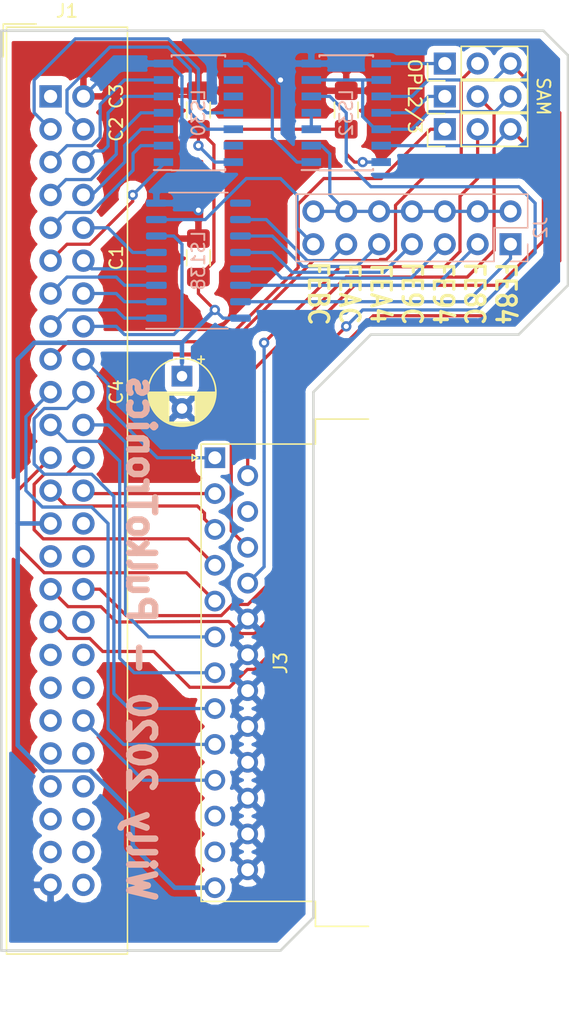
<source format=kicad_pcb>
(kicad_pcb (version 20171130) (host pcbnew 5.0.2+dfsg1-1)

  (general
    (thickness 1.6)
    (drawings 13)
    (tracks 346)
    (zones 0)
    (modules 22)
    (nets 70)
  )

  (page A4)
  (layers
    (0 F.Cu signal)
    (31 B.Cu signal)
    (32 B.Adhes user hide)
    (33 F.Adhes user hide)
    (34 B.Paste user hide)
    (35 F.Paste user hide)
    (36 B.SilkS user)
    (37 F.SilkS user)
    (38 B.Mask user)
    (39 F.Mask user)
    (40 Dwgs.User user hide)
    (41 Cmts.User user hide)
    (42 Eco1.User user hide)
    (43 Eco2.User user hide)
    (44 Edge.Cuts user)
    (45 Margin user)
    (46 B.CrtYd user hide)
    (47 F.CrtYd user hide)
    (48 B.Fab user hide)
    (49 F.Fab user hide)
  )

  (setup
    (last_trace_width 0.25)
    (trace_clearance 0.2)
    (zone_clearance 0.7)
    (zone_45_only no)
    (trace_min 0.2)
    (segment_width 0.2)
    (edge_width 0.2)
    (via_size 0.8)
    (via_drill 0.4)
    (via_min_size 0.4)
    (via_min_drill 0.3)
    (uvia_size 0.3)
    (uvia_drill 0.1)
    (uvias_allowed no)
    (uvia_min_size 0.2)
    (uvia_min_drill 0.1)
    (pcb_text_width 0.3)
    (pcb_text_size 1.5 1.5)
    (mod_edge_width 0.15)
    (mod_text_size 1 1)
    (mod_text_width 0.15)
    (pad_size 1.524 1.524)
    (pad_drill 0.762)
    (pad_to_mask_clearance 0.051)
    (solder_mask_min_width 0.25)
    (aux_axis_origin 0 0)
    (visible_elements FFFFFF7F)
    (pcbplotparams
      (layerselection 0x010fc_ffffffff)
      (usegerberextensions false)
      (usegerberattributes false)
      (usegerberadvancedattributes false)
      (creategerberjobfile false)
      (excludeedgelayer true)
      (linewidth 0.100000)
      (plotframeref false)
      (viasonmask false)
      (mode 1)
      (useauxorigin false)
      (hpglpennumber 1)
      (hpglpenspeed 20)
      (hpglpendiameter 15.000000)
      (psnegative false)
      (psa4output false)
      (plotreference true)
      (plotvalue true)
      (plotinvisibletext false)
      (padsonsilk false)
      (subtractmaskfromsilk false)
      (outputformat 1)
      (mirror false)
      (drillshape 1)
      (scaleselection 1)
      (outputdirectory ""))
  )

  (net 0 "")
  (net 1 VCC)
  (net 2 GND)
  (net 3 "Net-(J1-Pad1)")
  (net 4 /A15)
  (net 5 /A14)
  (net 6 /A13)
  (net 7 /A12)
  (net 8 /A11)
  (net 9 /A10)
  (net 10 /A9)
  (net 11 /A8)
  (net 12 /A7)
  (net 13 /A6)
  (net 14 /A5)
  (net 15 /A4)
  (net 16 /A3)
  (net 17 /A2)
  (net 18 /A1)
  (net 19 /A0)
  (net 20 /D7)
  (net 21 /D6)
  (net 22 /D5)
  (net 23 /D4)
  (net 24 /D3)
  (net 25 /D2)
  (net 26 /D1)
  (net 27 /D0)
  (net 28 "Net-(J1-Pad28)")
  (net 29 "Net-(J1-Pad29)")
  (net 30 "Net-(J1-Pad30)")
  (net 31 /!IORQ)
  (net 32 /!RD)
  (net 33 /!WR)
  (net 34 "Net-(J1-Pad34)")
  (net 35 "Net-(J1-Pad35)")
  (net 36 "Net-(J1-Pad36)")
  (net 37 "Net-(J1-Pad37)")
  (net 38 "Net-(J1-Pad38)")
  (net 39 "Net-(J1-Pad39)")
  (net 40 /!BUSRESET)
  (net 41 "Net-(J1-Pad41)")
  (net 42 "Net-(J1-Pad42)")
  (net 43 "Net-(J1-Pad43)")
  (net 44 "Net-(J1-Pad44)")
  (net 45 "Net-(J1-Pad45)")
  (net 46 "Net-(J1-Pad46)")
  (net 47 "Net-(J1-Pad47)")
  (net 48 "Net-(J1-Pad48)")
  (net 49 "Net-(J1-Pad50)")
  (net 50 /FE84-87)
  (net 51 "Net-(J2-Pad10)")
  (net 52 /FE8C-8F)
  (net 53 /FE94-97)
  (net 54 /FE9C-9F)
  (net 55 /FEA4-A7)
  (net 56 /FEAC-AF)
  (net 57 /FEBC-BF)
  (net 58 "Net-(J3-Pad11)")
  (net 59 "Net-(J3-Pad12)")
  (net 60 "Net-(J3-Pad14)")
  (net 61 /IRQ)
  (net 62 "Net-(J3-Pad16)")
  (net 63 "Net-(J3-Pad17)")
  (net 64 /!WRCS)
  (net 65 /!CS)
  (net 66 /!RDCS)
  (net 67 "Net-(U1-Pad8)")
  (net 68 "Net-(U2-Pad9)")
  (net 69 "Net-(U3-Pad3)")

  (net_class Default "Ceci est la Netclass par défaut."
    (clearance 0.2)
    (trace_width 0.25)
    (via_dia 0.8)
    (via_drill 0.4)
    (uvia_dia 0.3)
    (uvia_drill 0.1)
    (add_net /!BUSRESET)
    (add_net /!CS)
    (add_net /!IORQ)
    (add_net /!RD)
    (add_net /!RDCS)
    (add_net /!WR)
    (add_net /!WRCS)
    (add_net /A0)
    (add_net /A1)
    (add_net /A10)
    (add_net /A11)
    (add_net /A12)
    (add_net /A13)
    (add_net /A14)
    (add_net /A15)
    (add_net /A2)
    (add_net /A3)
    (add_net /A4)
    (add_net /A5)
    (add_net /A6)
    (add_net /A7)
    (add_net /A8)
    (add_net /A9)
    (add_net /D0)
    (add_net /D1)
    (add_net /D2)
    (add_net /D3)
    (add_net /D4)
    (add_net /D5)
    (add_net /D6)
    (add_net /D7)
    (add_net /FE84-87)
    (add_net /FE8C-8F)
    (add_net /FE94-97)
    (add_net /FE9C-9F)
    (add_net /FEA4-A7)
    (add_net /FEAC-AF)
    (add_net /FEBC-BF)
    (add_net /IRQ)
    (add_net GND)
    (add_net "Net-(J1-Pad1)")
    (add_net "Net-(J1-Pad28)")
    (add_net "Net-(J1-Pad29)")
    (add_net "Net-(J1-Pad30)")
    (add_net "Net-(J1-Pad34)")
    (add_net "Net-(J1-Pad35)")
    (add_net "Net-(J1-Pad36)")
    (add_net "Net-(J1-Pad37)")
    (add_net "Net-(J1-Pad38)")
    (add_net "Net-(J1-Pad39)")
    (add_net "Net-(J1-Pad41)")
    (add_net "Net-(J1-Pad42)")
    (add_net "Net-(J1-Pad43)")
    (add_net "Net-(J1-Pad44)")
    (add_net "Net-(J1-Pad45)")
    (add_net "Net-(J1-Pad46)")
    (add_net "Net-(J1-Pad47)")
    (add_net "Net-(J1-Pad48)")
    (add_net "Net-(J1-Pad50)")
    (add_net "Net-(J2-Pad10)")
    (add_net "Net-(J3-Pad11)")
    (add_net "Net-(J3-Pad12)")
    (add_net "Net-(J3-Pad14)")
    (add_net "Net-(J3-Pad16)")
    (add_net "Net-(J3-Pad17)")
    (add_net "Net-(U1-Pad8)")
    (add_net "Net-(U2-Pad9)")
    (add_net "Net-(U3-Pad3)")
    (add_net VCC)
  )

  (module Connector_IDC:IDC-Header_2x25_P2.54mm_Vertical (layer F.Cu) (tedit 59DE12FA) (tstamp 5EA68981)
    (at 17.78 19.05)
    (descr "Through hole straight IDC box header, 2x25, 2.54mm pitch, double rows")
    (tags "Through hole IDC box header THT 2x25 2.54mm double row")
    (path /5E9B1AFB)
    (fp_text reference J1 (at 1.27 -6.604) (layer F.SilkS)
      (effects (font (size 1 1) (thickness 0.15)))
    )
    (fp_text value Conn_02x25_Odd_Even (at 1.27 67.564) (layer F.Fab)
      (effects (font (size 1 1) (thickness 0.15)))
    )
    (fp_text user %R (at 1.27 30.48 90) (layer F.Fab)
      (effects (font (size 1 1) (thickness 0.15)))
    )
    (fp_line (start 5.695 -5.1) (end 5.695 66.06) (layer F.Fab) (width 0.1))
    (fp_line (start 5.145 -4.56) (end 5.145 65.5) (layer F.Fab) (width 0.1))
    (fp_line (start -3.155 -5.1) (end -3.155 66.06) (layer F.Fab) (width 0.1))
    (fp_line (start -2.605 -4.56) (end -2.605 28.23) (layer F.Fab) (width 0.1))
    (fp_line (start -2.605 32.73) (end -2.605 65.5) (layer F.Fab) (width 0.1))
    (fp_line (start -2.605 28.23) (end -3.155 28.23) (layer F.Fab) (width 0.1))
    (fp_line (start -2.605 32.73) (end -3.155 32.73) (layer F.Fab) (width 0.1))
    (fp_line (start 5.695 -5.1) (end -3.155 -5.1) (layer F.Fab) (width 0.1))
    (fp_line (start 5.145 -4.56) (end -2.605 -4.56) (layer F.Fab) (width 0.1))
    (fp_line (start 5.695 66.06) (end -3.155 66.06) (layer F.Fab) (width 0.1))
    (fp_line (start 5.145 65.5) (end -2.605 65.5) (layer F.Fab) (width 0.1))
    (fp_line (start 5.695 -5.1) (end 5.145 -4.56) (layer F.Fab) (width 0.1))
    (fp_line (start 5.695 66.06) (end 5.145 65.5) (layer F.Fab) (width 0.1))
    (fp_line (start -3.155 -5.1) (end -2.605 -4.56) (layer F.Fab) (width 0.1))
    (fp_line (start -3.155 66.06) (end -2.605 65.5) (layer F.Fab) (width 0.1))
    (fp_line (start 5.95 -5.35) (end 5.95 66.31) (layer F.CrtYd) (width 0.05))
    (fp_line (start 5.95 66.31) (end -3.41 66.31) (layer F.CrtYd) (width 0.05))
    (fp_line (start -3.41 66.31) (end -3.41 -5.35) (layer F.CrtYd) (width 0.05))
    (fp_line (start -3.41 -5.35) (end 5.95 -5.35) (layer F.CrtYd) (width 0.05))
    (fp_line (start 5.945 -5.35) (end 5.945 66.31) (layer F.SilkS) (width 0.12))
    (fp_line (start 5.945 66.31) (end -3.405 66.31) (layer F.SilkS) (width 0.12))
    (fp_line (start -3.405 66.31) (end -3.405 -5.35) (layer F.SilkS) (width 0.12))
    (fp_line (start -3.405 -5.35) (end 5.945 -5.35) (layer F.SilkS) (width 0.12))
    (fp_line (start -3.655 -5.6) (end -3.655 -3.06) (layer F.SilkS) (width 0.12))
    (fp_line (start -3.655 -5.6) (end -1.115 -5.6) (layer F.SilkS) (width 0.12))
    (pad 1 thru_hole rect (at 0 0) (size 1.7272 1.7272) (drill 1.016) (layers *.Cu *.Mask)
      (net 3 "Net-(J1-Pad1)"))
    (pad 2 thru_hole oval (at 2.54 0) (size 1.7272 1.7272) (drill 1.016) (layers *.Cu *.Mask)
      (net 2 GND))
    (pad 3 thru_hole oval (at 0 2.54) (size 1.7272 1.7272) (drill 1.016) (layers *.Cu *.Mask)
      (net 4 /A15))
    (pad 4 thru_hole oval (at 2.54 2.54) (size 1.7272 1.7272) (drill 1.016) (layers *.Cu *.Mask)
      (net 5 /A14))
    (pad 5 thru_hole oval (at 0 5.08) (size 1.7272 1.7272) (drill 1.016) (layers *.Cu *.Mask)
      (net 6 /A13))
    (pad 6 thru_hole oval (at 2.54 5.08) (size 1.7272 1.7272) (drill 1.016) (layers *.Cu *.Mask)
      (net 7 /A12))
    (pad 7 thru_hole oval (at 0 7.62) (size 1.7272 1.7272) (drill 1.016) (layers *.Cu *.Mask)
      (net 8 /A11))
    (pad 8 thru_hole oval (at 2.54 7.62) (size 1.7272 1.7272) (drill 1.016) (layers *.Cu *.Mask)
      (net 9 /A10))
    (pad 9 thru_hole oval (at 0 10.16) (size 1.7272 1.7272) (drill 1.016) (layers *.Cu *.Mask)
      (net 10 /A9))
    (pad 10 thru_hole oval (at 2.54 10.16) (size 1.7272 1.7272) (drill 1.016) (layers *.Cu *.Mask)
      (net 11 /A8))
    (pad 11 thru_hole oval (at 0 12.7) (size 1.7272 1.7272) (drill 1.016) (layers *.Cu *.Mask)
      (net 12 /A7))
    (pad 12 thru_hole oval (at 2.54 12.7) (size 1.7272 1.7272) (drill 1.016) (layers *.Cu *.Mask)
      (net 13 /A6))
    (pad 13 thru_hole oval (at 0 15.24) (size 1.7272 1.7272) (drill 1.016) (layers *.Cu *.Mask)
      (net 14 /A5))
    (pad 14 thru_hole oval (at 2.54 15.24) (size 1.7272 1.7272) (drill 1.016) (layers *.Cu *.Mask)
      (net 15 /A4))
    (pad 15 thru_hole oval (at 0 17.78) (size 1.7272 1.7272) (drill 1.016) (layers *.Cu *.Mask)
      (net 16 /A3))
    (pad 16 thru_hole oval (at 2.54 17.78) (size 1.7272 1.7272) (drill 1.016) (layers *.Cu *.Mask)
      (net 17 /A2))
    (pad 17 thru_hole oval (at 0 20.32) (size 1.7272 1.7272) (drill 1.016) (layers *.Cu *.Mask)
      (net 18 /A1))
    (pad 18 thru_hole oval (at 2.54 20.32) (size 1.7272 1.7272) (drill 1.016) (layers *.Cu *.Mask)
      (net 19 /A0))
    (pad 19 thru_hole oval (at 0 22.86) (size 1.7272 1.7272) (drill 1.016) (layers *.Cu *.Mask)
      (net 20 /D7))
    (pad 20 thru_hole oval (at 2.54 22.86) (size 1.7272 1.7272) (drill 1.016) (layers *.Cu *.Mask)
      (net 21 /D6))
    (pad 21 thru_hole oval (at 0 25.4) (size 1.7272 1.7272) (drill 1.016) (layers *.Cu *.Mask)
      (net 22 /D5))
    (pad 22 thru_hole oval (at 2.54 25.4) (size 1.7272 1.7272) (drill 1.016) (layers *.Cu *.Mask)
      (net 23 /D4))
    (pad 23 thru_hole oval (at 0 27.94) (size 1.7272 1.7272) (drill 1.016) (layers *.Cu *.Mask)
      (net 24 /D3))
    (pad 24 thru_hole oval (at 2.54 27.94) (size 1.7272 1.7272) (drill 1.016) (layers *.Cu *.Mask)
      (net 25 /D2))
    (pad 25 thru_hole oval (at 0 30.48) (size 1.7272 1.7272) (drill 1.016) (layers *.Cu *.Mask)
      (net 26 /D1))
    (pad 26 thru_hole oval (at 2.54 30.48) (size 1.7272 1.7272) (drill 1.016) (layers *.Cu *.Mask)
      (net 27 /D0))
    (pad 27 thru_hole oval (at 0 33.02) (size 1.7272 1.7272) (drill 1.016) (layers *.Cu *.Mask)
      (net 1 VCC))
    (pad 28 thru_hole oval (at 2.54 33.02) (size 1.7272 1.7272) (drill 1.016) (layers *.Cu *.Mask)
      (net 28 "Net-(J1-Pad28)"))
    (pad 29 thru_hole oval (at 0 35.56) (size 1.7272 1.7272) (drill 1.016) (layers *.Cu *.Mask)
      (net 29 "Net-(J1-Pad29)"))
    (pad 30 thru_hole oval (at 2.54 35.56) (size 1.7272 1.7272) (drill 1.016) (layers *.Cu *.Mask)
      (net 30 "Net-(J1-Pad30)"))
    (pad 31 thru_hole oval (at 0 38.1) (size 1.7272 1.7272) (drill 1.016) (layers *.Cu *.Mask)
      (net 31 /!IORQ))
    (pad 32 thru_hole oval (at 2.54 38.1) (size 1.7272 1.7272) (drill 1.016) (layers *.Cu *.Mask)
      (net 32 /!RD))
    (pad 33 thru_hole oval (at 0 40.64) (size 1.7272 1.7272) (drill 1.016) (layers *.Cu *.Mask)
      (net 33 /!WR))
    (pad 34 thru_hole oval (at 2.54 40.64) (size 1.7272 1.7272) (drill 1.016) (layers *.Cu *.Mask)
      (net 34 "Net-(J1-Pad34)"))
    (pad 35 thru_hole oval (at 0 43.18) (size 1.7272 1.7272) (drill 1.016) (layers *.Cu *.Mask)
      (net 35 "Net-(J1-Pad35)"))
    (pad 36 thru_hole oval (at 2.54 43.18) (size 1.7272 1.7272) (drill 1.016) (layers *.Cu *.Mask)
      (net 36 "Net-(J1-Pad36)"))
    (pad 37 thru_hole oval (at 0 45.72) (size 1.7272 1.7272) (drill 1.016) (layers *.Cu *.Mask)
      (net 37 "Net-(J1-Pad37)"))
    (pad 38 thru_hole oval (at 2.54 45.72) (size 1.7272 1.7272) (drill 1.016) (layers *.Cu *.Mask)
      (net 38 "Net-(J1-Pad38)"))
    (pad 39 thru_hole oval (at 0 48.26) (size 1.7272 1.7272) (drill 1.016) (layers *.Cu *.Mask)
      (net 39 "Net-(J1-Pad39)"))
    (pad 40 thru_hole oval (at 2.54 48.26) (size 1.7272 1.7272) (drill 1.016) (layers *.Cu *.Mask)
      (net 40 /!BUSRESET))
    (pad 41 thru_hole oval (at 0 50.8) (size 1.7272 1.7272) (drill 1.016) (layers *.Cu *.Mask)
      (net 41 "Net-(J1-Pad41)"))
    (pad 42 thru_hole oval (at 2.54 50.8) (size 1.7272 1.7272) (drill 1.016) (layers *.Cu *.Mask)
      (net 42 "Net-(J1-Pad42)"))
    (pad 43 thru_hole oval (at 0 53.34) (size 1.7272 1.7272) (drill 1.016) (layers *.Cu *.Mask)
      (net 43 "Net-(J1-Pad43)"))
    (pad 44 thru_hole oval (at 2.54 53.34) (size 1.7272 1.7272) (drill 1.016) (layers *.Cu *.Mask)
      (net 44 "Net-(J1-Pad44)"))
    (pad 45 thru_hole oval (at 0 55.88) (size 1.7272 1.7272) (drill 1.016) (layers *.Cu *.Mask)
      (net 45 "Net-(J1-Pad45)"))
    (pad 46 thru_hole oval (at 2.54 55.88) (size 1.7272 1.7272) (drill 1.016) (layers *.Cu *.Mask)
      (net 46 "Net-(J1-Pad46)"))
    (pad 47 thru_hole oval (at 0 58.42) (size 1.7272 1.7272) (drill 1.016) (layers *.Cu *.Mask)
      (net 47 "Net-(J1-Pad47)"))
    (pad 48 thru_hole oval (at 2.54 58.42) (size 1.7272 1.7272) (drill 1.016) (layers *.Cu *.Mask)
      (net 48 "Net-(J1-Pad48)"))
    (pad 49 thru_hole oval (at 0 60.96) (size 1.7272 1.7272) (drill 1.016) (layers *.Cu *.Mask)
      (net 2 GND))
    (pad 50 thru_hole oval (at 2.54 60.96) (size 1.7272 1.7272) (drill 1.016) (layers *.Cu *.Mask)
      (net 49 "Net-(J1-Pad50)"))
    (model ${KISYS3DMOD}/Connector_IDC.3dshapes/IDC-Header_2x25_P2.54mm_Vertical.wrl
      (at (xyz 0 0 0))
      (scale (xyz 1 1 1))
      (rotate (xyz 0 0 0))
    )
  )

  (module Connector_PinHeader_2.54mm:PinHeader_2x07_P2.54mm_Vertical (layer B.Cu) (tedit 5E99FD59) (tstamp 5EA63E22)
    (at 53.34 30.48 90)
    (descr "Through hole straight pin header, 2x07, 2.54mm pitch, double rows")
    (tags "Through hole pin header THT 2x07 2.54mm double row")
    (path /5EA261CD)
    (fp_text reference J2 (at 1.27 2.33 90) (layer B.SilkS)
      (effects (font (size 1 1) (thickness 0.15)) (justify mirror))
    )
    (fp_text value Conn_02x07_Odd_Even (at 1.27 -17.57 90) (layer B.Fab)
      (effects (font (size 1 1) (thickness 0.15)) (justify mirror))
    )
    (fp_line (start 0 1.27) (end 3.81 1.27) (layer B.Fab) (width 0.1))
    (fp_line (start 3.81 1.27) (end 3.81 -16.51) (layer B.Fab) (width 0.1))
    (fp_line (start 3.81 -16.51) (end -1.27 -16.51) (layer B.Fab) (width 0.1))
    (fp_line (start -1.27 -16.51) (end -1.27 0) (layer B.Fab) (width 0.1))
    (fp_line (start -1.27 0) (end 0 1.27) (layer B.Fab) (width 0.1))
    (fp_line (start -1.33 -16.57) (end 3.87 -16.57) (layer B.SilkS) (width 0.12))
    (fp_line (start -1.33 -1.27) (end -1.33 -16.57) (layer B.SilkS) (width 0.12))
    (fp_line (start 3.87 1.33) (end 3.87 -16.57) (layer B.SilkS) (width 0.12))
    (fp_line (start -1.33 -1.27) (end 1.27 -1.27) (layer B.SilkS) (width 0.12))
    (fp_line (start 1.27 -1.27) (end 1.27 1.33) (layer B.SilkS) (width 0.12))
    (fp_line (start 1.27 1.33) (end 3.87 1.33) (layer B.SilkS) (width 0.12))
    (fp_line (start -1.33 0) (end -1.33 1.33) (layer B.SilkS) (width 0.12))
    (fp_line (start -1.33 1.33) (end 0 1.33) (layer B.SilkS) (width 0.12))
    (fp_line (start -1.8 1.8) (end -1.8 -17.05) (layer B.CrtYd) (width 0.05))
    (fp_line (start -1.8 -17.05) (end 4.35 -17.05) (layer B.CrtYd) (width 0.05))
    (fp_line (start 4.35 -17.05) (end 4.35 1.8) (layer B.CrtYd) (width 0.05))
    (fp_line (start 4.35 1.8) (end -1.8 1.8) (layer B.CrtYd) (width 0.05))
    (fp_text user %R (at 5.08 -7.62) (layer B.Fab)
      (effects (font (size 1 1) (thickness 0.15)) (justify mirror))
    )
    (pad 1 thru_hole rect (at 0 0 90) (size 1.7 1.7) (drill 1) (layers *.Cu *.Mask)
      (net 50 /FE84-87))
    (pad 2 thru_hole oval (at 2.54 0 90) (size 1.7 1.7) (drill 1) (layers *.Cu *.Mask)
      (net 51 "Net-(J2-Pad10)"))
    (pad 3 thru_hole oval (at 0 -2.54 90) (size 1.7 1.7) (drill 1) (layers *.Cu *.Mask)
      (net 52 /FE8C-8F))
    (pad 4 thru_hole oval (at 2.54 -2.54 90) (size 1.7 1.7) (drill 1) (layers *.Cu *.Mask)
      (net 51 "Net-(J2-Pad10)"))
    (pad 5 thru_hole oval (at 0 -5.08 90) (size 1.7 1.7) (drill 1) (layers *.Cu *.Mask)
      (net 53 /FE94-97))
    (pad 6 thru_hole oval (at 2.54 -5.08 90) (size 1.7 1.7) (drill 1) (layers *.Cu *.Mask)
      (net 51 "Net-(J2-Pad10)"))
    (pad 7 thru_hole oval (at 0 -7.62 90) (size 1.7 1.7) (drill 1) (layers *.Cu *.Mask)
      (net 54 /FE9C-9F))
    (pad 8 thru_hole oval (at 2.54 -7.62 90) (size 1.7 1.7) (drill 1) (layers *.Cu *.Mask)
      (net 51 "Net-(J2-Pad10)"))
    (pad 9 thru_hole oval (at 0 -10.16 90) (size 1.7 1.7) (drill 1) (layers *.Cu *.Mask)
      (net 55 /FEA4-A7))
    (pad 10 thru_hole oval (at 2.54 -10.16 90) (size 1.7 1.7) (drill 1) (layers *.Cu *.Mask)
      (net 51 "Net-(J2-Pad10)"))
    (pad 11 thru_hole oval (at 0 -12.7 90) (size 1.7 1.7) (drill 1) (layers *.Cu *.Mask)
      (net 56 /FEAC-AF))
    (pad 12 thru_hole oval (at 2.54 -12.7 90) (size 1.7 1.7) (drill 1) (layers *.Cu *.Mask)
      (net 51 "Net-(J2-Pad10)"))
    (pad 13 thru_hole oval (at 0 -15.24 90) (size 1.7 1.7) (drill 1) (layers *.Cu *.Mask)
      (net 57 /FEBC-BF))
    (pad 14 thru_hole oval (at 2.54 -15.24 90) (size 1.7 1.7) (drill 1) (layers *.Cu *.Mask)
      (net 51 "Net-(J2-Pad10)"))
    (model ${KISYS3DMOD}/Connector_PinHeader_2.54mm.3dshapes/PinHeader_2x07_P2.54mm_Vertical.wrl
      (at (xyz 0 0 0))
      (scale (xyz 1 1 1))
      (rotate (xyz 0 0 0))
    )
  )

  (module Package_SO:SOIC-16_4.55x10.3mm_P1.27mm (layer B.Cu) (tedit 5E9A0B6C) (tstamp 5EA63F3B)
    (at 29.21 31.75)
    (descr "SOIC, 16 Pin (https://toshiba.semicon-storage.com/info/docget.jsp?did=12858&prodName=TLP291-4), generated with kicad-footprint-generator ipc_gullwing_generator.py")
    (tags "SOIC SO")
    (path /5E9B0E7E)
    (attr smd)
    (fp_text reference LS138 (at 0 0 90) (layer B.SilkS)
      (effects (font (size 1 1) (thickness 0.15)) (justify mirror))
    )
    (fp_text value 74LS138 (at 0 -6.1) (layer B.Fab)
      (effects (font (size 1 1) (thickness 0.15)) (justify mirror))
    )
    (fp_line (start 0 -5.26) (end 2.275 -5.26) (layer B.SilkS) (width 0.12))
    (fp_line (start 0 -5.26) (end -2.275 -5.26) (layer B.SilkS) (width 0.12))
    (fp_line (start 0 5.26) (end 2.275 5.26) (layer B.SilkS) (width 0.12))
    (fp_line (start 0 5.26) (end -4.05 5.26) (layer B.SilkS) (width 0.12))
    (fp_line (start -1.275 5.15) (end 2.275 5.15) (layer B.Fab) (width 0.1))
    (fp_line (start 2.275 5.15) (end 2.275 -5.15) (layer B.Fab) (width 0.1))
    (fp_line (start 2.275 -5.15) (end -2.275 -5.15) (layer B.Fab) (width 0.1))
    (fp_line (start -2.275 -5.15) (end -2.275 4.15) (layer B.Fab) (width 0.1))
    (fp_line (start -2.275 4.15) (end -1.275 5.15) (layer B.Fab) (width 0.1))
    (fp_line (start -4.3 5.4) (end -4.3 -5.4) (layer B.CrtYd) (width 0.05))
    (fp_line (start -4.3 -5.4) (end 4.3 -5.4) (layer B.CrtYd) (width 0.05))
    (fp_line (start 4.3 -5.4) (end 4.3 5.4) (layer B.CrtYd) (width 0.05))
    (fp_line (start 4.3 5.4) (end -4.3 5.4) (layer B.CrtYd) (width 0.05))
    (fp_text user %R (at 0 -1.27) (layer B.Fab)
      (effects (font (size 1 1) (thickness 0.15)) (justify mirror))
    )
    (pad 1 smd roundrect (at -3.25 4.445) (size 1.6 0.55) (layers B.Cu B.Paste B.Mask) (roundrect_rratio 0.25)
      (net 16 /A3))
    (pad 2 smd roundrect (at -3.25 3.175) (size 1.6 0.55) (layers B.Cu B.Paste B.Mask) (roundrect_rratio 0.25)
      (net 15 /A4))
    (pad 3 smd roundrect (at -3.25 1.905) (size 1.6 0.55) (layers B.Cu B.Paste B.Mask) (roundrect_rratio 0.25)
      (net 14 /A5))
    (pad 4 smd roundrect (at -3.25 0.635) (size 1.6 0.55) (layers B.Cu B.Paste B.Mask) (roundrect_rratio 0.25)
      (net 13 /A6))
    (pad 5 smd roundrect (at -3.25 -0.635) (size 1.6 0.55) (layers B.Cu B.Paste B.Mask) (roundrect_rratio 0.25)
      (net 11 /A8))
    (pad 6 smd roundrect (at -3.25 -1.905) (size 1.6 0.55) (layers B.Cu B.Paste B.Mask) (roundrect_rratio 0.25)
      (net 17 /A2))
    (pad 7 smd roundrect (at -3.25 -3.175) (size 1.6 0.55) (layers B.Cu B.Paste B.Mask) (roundrect_rratio 0.25)
      (net 57 /FEBC-BF))
    (pad 8 smd roundrect (at -3.25 -4.445) (size 1.6 0.55) (layers B.Cu B.Paste B.Mask) (roundrect_rratio 0.25)
      (net 2 GND))
    (pad 9 smd roundrect (at 3.25 -4.445) (size 1.6 0.55) (layers B.Cu B.Paste B.Mask) (roundrect_rratio 0.25)
      (net 68 "Net-(U2-Pad9)"))
    (pad 10 smd roundrect (at 3.25 -3.175) (size 1.6 0.55) (layers B.Cu B.Paste B.Mask) (roundrect_rratio 0.25)
      (net 56 /FEAC-AF))
    (pad 11 smd roundrect (at 3.25 -1.905) (size 1.6 0.55) (layers B.Cu B.Paste B.Mask) (roundrect_rratio 0.25)
      (net 55 /FEA4-A7))
    (pad 12 smd roundrect (at 3.25 -0.635) (size 1.6 0.55) (layers B.Cu B.Paste B.Mask) (roundrect_rratio 0.25)
      (net 54 /FE9C-9F))
    (pad 13 smd roundrect (at 3.25 0.635) (size 1.6 0.55) (layers B.Cu B.Paste B.Mask) (roundrect_rratio 0.25)
      (net 53 /FE94-97))
    (pad 14 smd roundrect (at 3.25 1.905) (size 1.6 0.55) (layers B.Cu B.Paste B.Mask) (roundrect_rratio 0.25)
      (net 52 /FE8C-8F))
    (pad 15 smd roundrect (at 3.25 3.175) (size 1.6 0.55) (layers B.Cu B.Paste B.Mask) (roundrect_rratio 0.25)
      (net 50 /FE84-87))
    (pad 16 smd roundrect (at 3.25 4.445) (size 1.6 0.55) (layers B.Cu B.Paste B.Mask) (roundrect_rratio 0.25)
      (net 1 VCC))
    (model ${KISYS3DMOD}/Package_SO.3dshapes/SOIC-16_4.55x10.3mm_P1.27mm.wrl
      (at (xyz 0 0 0))
      (scale (xyz 1 1 1))
      (rotate (xyz 0 0 0))
    )
  )

  (module Capacitor_SMD:C_1206_3216Metric_Pad1.42x1.75mm_HandSolder (layer F.Cu) (tedit 5E9A0B77) (tstamp 5EA63D08)
    (at 29.21 20.1025 90)
    (descr "Capacitor SMD 1206 (3216 Metric), square (rectangular) end terminal, IPC_7351 nominal with elongated pad for handsoldering. (Body size source: http://www.tortai-tech.com/upload/download/2011102023233369053.pdf), generated with kicad-footprint-generator")
    (tags "capacitor handsolder")
    (path /5E9C50DD)
    (attr smd)
    (fp_text reference "" (at 0 -1.82 90) (layer F.SilkS)
      (effects (font (size 1 1) (thickness 0.15)))
    )
    (fp_text value C (at 0 1.82 90) (layer F.Fab)
      (effects (font (size 1 1) (thickness 0.15)))
    )
    (fp_line (start -1.6 0.8) (end -1.6 -0.8) (layer F.Fab) (width 0.1))
    (fp_line (start -1.6 -0.8) (end 1.6 -0.8) (layer F.Fab) (width 0.1))
    (fp_line (start 1.6 -0.8) (end 1.6 0.8) (layer F.Fab) (width 0.1))
    (fp_line (start 1.6 0.8) (end -1.6 0.8) (layer F.Fab) (width 0.1))
    (fp_line (start -0.602064 -0.91) (end 0.602064 -0.91) (layer F.SilkS) (width 0.12))
    (fp_line (start -0.602064 0.91) (end 0.602064 0.91) (layer F.SilkS) (width 0.12))
    (fp_line (start -2.45 1.12) (end -2.45 -1.12) (layer F.CrtYd) (width 0.05))
    (fp_line (start -2.45 -1.12) (end 2.45 -1.12) (layer F.CrtYd) (width 0.05))
    (fp_line (start 2.45 -1.12) (end 2.45 1.12) (layer F.CrtYd) (width 0.05))
    (fp_line (start 2.45 1.12) (end -2.45 1.12) (layer F.CrtYd) (width 0.05))
    (fp_text user %R (at 0 0 90) (layer F.Fab)
      (effects (font (size 0.8 0.8) (thickness 0.12)))
    )
    (pad 1 smd roundrect (at -1.4875 0 90) (size 1.425 1.75) (layers F.Cu F.Paste F.Mask) (roundrect_rratio 0.175439)
      (net 1 VCC))
    (pad 2 smd roundrect (at 1.4875 0 90) (size 1.425 1.75) (layers F.Cu F.Paste F.Mask) (roundrect_rratio 0.175439)
      (net 2 GND))
    (model ${KISYS3DMOD}/Capacitor_SMD.3dshapes/C_1206_3216Metric.wrl
      (at (xyz 0 0 0))
      (scale (xyz 1 1 1))
      (rotate (xyz 0 0 0))
    )
  )

  (module Capacitor_SMD:C_1206_3216Metric_Pad1.42x1.75mm_HandSolder (layer F.Cu) (tedit 5E9A0B7A) (tstamp 5EA63D19)
    (at 40.64 20.1025 90)
    (descr "Capacitor SMD 1206 (3216 Metric), square (rectangular) end terminal, IPC_7351 nominal with elongated pad for handsoldering. (Body size source: http://www.tortai-tech.com/upload/download/2011102023233369053.pdf), generated with kicad-footprint-generator")
    (tags "capacitor handsolder")
    (path /5E9C512F)
    (attr smd)
    (fp_text reference "" (at 0 -1.82 90) (layer F.SilkS)
      (effects (font (size 1 1) (thickness 0.15)))
    )
    (fp_text value C (at 0 1.82 90) (layer F.Fab)
      (effects (font (size 1 1) (thickness 0.15)))
    )
    (fp_text user %R (at 0 0 90) (layer F.Fab)
      (effects (font (size 0.8 0.8) (thickness 0.12)))
    )
    (fp_line (start 2.45 1.12) (end -2.45 1.12) (layer F.CrtYd) (width 0.05))
    (fp_line (start 2.45 -1.12) (end 2.45 1.12) (layer F.CrtYd) (width 0.05))
    (fp_line (start -2.45 -1.12) (end 2.45 -1.12) (layer F.CrtYd) (width 0.05))
    (fp_line (start -2.45 1.12) (end -2.45 -1.12) (layer F.CrtYd) (width 0.05))
    (fp_line (start -0.602064 0.91) (end 0.602064 0.91) (layer F.SilkS) (width 0.12))
    (fp_line (start -0.602064 -0.91) (end 0.602064 -0.91) (layer F.SilkS) (width 0.12))
    (fp_line (start 1.6 0.8) (end -1.6 0.8) (layer F.Fab) (width 0.1))
    (fp_line (start 1.6 -0.8) (end 1.6 0.8) (layer F.Fab) (width 0.1))
    (fp_line (start -1.6 -0.8) (end 1.6 -0.8) (layer F.Fab) (width 0.1))
    (fp_line (start -1.6 0.8) (end -1.6 -0.8) (layer F.Fab) (width 0.1))
    (pad 2 smd roundrect (at 1.4875 0 90) (size 1.425 1.75) (layers F.Cu F.Paste F.Mask) (roundrect_rratio 0.175439)
      (net 2 GND))
    (pad 1 smd roundrect (at -1.4875 0 90) (size 1.425 1.75) (layers F.Cu F.Paste F.Mask) (roundrect_rratio 0.175439)
      (net 1 VCC))
    (model ${KISYS3DMOD}/Capacitor_SMD.3dshapes/C_1206_3216Metric.wrl
      (at (xyz 0 0 0))
      (scale (xyz 1 1 1))
      (rotate (xyz 0 0 0))
    )
  )

  (module Capacitor_SMD:C_1206_3216Metric_Pad1.42x1.75mm_HandSolder (layer F.Cu) (tedit 5E9A0B7E) (tstamp 5EA63D2A)
    (at 29.21 31.5325 90)
    (descr "Capacitor SMD 1206 (3216 Metric), square (rectangular) end terminal, IPC_7351 nominal with elongated pad for handsoldering. (Body size source: http://www.tortai-tech.com/upload/download/2011102023233369053.pdf), generated with kicad-footprint-generator")
    (tags "capacitor handsolder")
    (path /5E9C515A)
    (attr smd)
    (fp_text reference "" (at 0 -1.82 90) (layer F.SilkS)
      (effects (font (size 1 1) (thickness 0.15)))
    )
    (fp_text value C (at 0 1.82 90) (layer F.Fab)
      (effects (font (size 1 1) (thickness 0.15)))
    )
    (fp_line (start -1.6 0.8) (end -1.6 -0.8) (layer F.Fab) (width 0.1))
    (fp_line (start -1.6 -0.8) (end 1.6 -0.8) (layer F.Fab) (width 0.1))
    (fp_line (start 1.6 -0.8) (end 1.6 0.8) (layer F.Fab) (width 0.1))
    (fp_line (start 1.6 0.8) (end -1.6 0.8) (layer F.Fab) (width 0.1))
    (fp_line (start -0.602064 -0.91) (end 0.602064 -0.91) (layer F.SilkS) (width 0.12))
    (fp_line (start -0.602064 0.91) (end 0.602064 0.91) (layer F.SilkS) (width 0.12))
    (fp_line (start -2.45 1.12) (end -2.45 -1.12) (layer F.CrtYd) (width 0.05))
    (fp_line (start -2.45 -1.12) (end 2.45 -1.12) (layer F.CrtYd) (width 0.05))
    (fp_line (start 2.45 -1.12) (end 2.45 1.12) (layer F.CrtYd) (width 0.05))
    (fp_line (start 2.45 1.12) (end -2.45 1.12) (layer F.CrtYd) (width 0.05))
    (fp_text user %R (at 0 0 90) (layer F.Fab)
      (effects (font (size 0.8 0.8) (thickness 0.12)))
    )
    (pad 1 smd roundrect (at -1.4875 0 90) (size 1.425 1.75) (layers F.Cu F.Paste F.Mask) (roundrect_rratio 0.175439)
      (net 1 VCC))
    (pad 2 smd roundrect (at 1.4875 0 90) (size 1.425 1.75) (layers F.Cu F.Paste F.Mask) (roundrect_rratio 0.175439)
      (net 2 GND))
    (model ${KISYS3DMOD}/Capacitor_SMD.3dshapes/C_1206_3216Metric.wrl
      (at (xyz 0 0 0))
      (scale (xyz 1 1 1))
      (rotate (xyz 0 0 0))
    )
  )

  (module Capacitor_THT:CP_Radial_D5.0mm_P2.50mm (layer F.Cu) (tedit 5E9A0B81) (tstamp 5EA63DAE)
    (at 27.94 40.68 270)
    (descr "CP, Radial series, Radial, pin pitch=2.50mm, , diameter=5mm, Electrolytic Capacitor")
    (tags "CP Radial series Radial pin pitch 2.50mm  diameter 5mm Electrolytic Capacitor")
    (path /5E9C51C6)
    (fp_text reference "" (at 1.25 -3.75 270) (layer F.SilkS)
      (effects (font (size 1 1) (thickness 0.15)))
    )
    (fp_text value CP (at 1.25 3.75 270) (layer F.Fab)
      (effects (font (size 1 1) (thickness 0.15)))
    )
    (fp_circle (center 1.25 0) (end 3.75 0) (layer F.Fab) (width 0.1))
    (fp_circle (center 1.25 0) (end 3.87 0) (layer F.SilkS) (width 0.12))
    (fp_circle (center 1.25 0) (end 4 0) (layer F.CrtYd) (width 0.05))
    (fp_line (start -0.883605 -1.0875) (end -0.383605 -1.0875) (layer F.Fab) (width 0.1))
    (fp_line (start -0.633605 -1.3375) (end -0.633605 -0.8375) (layer F.Fab) (width 0.1))
    (fp_line (start 1.25 -2.58) (end 1.25 2.58) (layer F.SilkS) (width 0.12))
    (fp_line (start 1.29 -2.58) (end 1.29 2.58) (layer F.SilkS) (width 0.12))
    (fp_line (start 1.33 -2.579) (end 1.33 2.579) (layer F.SilkS) (width 0.12))
    (fp_line (start 1.37 -2.578) (end 1.37 2.578) (layer F.SilkS) (width 0.12))
    (fp_line (start 1.41 -2.576) (end 1.41 2.576) (layer F.SilkS) (width 0.12))
    (fp_line (start 1.45 -2.573) (end 1.45 2.573) (layer F.SilkS) (width 0.12))
    (fp_line (start 1.49 -2.569) (end 1.49 -1.04) (layer F.SilkS) (width 0.12))
    (fp_line (start 1.49 1.04) (end 1.49 2.569) (layer F.SilkS) (width 0.12))
    (fp_line (start 1.53 -2.565) (end 1.53 -1.04) (layer F.SilkS) (width 0.12))
    (fp_line (start 1.53 1.04) (end 1.53 2.565) (layer F.SilkS) (width 0.12))
    (fp_line (start 1.57 -2.561) (end 1.57 -1.04) (layer F.SilkS) (width 0.12))
    (fp_line (start 1.57 1.04) (end 1.57 2.561) (layer F.SilkS) (width 0.12))
    (fp_line (start 1.61 -2.556) (end 1.61 -1.04) (layer F.SilkS) (width 0.12))
    (fp_line (start 1.61 1.04) (end 1.61 2.556) (layer F.SilkS) (width 0.12))
    (fp_line (start 1.65 -2.55) (end 1.65 -1.04) (layer F.SilkS) (width 0.12))
    (fp_line (start 1.65 1.04) (end 1.65 2.55) (layer F.SilkS) (width 0.12))
    (fp_line (start 1.69 -2.543) (end 1.69 -1.04) (layer F.SilkS) (width 0.12))
    (fp_line (start 1.69 1.04) (end 1.69 2.543) (layer F.SilkS) (width 0.12))
    (fp_line (start 1.73 -2.536) (end 1.73 -1.04) (layer F.SilkS) (width 0.12))
    (fp_line (start 1.73 1.04) (end 1.73 2.536) (layer F.SilkS) (width 0.12))
    (fp_line (start 1.77 -2.528) (end 1.77 -1.04) (layer F.SilkS) (width 0.12))
    (fp_line (start 1.77 1.04) (end 1.77 2.528) (layer F.SilkS) (width 0.12))
    (fp_line (start 1.81 -2.52) (end 1.81 -1.04) (layer F.SilkS) (width 0.12))
    (fp_line (start 1.81 1.04) (end 1.81 2.52) (layer F.SilkS) (width 0.12))
    (fp_line (start 1.85 -2.511) (end 1.85 -1.04) (layer F.SilkS) (width 0.12))
    (fp_line (start 1.85 1.04) (end 1.85 2.511) (layer F.SilkS) (width 0.12))
    (fp_line (start 1.89 -2.501) (end 1.89 -1.04) (layer F.SilkS) (width 0.12))
    (fp_line (start 1.89 1.04) (end 1.89 2.501) (layer F.SilkS) (width 0.12))
    (fp_line (start 1.93 -2.491) (end 1.93 -1.04) (layer F.SilkS) (width 0.12))
    (fp_line (start 1.93 1.04) (end 1.93 2.491) (layer F.SilkS) (width 0.12))
    (fp_line (start 1.971 -2.48) (end 1.971 -1.04) (layer F.SilkS) (width 0.12))
    (fp_line (start 1.971 1.04) (end 1.971 2.48) (layer F.SilkS) (width 0.12))
    (fp_line (start 2.011 -2.468) (end 2.011 -1.04) (layer F.SilkS) (width 0.12))
    (fp_line (start 2.011 1.04) (end 2.011 2.468) (layer F.SilkS) (width 0.12))
    (fp_line (start 2.051 -2.455) (end 2.051 -1.04) (layer F.SilkS) (width 0.12))
    (fp_line (start 2.051 1.04) (end 2.051 2.455) (layer F.SilkS) (width 0.12))
    (fp_line (start 2.091 -2.442) (end 2.091 -1.04) (layer F.SilkS) (width 0.12))
    (fp_line (start 2.091 1.04) (end 2.091 2.442) (layer F.SilkS) (width 0.12))
    (fp_line (start 2.131 -2.428) (end 2.131 -1.04) (layer F.SilkS) (width 0.12))
    (fp_line (start 2.131 1.04) (end 2.131 2.428) (layer F.SilkS) (width 0.12))
    (fp_line (start 2.171 -2.414) (end 2.171 -1.04) (layer F.SilkS) (width 0.12))
    (fp_line (start 2.171 1.04) (end 2.171 2.414) (layer F.SilkS) (width 0.12))
    (fp_line (start 2.211 -2.398) (end 2.211 -1.04) (layer F.SilkS) (width 0.12))
    (fp_line (start 2.211 1.04) (end 2.211 2.398) (layer F.SilkS) (width 0.12))
    (fp_line (start 2.251 -2.382) (end 2.251 -1.04) (layer F.SilkS) (width 0.12))
    (fp_line (start 2.251 1.04) (end 2.251 2.382) (layer F.SilkS) (width 0.12))
    (fp_line (start 2.291 -2.365) (end 2.291 -1.04) (layer F.SilkS) (width 0.12))
    (fp_line (start 2.291 1.04) (end 2.291 2.365) (layer F.SilkS) (width 0.12))
    (fp_line (start 2.331 -2.348) (end 2.331 -1.04) (layer F.SilkS) (width 0.12))
    (fp_line (start 2.331 1.04) (end 2.331 2.348) (layer F.SilkS) (width 0.12))
    (fp_line (start 2.371 -2.329) (end 2.371 -1.04) (layer F.SilkS) (width 0.12))
    (fp_line (start 2.371 1.04) (end 2.371 2.329) (layer F.SilkS) (width 0.12))
    (fp_line (start 2.411 -2.31) (end 2.411 -1.04) (layer F.SilkS) (width 0.12))
    (fp_line (start 2.411 1.04) (end 2.411 2.31) (layer F.SilkS) (width 0.12))
    (fp_line (start 2.451 -2.29) (end 2.451 -1.04) (layer F.SilkS) (width 0.12))
    (fp_line (start 2.451 1.04) (end 2.451 2.29) (layer F.SilkS) (width 0.12))
    (fp_line (start 2.491 -2.268) (end 2.491 -1.04) (layer F.SilkS) (width 0.12))
    (fp_line (start 2.491 1.04) (end 2.491 2.268) (layer F.SilkS) (width 0.12))
    (fp_line (start 2.531 -2.247) (end 2.531 -1.04) (layer F.SilkS) (width 0.12))
    (fp_line (start 2.531 1.04) (end 2.531 2.247) (layer F.SilkS) (width 0.12))
    (fp_line (start 2.571 -2.224) (end 2.571 -1.04) (layer F.SilkS) (width 0.12))
    (fp_line (start 2.571 1.04) (end 2.571 2.224) (layer F.SilkS) (width 0.12))
    (fp_line (start 2.611 -2.2) (end 2.611 -1.04) (layer F.SilkS) (width 0.12))
    (fp_line (start 2.611 1.04) (end 2.611 2.2) (layer F.SilkS) (width 0.12))
    (fp_line (start 2.651 -2.175) (end 2.651 -1.04) (layer F.SilkS) (width 0.12))
    (fp_line (start 2.651 1.04) (end 2.651 2.175) (layer F.SilkS) (width 0.12))
    (fp_line (start 2.691 -2.149) (end 2.691 -1.04) (layer F.SilkS) (width 0.12))
    (fp_line (start 2.691 1.04) (end 2.691 2.149) (layer F.SilkS) (width 0.12))
    (fp_line (start 2.731 -2.122) (end 2.731 -1.04) (layer F.SilkS) (width 0.12))
    (fp_line (start 2.731 1.04) (end 2.731 2.122) (layer F.SilkS) (width 0.12))
    (fp_line (start 2.771 -2.095) (end 2.771 -1.04) (layer F.SilkS) (width 0.12))
    (fp_line (start 2.771 1.04) (end 2.771 2.095) (layer F.SilkS) (width 0.12))
    (fp_line (start 2.811 -2.065) (end 2.811 -1.04) (layer F.SilkS) (width 0.12))
    (fp_line (start 2.811 1.04) (end 2.811 2.065) (layer F.SilkS) (width 0.12))
    (fp_line (start 2.851 -2.035) (end 2.851 -1.04) (layer F.SilkS) (width 0.12))
    (fp_line (start 2.851 1.04) (end 2.851 2.035) (layer F.SilkS) (width 0.12))
    (fp_line (start 2.891 -2.004) (end 2.891 -1.04) (layer F.SilkS) (width 0.12))
    (fp_line (start 2.891 1.04) (end 2.891 2.004) (layer F.SilkS) (width 0.12))
    (fp_line (start 2.931 -1.971) (end 2.931 -1.04) (layer F.SilkS) (width 0.12))
    (fp_line (start 2.931 1.04) (end 2.931 1.971) (layer F.SilkS) (width 0.12))
    (fp_line (start 2.971 -1.937) (end 2.971 -1.04) (layer F.SilkS) (width 0.12))
    (fp_line (start 2.971 1.04) (end 2.971 1.937) (layer F.SilkS) (width 0.12))
    (fp_line (start 3.011 -1.901) (end 3.011 -1.04) (layer F.SilkS) (width 0.12))
    (fp_line (start 3.011 1.04) (end 3.011 1.901) (layer F.SilkS) (width 0.12))
    (fp_line (start 3.051 -1.864) (end 3.051 -1.04) (layer F.SilkS) (width 0.12))
    (fp_line (start 3.051 1.04) (end 3.051 1.864) (layer F.SilkS) (width 0.12))
    (fp_line (start 3.091 -1.826) (end 3.091 -1.04) (layer F.SilkS) (width 0.12))
    (fp_line (start 3.091 1.04) (end 3.091 1.826) (layer F.SilkS) (width 0.12))
    (fp_line (start 3.131 -1.785) (end 3.131 -1.04) (layer F.SilkS) (width 0.12))
    (fp_line (start 3.131 1.04) (end 3.131 1.785) (layer F.SilkS) (width 0.12))
    (fp_line (start 3.171 -1.743) (end 3.171 -1.04) (layer F.SilkS) (width 0.12))
    (fp_line (start 3.171 1.04) (end 3.171 1.743) (layer F.SilkS) (width 0.12))
    (fp_line (start 3.211 -1.699) (end 3.211 -1.04) (layer F.SilkS) (width 0.12))
    (fp_line (start 3.211 1.04) (end 3.211 1.699) (layer F.SilkS) (width 0.12))
    (fp_line (start 3.251 -1.653) (end 3.251 -1.04) (layer F.SilkS) (width 0.12))
    (fp_line (start 3.251 1.04) (end 3.251 1.653) (layer F.SilkS) (width 0.12))
    (fp_line (start 3.291 -1.605) (end 3.291 -1.04) (layer F.SilkS) (width 0.12))
    (fp_line (start 3.291 1.04) (end 3.291 1.605) (layer F.SilkS) (width 0.12))
    (fp_line (start 3.331 -1.554) (end 3.331 -1.04) (layer F.SilkS) (width 0.12))
    (fp_line (start 3.331 1.04) (end 3.331 1.554) (layer F.SilkS) (width 0.12))
    (fp_line (start 3.371 -1.5) (end 3.371 -1.04) (layer F.SilkS) (width 0.12))
    (fp_line (start 3.371 1.04) (end 3.371 1.5) (layer F.SilkS) (width 0.12))
    (fp_line (start 3.411 -1.443) (end 3.411 -1.04) (layer F.SilkS) (width 0.12))
    (fp_line (start 3.411 1.04) (end 3.411 1.443) (layer F.SilkS) (width 0.12))
    (fp_line (start 3.451 -1.383) (end 3.451 -1.04) (layer F.SilkS) (width 0.12))
    (fp_line (start 3.451 1.04) (end 3.451 1.383) (layer F.SilkS) (width 0.12))
    (fp_line (start 3.491 -1.319) (end 3.491 -1.04) (layer F.SilkS) (width 0.12))
    (fp_line (start 3.491 1.04) (end 3.491 1.319) (layer F.SilkS) (width 0.12))
    (fp_line (start 3.531 -1.251) (end 3.531 -1.04) (layer F.SilkS) (width 0.12))
    (fp_line (start 3.531 1.04) (end 3.531 1.251) (layer F.SilkS) (width 0.12))
    (fp_line (start 3.571 -1.178) (end 3.571 1.178) (layer F.SilkS) (width 0.12))
    (fp_line (start 3.611 -1.098) (end 3.611 1.098) (layer F.SilkS) (width 0.12))
    (fp_line (start 3.651 -1.011) (end 3.651 1.011) (layer F.SilkS) (width 0.12))
    (fp_line (start 3.691 -0.915) (end 3.691 0.915) (layer F.SilkS) (width 0.12))
    (fp_line (start 3.731 -0.805) (end 3.731 0.805) (layer F.SilkS) (width 0.12))
    (fp_line (start 3.771 -0.677) (end 3.771 0.677) (layer F.SilkS) (width 0.12))
    (fp_line (start 3.811 -0.518) (end 3.811 0.518) (layer F.SilkS) (width 0.12))
    (fp_line (start 3.851 -0.284) (end 3.851 0.284) (layer F.SilkS) (width 0.12))
    (fp_line (start -1.554775 -1.475) (end -1.054775 -1.475) (layer F.SilkS) (width 0.12))
    (fp_line (start -1.304775 -1.725) (end -1.304775 -1.225) (layer F.SilkS) (width 0.12))
    (fp_text user %R (at -2.884776 0.124999 270) (layer F.Fab)
      (effects (font (size 1 1) (thickness 0.15)))
    )
    (pad 1 thru_hole rect (at 0 0 270) (size 1.6 1.6) (drill 0.8) (layers *.Cu *.Mask)
      (net 1 VCC))
    (pad 2 thru_hole circle (at 2.5 0 270) (size 1.6 1.6) (drill 0.8) (layers *.Cu *.Mask)
      (net 2 GND))
    (model ${KISYS3DMOD}/Capacitor_THT.3dshapes/CP_Radial_D5.0mm_P2.50mm.wrl
      (at (xyz 0 0 0))
      (scale (xyz 1 1 1))
      (rotate (xyz 0 0 0))
    )
  )

  (module Connector_PinHeader_2.54mm:PinHeader_1x03_P2.54mm_Vertical (layer F.Cu) (tedit 5E9A0C26) (tstamp 5EA65455)
    (at 48.26 16.51 90)
    (descr "Through hole straight pin header, 1x03, 2.54mm pitch, single row")
    (tags "Through hole pin header THT 1x03 2.54mm single row")
    (path /5E9F93F1)
    (fp_text reference SAM (at -2.54 7.62 270 unlocked) (layer F.SilkS)
      (effects (font (size 1 1) (thickness 0.15)))
    )
    (fp_text value Jumper_3_Open (at 0 7.41 90) (layer F.Fab)
      (effects (font (size 1 1) (thickness 0.15)))
    )
    (fp_line (start -0.635 -1.27) (end 1.27 -1.27) (layer F.Fab) (width 0.1))
    (fp_line (start 1.27 -1.27) (end 1.27 6.35) (layer F.Fab) (width 0.1))
    (fp_line (start 1.27 6.35) (end -1.27 6.35) (layer F.Fab) (width 0.1))
    (fp_line (start -1.27 6.35) (end -1.27 -0.635) (layer F.Fab) (width 0.1))
    (fp_line (start -1.27 -0.635) (end -0.635 -1.27) (layer F.Fab) (width 0.1))
    (fp_line (start -1.33 6.41) (end 1.33 6.41) (layer F.SilkS) (width 0.12))
    (fp_line (start -1.33 1.27) (end -1.33 6.41) (layer F.SilkS) (width 0.12))
    (fp_line (start 1.33 1.27) (end 1.33 6.41) (layer F.SilkS) (width 0.12))
    (fp_line (start -1.33 1.27) (end 1.33 1.27) (layer F.SilkS) (width 0.12))
    (fp_line (start -1.33 0) (end -1.33 -1.33) (layer F.SilkS) (width 0.12))
    (fp_line (start -1.33 -1.33) (end 0 -1.33) (layer F.SilkS) (width 0.12))
    (fp_line (start -1.8 -1.8) (end -1.8 6.85) (layer F.CrtYd) (width 0.05))
    (fp_line (start -1.8 6.85) (end 1.8 6.85) (layer F.CrtYd) (width 0.05))
    (fp_line (start 1.8 6.85) (end 1.8 -1.8) (layer F.CrtYd) (width 0.05))
    (fp_line (start 1.8 -1.8) (end -1.8 -1.8) (layer F.CrtYd) (width 0.05))
    (fp_text user %R (at 0 2.54 180) (layer F.Fab)
      (effects (font (size 1 1) (thickness 0.15)))
    )
    (pad 1 thru_hole rect (at 0 0 90) (size 1.7 1.7) (drill 1) (layers *.Cu *.Mask)
      (net 64 /!WRCS))
    (pad 2 thru_hole oval (at 0 2.54 90) (size 1.7 1.7) (drill 1) (layers *.Cu *.Mask)
      (net 62 "Net-(J3-Pad16)"))
    (pad 3 thru_hole oval (at 0 5.08 90) (size 1.7 1.7) (drill 1) (layers *.Cu *.Mask)
      (net 33 /!WR))
    (model ${KISYS3DMOD}/Connector_PinHeader_2.54mm.3dshapes/PinHeader_1x03_P2.54mm_Vertical.wrl
      (at (xyz 0 0 0))
      (scale (xyz 1 1 1))
      (rotate (xyz 0 0 0))
    )
  )

  (module Connector_PinHeader_2.54mm:PinHeader_1x03_P2.54mm_Vertical (layer F.Cu) (tedit 5E9A0C1D) (tstamp 5EA6B535)
    (at 48.26 19.05 90)
    (descr "Through hole straight pin header, 1x03, 2.54mm pitch, single row")
    (tags "Through hole pin header THT 1x03 2.54mm single row")
    (path /5E9F947B)
    (fp_text reference OPL2/3 (at 0 -2.33 270 unlocked) (layer F.SilkS)
      (effects (font (size 1 1) (thickness 0.15)))
    )
    (fp_text value Jumper_3_Open (at 0 7.41 90) (layer F.Fab)
      (effects (font (size 1 1) (thickness 0.15)))
    )
    (fp_text user %R (at 0 1.424999 180) (layer F.Fab)
      (effects (font (size 1 1) (thickness 0.15)))
    )
    (fp_line (start 1.8 -1.8) (end -1.8 -1.8) (layer F.CrtYd) (width 0.05))
    (fp_line (start 1.8 6.85) (end 1.8 -1.8) (layer F.CrtYd) (width 0.05))
    (fp_line (start -1.8 6.85) (end 1.8 6.85) (layer F.CrtYd) (width 0.05))
    (fp_line (start -1.8 -1.8) (end -1.8 6.85) (layer F.CrtYd) (width 0.05))
    (fp_line (start -1.33 -1.33) (end 0 -1.33) (layer F.SilkS) (width 0.12))
    (fp_line (start -1.33 0) (end -1.33 -1.33) (layer F.SilkS) (width 0.12))
    (fp_line (start -1.33 1.27) (end 1.33 1.27) (layer F.SilkS) (width 0.12))
    (fp_line (start 1.33 1.27) (end 1.33 6.41) (layer F.SilkS) (width 0.12))
    (fp_line (start -1.33 1.27) (end -1.33 6.41) (layer F.SilkS) (width 0.12))
    (fp_line (start -1.33 6.41) (end 1.33 6.41) (layer F.SilkS) (width 0.12))
    (fp_line (start -1.27 -0.635) (end -0.635 -1.27) (layer F.Fab) (width 0.1))
    (fp_line (start -1.27 6.35) (end -1.27 -0.635) (layer F.Fab) (width 0.1))
    (fp_line (start 1.27 6.35) (end -1.27 6.35) (layer F.Fab) (width 0.1))
    (fp_line (start 1.27 -1.27) (end 1.27 6.35) (layer F.Fab) (width 0.1))
    (fp_line (start -0.635 -1.27) (end 1.27 -1.27) (layer F.Fab) (width 0.1))
    (pad 3 thru_hole oval (at 0 5.08 90) (size 1.7 1.7) (drill 1) (layers *.Cu *.Mask)
      (net 65 /!CS))
    (pad 2 thru_hole oval (at 0 2.54 90) (size 1.7 1.7) (drill 1) (layers *.Cu *.Mask)
      (net 60 "Net-(J3-Pad14)"))
    (pad 1 thru_hole rect (at 0 0 90) (size 1.7 1.7) (drill 1) (layers *.Cu *.Mask)
      (net 66 /!RDCS))
    (model ${KISYS3DMOD}/Connector_PinHeader_2.54mm.3dshapes/PinHeader_1x03_P2.54mm_Vertical.wrl
      (at (xyz 0 0 0))
      (scale (xyz 1 1 1))
      (rotate (xyz 0 0 0))
    )
  )

  (module Connector_PinHeader_2.54mm:PinHeader_1x03_P2.54mm_Vertical (layer F.Cu) (tedit 5E9A088E) (tstamp 5EA653D1)
    (at 48.26 21.59 90)
    (descr "Through hole straight pin header, 1x03, 2.54mm pitch, single row")
    (tags "Through hole pin header THT 1x03 2.54mm single row")
    (path /5EA0F97B)
    (fp_text reference "" (at 0 -2.33 90) (layer F.SilkS)
      (effects (font (size 1 1) (thickness 0.15)))
    )
    (fp_text value Jumper_3_Open (at 0 7.41 90) (layer F.Fab)
      (effects (font (size 1 1) (thickness 0.15)))
    )
    (fp_line (start -0.635 -1.27) (end 1.27 -1.27) (layer F.Fab) (width 0.1))
    (fp_line (start 1.27 -1.27) (end 1.27 6.35) (layer F.Fab) (width 0.1))
    (fp_line (start 1.27 6.35) (end -1.27 6.35) (layer F.Fab) (width 0.1))
    (fp_line (start -1.27 6.35) (end -1.27 -0.635) (layer F.Fab) (width 0.1))
    (fp_line (start -1.27 -0.635) (end -0.635 -1.27) (layer F.Fab) (width 0.1))
    (fp_line (start -1.33 6.41) (end 1.33 6.41) (layer F.SilkS) (width 0.12))
    (fp_line (start -1.33 1.27) (end -1.33 6.41) (layer F.SilkS) (width 0.12))
    (fp_line (start 1.33 1.27) (end 1.33 6.41) (layer F.SilkS) (width 0.12))
    (fp_line (start -1.33 1.27) (end 1.33 1.27) (layer F.SilkS) (width 0.12))
    (fp_line (start -1.33 0) (end -1.33 -1.33) (layer F.SilkS) (width 0.12))
    (fp_line (start -1.33 -1.33) (end 0 -1.33) (layer F.SilkS) (width 0.12))
    (fp_line (start -1.8 -1.8) (end -1.8 6.85) (layer F.CrtYd) (width 0.05))
    (fp_line (start -1.8 6.85) (end 1.8 6.85) (layer F.CrtYd) (width 0.05))
    (fp_line (start 1.8 6.85) (end 1.8 -1.8) (layer F.CrtYd) (width 0.05))
    (fp_line (start 1.8 -1.8) (end -1.8 -1.8) (layer F.CrtYd) (width 0.05))
    (fp_text user %R (at 0 2.54 180) (layer F.Fab)
      (effects (font (size 1 1) (thickness 0.15)))
    )
    (pad 1 thru_hole rect (at 0 0 90) (size 1.7 1.7) (drill 1) (layers *.Cu *.Mask)
      (net 18 /A1))
    (pad 2 thru_hole oval (at 0 2.54 90) (size 1.7 1.7) (drill 1) (layers *.Cu *.Mask)
      (net 63 "Net-(J3-Pad17)"))
    (pad 3 thru_hole oval (at 0 5.08 90) (size 1.7 1.7) (drill 1) (layers *.Cu *.Mask)
      (net 32 /!RD))
    (model ${KISYS3DMOD}/Connector_PinHeader_2.54mm.3dshapes/PinHeader_1x03_P2.54mm_Vertical.wrl
      (at (xyz 0 0 0))
      (scale (xyz 1 1 1))
      (rotate (xyz 0 0 0))
    )
  )

  (module Package_SO:SOIC-14_3.9x8.7mm_P1.27mm (layer B.Cu) (tedit 5E9A0B51) (tstamp 5EA63F19)
    (at 29.21 20.32)
    (descr "14-Lead Plastic Small Outline (SL) - Narrow, 3.90 mm Body [SOIC] (see Microchip Packaging Specification 00000049BS.pdf)")
    (tags "SOIC 1.27")
    (path /5E9B0F9F)
    (attr smd)
    (fp_text reference LS30 (at 0 0 90) (layer B.SilkS)
      (effects (font (size 1 1) (thickness 0.15)) (justify mirror))
    )
    (fp_text value 74LS30 (at 0 -5.375) (layer B.Fab)
      (effects (font (size 1 1) (thickness 0.15)) (justify mirror))
    )
    (fp_text user %R (at 0 -1.27) (layer B.Fab)
      (effects (font (size 0.9 0.9) (thickness 0.135)) (justify mirror))
    )
    (fp_line (start -0.95 4.35) (end 1.95 4.35) (layer B.Fab) (width 0.15))
    (fp_line (start 1.95 4.35) (end 1.95 -4.35) (layer B.Fab) (width 0.15))
    (fp_line (start 1.95 -4.35) (end -1.95 -4.35) (layer B.Fab) (width 0.15))
    (fp_line (start -1.95 -4.35) (end -1.95 3.35) (layer B.Fab) (width 0.15))
    (fp_line (start -1.95 3.35) (end -0.95 4.35) (layer B.Fab) (width 0.15))
    (fp_line (start -3.7 4.65) (end -3.7 -4.65) (layer B.CrtYd) (width 0.05))
    (fp_line (start 3.7 4.65) (end 3.7 -4.65) (layer B.CrtYd) (width 0.05))
    (fp_line (start -3.7 4.65) (end 3.7 4.65) (layer B.CrtYd) (width 0.05))
    (fp_line (start -3.7 -4.65) (end 3.7 -4.65) (layer B.CrtYd) (width 0.05))
    (fp_line (start -2.075 4.45) (end -2.075 4.425) (layer B.SilkS) (width 0.15))
    (fp_line (start 2.075 4.45) (end 2.075 4.335) (layer B.SilkS) (width 0.15))
    (fp_line (start 2.075 -4.45) (end 2.075 -4.335) (layer B.SilkS) (width 0.15))
    (fp_line (start -2.075 -4.45) (end -2.075 -4.335) (layer B.SilkS) (width 0.15))
    (fp_line (start -2.075 4.45) (end 2.075 4.45) (layer B.SilkS) (width 0.15))
    (fp_line (start -2.075 -4.45) (end 2.075 -4.45) (layer B.SilkS) (width 0.15))
    (fp_line (start -2.075 4.425) (end -3.45 4.425) (layer B.SilkS) (width 0.15))
    (pad 1 smd rect (at -2.7 3.81) (size 1.5 0.6) (layers B.Cu B.Paste B.Mask)
      (net 12 /A7))
    (pad 2 smd rect (at -2.7 2.54) (size 1.5 0.6) (layers B.Cu B.Paste B.Mask)
      (net 10 /A9))
    (pad 3 smd rect (at -2.7 1.27) (size 1.5 0.6) (layers B.Cu B.Paste B.Mask)
      (net 9 /A10))
    (pad 4 smd rect (at -2.7 0) (size 1.5 0.6) (layers B.Cu B.Paste B.Mask)
      (net 8 /A11))
    (pad 5 smd rect (at -2.7 -1.27) (size 1.5 0.6) (layers B.Cu B.Paste B.Mask)
      (net 7 /A12))
    (pad 6 smd rect (at -2.7 -2.54) (size 1.5 0.6) (layers B.Cu B.Paste B.Mask)
      (net 6 /A13))
    (pad 7 smd rect (at -2.7 -3.81) (size 1.5 0.6) (layers B.Cu B.Paste B.Mask)
      (net 2 GND))
    (pad 8 smd rect (at 2.7 -3.81) (size 1.5 0.6) (layers B.Cu B.Paste B.Mask)
      (net 67 "Net-(U1-Pad8)"))
    (pad 9 smd rect (at 2.7 -2.54) (size 1.5 0.6) (layers B.Cu B.Paste B.Mask))
    (pad 10 smd rect (at 2.7 -1.27) (size 1.5 0.6) (layers B.Cu B.Paste B.Mask))
    (pad 11 smd rect (at 2.7 0) (size 1.5 0.6) (layers B.Cu B.Paste B.Mask)
      (net 4 /A15))
    (pad 12 smd rect (at 2.7 1.27) (size 1.5 0.6) (layers B.Cu B.Paste B.Mask)
      (net 5 /A14))
    (pad 13 smd rect (at 2.7 2.54) (size 1.5 0.6) (layers B.Cu B.Paste B.Mask))
    (pad 14 smd rect (at 2.7 3.81) (size 1.5 0.6) (layers B.Cu B.Paste B.Mask)
      (net 1 VCC))
    (model ${KISYS3DMOD}/Package_SO.3dshapes/SOIC-14_3.9x8.7mm_P1.27mm.wrl
      (at (xyz 0 0 0))
      (scale (xyz 1 1 1))
      (rotate (xyz 0 0 0))
    )
  )

  (module Package_SO:SOIC-14_3.9x8.7mm_P1.27mm (layer B.Cu) (tedit 5E9A0B62) (tstamp 5EA649A9)
    (at 40.64 20.32)
    (descr "14-Lead Plastic Small Outline (SL) - Narrow, 3.90 mm Body [SOIC] (see Microchip Packaging Specification 00000049BS.pdf)")
    (tags "SOIC 1.27")
    (path /5E9B1571)
    (attr smd)
    (fp_text reference LS32 (at 0 0 90) (layer B.SilkS)
      (effects (font (size 1 1) (thickness 0.15)) (justify mirror))
    )
    (fp_text value 74LS32 (at 0 -5.375) (layer B.Fab)
      (effects (font (size 1 1) (thickness 0.15)) (justify mirror))
    )
    (fp_line (start -2.075 4.425) (end -3.45 4.425) (layer B.SilkS) (width 0.15))
    (fp_line (start -2.075 -4.45) (end 2.075 -4.45) (layer B.SilkS) (width 0.15))
    (fp_line (start -2.075 4.45) (end 2.075 4.45) (layer B.SilkS) (width 0.15))
    (fp_line (start -2.075 -4.45) (end -2.075 -4.335) (layer B.SilkS) (width 0.15))
    (fp_line (start 2.075 -4.45) (end 2.075 -4.335) (layer B.SilkS) (width 0.15))
    (fp_line (start 2.075 4.45) (end 2.075 4.335) (layer B.SilkS) (width 0.15))
    (fp_line (start -2.075 4.45) (end -2.075 4.425) (layer B.SilkS) (width 0.15))
    (fp_line (start -3.7 -4.65) (end 3.7 -4.65) (layer B.CrtYd) (width 0.05))
    (fp_line (start -3.7 4.65) (end 3.7 4.65) (layer B.CrtYd) (width 0.05))
    (fp_line (start 3.7 4.65) (end 3.7 -4.65) (layer B.CrtYd) (width 0.05))
    (fp_line (start -3.7 4.65) (end -3.7 -4.65) (layer B.CrtYd) (width 0.05))
    (fp_line (start -1.95 3.35) (end -0.95 4.35) (layer B.Fab) (width 0.15))
    (fp_line (start -1.95 -4.35) (end -1.95 3.35) (layer B.Fab) (width 0.15))
    (fp_line (start 1.95 -4.35) (end -1.95 -4.35) (layer B.Fab) (width 0.15))
    (fp_line (start 1.95 4.35) (end 1.95 -4.35) (layer B.Fab) (width 0.15))
    (fp_line (start -0.95 4.35) (end 1.95 4.35) (layer B.Fab) (width 0.15))
    (fp_text user %R (at 0 0) (layer B.Fab)
      (effects (font (size 0.9 0.9) (thickness 0.135)) (justify mirror))
    )
    (pad 14 smd rect (at 2.7 3.81) (size 1.5 0.6) (layers B.Cu B.Paste B.Mask)
      (net 1 VCC))
    (pad 13 smd rect (at 2.7 2.54) (size 1.5 0.6) (layers B.Cu B.Paste B.Mask)
      (net 32 /!RD))
    (pad 12 smd rect (at 2.7 1.27) (size 1.5 0.6) (layers B.Cu B.Paste B.Mask)
      (net 65 /!CS))
    (pad 11 smd rect (at 2.7 0) (size 1.5 0.6) (layers B.Cu B.Paste B.Mask)
      (net 66 /!RDCS))
    (pad 10 smd rect (at 2.7 -1.27) (size 1.5 0.6) (layers B.Cu B.Paste B.Mask)
      (net 33 /!WR))
    (pad 9 smd rect (at 2.7 -2.54) (size 1.5 0.6) (layers B.Cu B.Paste B.Mask)
      (net 65 /!CS))
    (pad 8 smd rect (at 2.7 -3.81) (size 1.5 0.6) (layers B.Cu B.Paste B.Mask)
      (net 64 /!WRCS))
    (pad 7 smd rect (at -2.7 -3.81) (size 1.5 0.6) (layers B.Cu B.Paste B.Mask)
      (net 2 GND))
    (pad 6 smd rect (at -2.7 -2.54) (size 1.5 0.6) (layers B.Cu B.Paste B.Mask)
      (net 65 /!CS))
    (pad 5 smd rect (at -2.7 -1.27) (size 1.5 0.6) (layers B.Cu B.Paste B.Mask)
      (net 31 /!IORQ))
    (pad 4 smd rect (at -2.7 0) (size 1.5 0.6) (layers B.Cu B.Paste B.Mask)
      (net 69 "Net-(U3-Pad3)"))
    (pad 3 smd rect (at -2.7 1.27) (size 1.5 0.6) (layers B.Cu B.Paste B.Mask)
      (net 69 "Net-(U3-Pad3)"))
    (pad 2 smd rect (at -2.7 2.54) (size 1.5 0.6) (layers B.Cu B.Paste B.Mask)
      (net 51 "Net-(J2-Pad10)"))
    (pad 1 smd rect (at -2.7 3.81) (size 1.5 0.6) (layers B.Cu B.Paste B.Mask)
      (net 67 "Net-(U1-Pad8)"))
    (model ${KISYS3DMOD}/Package_SO.3dshapes/SOIC-14_3.9x8.7mm_P1.27mm.wrl
      (at (xyz 0 0 0))
      (scale (xyz 1 1 1))
      (rotate (xyz 0 0 0))
    )
  )

  (module Capacitor_SMD:C_1206_3216Metric_Pad1.42x1.75mm_HandSolder (layer F.Cu) (tedit 5B301BBE) (tstamp 5EA6C590)
    (at 29.21 31.5325 90)
    (descr "Capacitor SMD 1206 (3216 Metric), square (rectangular) end terminal, IPC_7351 nominal with elongated pad for handsoldering. (Body size source: http://www.tortai-tech.com/upload/download/2011102023233369053.pdf), generated with kicad-footprint-generator")
    (tags "capacitor handsolder")
    (path /5E9C50DD)
    (attr smd)
    (fp_text reference C1 (at 0 -6.35 90) (layer F.SilkS)
      (effects (font (size 1 1) (thickness 0.15)))
    )
    (fp_text value C (at 0 1.82 90) (layer F.Fab)
      (effects (font (size 1 1) (thickness 0.15)))
    )
    (fp_text user %R (at 0 0 90) (layer F.Fab)
      (effects (font (size 0.8 0.8) (thickness 0.12)))
    )
    (fp_line (start 2.45 1.12) (end -2.45 1.12) (layer F.CrtYd) (width 0.05))
    (fp_line (start 2.45 -1.12) (end 2.45 1.12) (layer F.CrtYd) (width 0.05))
    (fp_line (start -2.45 -1.12) (end 2.45 -1.12) (layer F.CrtYd) (width 0.05))
    (fp_line (start -2.45 1.12) (end -2.45 -1.12) (layer F.CrtYd) (width 0.05))
    (fp_line (start -0.602064 0.91) (end 0.602064 0.91) (layer F.SilkS) (width 0.12))
    (fp_line (start -0.602064 -0.91) (end 0.602064 -0.91) (layer F.SilkS) (width 0.12))
    (fp_line (start 1.6 0.8) (end -1.6 0.8) (layer F.Fab) (width 0.1))
    (fp_line (start 1.6 -0.8) (end 1.6 0.8) (layer F.Fab) (width 0.1))
    (fp_line (start -1.6 -0.8) (end 1.6 -0.8) (layer F.Fab) (width 0.1))
    (fp_line (start -1.6 0.8) (end -1.6 -0.8) (layer F.Fab) (width 0.1))
    (pad 2 smd roundrect (at 1.4875 0 90) (size 1.425 1.75) (layers F.Cu F.Paste F.Mask) (roundrect_rratio 0.175439)
      (net 2 GND))
    (pad 1 smd roundrect (at -1.4875 0 90) (size 1.425 1.75) (layers F.Cu F.Paste F.Mask) (roundrect_rratio 0.175439)
      (net 1 VCC))
    (model ${KISYS3DMOD}/Capacitor_SMD.3dshapes/C_1206_3216Metric.wrl
      (at (xyz 0 0 0))
      (scale (xyz 1 1 1))
      (rotate (xyz 0 0 0))
    )
  )

  (module Capacitor_SMD:C_1206_3216Metric_Pad1.42x1.75mm_HandSolder (layer F.Cu) (tedit 5B301BBE) (tstamp 5EA6C5C0)
    (at 40.64 20.1025 90)
    (descr "Capacitor SMD 1206 (3216 Metric), square (rectangular) end terminal, IPC_7351 nominal with elongated pad for handsoldering. (Body size source: http://www.tortai-tech.com/upload/download/2011102023233369053.pdf), generated with kicad-footprint-generator")
    (tags "capacitor handsolder")
    (path /5E9C512F)
    (attr smd)
    (fp_text reference C2 (at -1.4875 -17.78 90) (layer F.SilkS)
      (effects (font (size 1 1) (thickness 0.15)))
    )
    (fp_text value C (at 0 1.82 90) (layer F.Fab)
      (effects (font (size 1 1) (thickness 0.15)))
    )
    (fp_line (start -1.6 0.8) (end -1.6 -0.8) (layer F.Fab) (width 0.1))
    (fp_line (start -1.6 -0.8) (end 1.6 -0.8) (layer F.Fab) (width 0.1))
    (fp_line (start 1.6 -0.8) (end 1.6 0.8) (layer F.Fab) (width 0.1))
    (fp_line (start 1.6 0.8) (end -1.6 0.8) (layer F.Fab) (width 0.1))
    (fp_line (start -0.602064 -0.91) (end 0.602064 -0.91) (layer F.SilkS) (width 0.12))
    (fp_line (start -0.602064 0.91) (end 0.602064 0.91) (layer F.SilkS) (width 0.12))
    (fp_line (start -2.45 1.12) (end -2.45 -1.12) (layer F.CrtYd) (width 0.05))
    (fp_line (start -2.45 -1.12) (end 2.45 -1.12) (layer F.CrtYd) (width 0.05))
    (fp_line (start 2.45 -1.12) (end 2.45 1.12) (layer F.CrtYd) (width 0.05))
    (fp_line (start 2.45 1.12) (end -2.45 1.12) (layer F.CrtYd) (width 0.05))
    (fp_text user %R (at 0 0 90) (layer F.Fab)
      (effects (font (size 0.8 0.8) (thickness 0.12)))
    )
    (pad 1 smd roundrect (at -1.4875 0 90) (size 1.425 1.75) (layers F.Cu F.Paste F.Mask) (roundrect_rratio 0.175439)
      (net 1 VCC))
    (pad 2 smd roundrect (at 1.4875 0 90) (size 1.425 1.75) (layers F.Cu F.Paste F.Mask) (roundrect_rratio 0.175439)
      (net 2 GND))
    (model ${KISYS3DMOD}/Capacitor_SMD.3dshapes/C_1206_3216Metric.wrl
      (at (xyz 0 0 0))
      (scale (xyz 1 1 1))
      (rotate (xyz 0 0 0))
    )
  )

  (module Capacitor_SMD:C_1206_3216Metric_Pad1.42x1.75mm_HandSolder (layer F.Cu) (tedit 5B301BBE) (tstamp 5EA6C884)
    (at 29.21 20.1025 90)
    (descr "Capacitor SMD 1206 (3216 Metric), square (rectangular) end terminal, IPC_7351 nominal with elongated pad for handsoldering. (Body size source: http://www.tortai-tech.com/upload/download/2011102023233369053.pdf), generated with kicad-footprint-generator")
    (tags "capacitor handsolder")
    (path /5E9C515A)
    (attr smd)
    (fp_text reference C3 (at 1.0525 -6.35 90) (layer F.SilkS)
      (effects (font (size 1 1) (thickness 0.15)))
    )
    (fp_text value C (at 0 1.82 90) (layer F.Fab)
      (effects (font (size 1 1) (thickness 0.15)))
    )
    (fp_text user %R (at 0 0 90) (layer F.Fab)
      (effects (font (size 0.8 0.8) (thickness 0.12)))
    )
    (fp_line (start 2.45 1.12) (end -2.45 1.12) (layer F.CrtYd) (width 0.05))
    (fp_line (start 2.45 -1.12) (end 2.45 1.12) (layer F.CrtYd) (width 0.05))
    (fp_line (start -2.45 -1.12) (end 2.45 -1.12) (layer F.CrtYd) (width 0.05))
    (fp_line (start -2.45 1.12) (end -2.45 -1.12) (layer F.CrtYd) (width 0.05))
    (fp_line (start -0.602064 0.91) (end 0.602064 0.91) (layer F.SilkS) (width 0.12))
    (fp_line (start -0.602064 -0.91) (end 0.602064 -0.91) (layer F.SilkS) (width 0.12))
    (fp_line (start 1.6 0.8) (end -1.6 0.8) (layer F.Fab) (width 0.1))
    (fp_line (start 1.6 -0.8) (end 1.6 0.8) (layer F.Fab) (width 0.1))
    (fp_line (start -1.6 -0.8) (end 1.6 -0.8) (layer F.Fab) (width 0.1))
    (fp_line (start -1.6 0.8) (end -1.6 -0.8) (layer F.Fab) (width 0.1))
    (pad 2 smd roundrect (at 1.4875 0 90) (size 1.425 1.75) (layers F.Cu F.Paste F.Mask) (roundrect_rratio 0.175439)
      (net 2 GND))
    (pad 1 smd roundrect (at -1.4875 0 90) (size 1.425 1.75) (layers F.Cu F.Paste F.Mask) (roundrect_rratio 0.175439)
      (net 1 VCC))
    (model ${KISYS3DMOD}/Capacitor_SMD.3dshapes/C_1206_3216Metric.wrl
      (at (xyz 0 0 0))
      (scale (xyz 1 1 1))
      (rotate (xyz 0 0 0))
    )
  )

  (module Capacitor_THT:CP_Radial_D5.0mm_P2.50mm (layer F.Cu) (tedit 5AE50EF0) (tstamp 5EA6C36F)
    (at 27.94 40.68 270)
    (descr "CP, Radial series, Radial, pin pitch=2.50mm, , diameter=5mm, Electrolytic Capacitor")
    (tags "CP Radial series Radial pin pitch 2.50mm  diameter 5mm Electrolytic Capacitor")
    (path /5E9C51C6)
    (fp_text reference C4 (at 1.23 5.08 270) (layer F.SilkS)
      (effects (font (size 1 1) (thickness 0.15)))
    )
    (fp_text value CP (at 1.25 3.75 270) (layer F.Fab)
      (effects (font (size 1 1) (thickness 0.15)))
    )
    (fp_text user %R (at 1.25 0 270) (layer F.Fab)
      (effects (font (size 1 1) (thickness 0.15)))
    )
    (fp_line (start -1.304775 -1.725) (end -1.304775 -1.225) (layer F.SilkS) (width 0.12))
    (fp_line (start -1.554775 -1.475) (end -1.054775 -1.475) (layer F.SilkS) (width 0.12))
    (fp_line (start 3.851 -0.284) (end 3.851 0.284) (layer F.SilkS) (width 0.12))
    (fp_line (start 3.811 -0.518) (end 3.811 0.518) (layer F.SilkS) (width 0.12))
    (fp_line (start 3.771 -0.677) (end 3.771 0.677) (layer F.SilkS) (width 0.12))
    (fp_line (start 3.731 -0.805) (end 3.731 0.805) (layer F.SilkS) (width 0.12))
    (fp_line (start 3.691 -0.915) (end 3.691 0.915) (layer F.SilkS) (width 0.12))
    (fp_line (start 3.651 -1.011) (end 3.651 1.011) (layer F.SilkS) (width 0.12))
    (fp_line (start 3.611 -1.098) (end 3.611 1.098) (layer F.SilkS) (width 0.12))
    (fp_line (start 3.571 -1.178) (end 3.571 1.178) (layer F.SilkS) (width 0.12))
    (fp_line (start 3.531 1.04) (end 3.531 1.251) (layer F.SilkS) (width 0.12))
    (fp_line (start 3.531 -1.251) (end 3.531 -1.04) (layer F.SilkS) (width 0.12))
    (fp_line (start 3.491 1.04) (end 3.491 1.319) (layer F.SilkS) (width 0.12))
    (fp_line (start 3.491 -1.319) (end 3.491 -1.04) (layer F.SilkS) (width 0.12))
    (fp_line (start 3.451 1.04) (end 3.451 1.383) (layer F.SilkS) (width 0.12))
    (fp_line (start 3.451 -1.383) (end 3.451 -1.04) (layer F.SilkS) (width 0.12))
    (fp_line (start 3.411 1.04) (end 3.411 1.443) (layer F.SilkS) (width 0.12))
    (fp_line (start 3.411 -1.443) (end 3.411 -1.04) (layer F.SilkS) (width 0.12))
    (fp_line (start 3.371 1.04) (end 3.371 1.5) (layer F.SilkS) (width 0.12))
    (fp_line (start 3.371 -1.5) (end 3.371 -1.04) (layer F.SilkS) (width 0.12))
    (fp_line (start 3.331 1.04) (end 3.331 1.554) (layer F.SilkS) (width 0.12))
    (fp_line (start 3.331 -1.554) (end 3.331 -1.04) (layer F.SilkS) (width 0.12))
    (fp_line (start 3.291 1.04) (end 3.291 1.605) (layer F.SilkS) (width 0.12))
    (fp_line (start 3.291 -1.605) (end 3.291 -1.04) (layer F.SilkS) (width 0.12))
    (fp_line (start 3.251 1.04) (end 3.251 1.653) (layer F.SilkS) (width 0.12))
    (fp_line (start 3.251 -1.653) (end 3.251 -1.04) (layer F.SilkS) (width 0.12))
    (fp_line (start 3.211 1.04) (end 3.211 1.699) (layer F.SilkS) (width 0.12))
    (fp_line (start 3.211 -1.699) (end 3.211 -1.04) (layer F.SilkS) (width 0.12))
    (fp_line (start 3.171 1.04) (end 3.171 1.743) (layer F.SilkS) (width 0.12))
    (fp_line (start 3.171 -1.743) (end 3.171 -1.04) (layer F.SilkS) (width 0.12))
    (fp_line (start 3.131 1.04) (end 3.131 1.785) (layer F.SilkS) (width 0.12))
    (fp_line (start 3.131 -1.785) (end 3.131 -1.04) (layer F.SilkS) (width 0.12))
    (fp_line (start 3.091 1.04) (end 3.091 1.826) (layer F.SilkS) (width 0.12))
    (fp_line (start 3.091 -1.826) (end 3.091 -1.04) (layer F.SilkS) (width 0.12))
    (fp_line (start 3.051 1.04) (end 3.051 1.864) (layer F.SilkS) (width 0.12))
    (fp_line (start 3.051 -1.864) (end 3.051 -1.04) (layer F.SilkS) (width 0.12))
    (fp_line (start 3.011 1.04) (end 3.011 1.901) (layer F.SilkS) (width 0.12))
    (fp_line (start 3.011 -1.901) (end 3.011 -1.04) (layer F.SilkS) (width 0.12))
    (fp_line (start 2.971 1.04) (end 2.971 1.937) (layer F.SilkS) (width 0.12))
    (fp_line (start 2.971 -1.937) (end 2.971 -1.04) (layer F.SilkS) (width 0.12))
    (fp_line (start 2.931 1.04) (end 2.931 1.971) (layer F.SilkS) (width 0.12))
    (fp_line (start 2.931 -1.971) (end 2.931 -1.04) (layer F.SilkS) (width 0.12))
    (fp_line (start 2.891 1.04) (end 2.891 2.004) (layer F.SilkS) (width 0.12))
    (fp_line (start 2.891 -2.004) (end 2.891 -1.04) (layer F.SilkS) (width 0.12))
    (fp_line (start 2.851 1.04) (end 2.851 2.035) (layer F.SilkS) (width 0.12))
    (fp_line (start 2.851 -2.035) (end 2.851 -1.04) (layer F.SilkS) (width 0.12))
    (fp_line (start 2.811 1.04) (end 2.811 2.065) (layer F.SilkS) (width 0.12))
    (fp_line (start 2.811 -2.065) (end 2.811 -1.04) (layer F.SilkS) (width 0.12))
    (fp_line (start 2.771 1.04) (end 2.771 2.095) (layer F.SilkS) (width 0.12))
    (fp_line (start 2.771 -2.095) (end 2.771 -1.04) (layer F.SilkS) (width 0.12))
    (fp_line (start 2.731 1.04) (end 2.731 2.122) (layer F.SilkS) (width 0.12))
    (fp_line (start 2.731 -2.122) (end 2.731 -1.04) (layer F.SilkS) (width 0.12))
    (fp_line (start 2.691 1.04) (end 2.691 2.149) (layer F.SilkS) (width 0.12))
    (fp_line (start 2.691 -2.149) (end 2.691 -1.04) (layer F.SilkS) (width 0.12))
    (fp_line (start 2.651 1.04) (end 2.651 2.175) (layer F.SilkS) (width 0.12))
    (fp_line (start 2.651 -2.175) (end 2.651 -1.04) (layer F.SilkS) (width 0.12))
    (fp_line (start 2.611 1.04) (end 2.611 2.2) (layer F.SilkS) (width 0.12))
    (fp_line (start 2.611 -2.2) (end 2.611 -1.04) (layer F.SilkS) (width 0.12))
    (fp_line (start 2.571 1.04) (end 2.571 2.224) (layer F.SilkS) (width 0.12))
    (fp_line (start 2.571 -2.224) (end 2.571 -1.04) (layer F.SilkS) (width 0.12))
    (fp_line (start 2.531 1.04) (end 2.531 2.247) (layer F.SilkS) (width 0.12))
    (fp_line (start 2.531 -2.247) (end 2.531 -1.04) (layer F.SilkS) (width 0.12))
    (fp_line (start 2.491 1.04) (end 2.491 2.268) (layer F.SilkS) (width 0.12))
    (fp_line (start 2.491 -2.268) (end 2.491 -1.04) (layer F.SilkS) (width 0.12))
    (fp_line (start 2.451 1.04) (end 2.451 2.29) (layer F.SilkS) (width 0.12))
    (fp_line (start 2.451 -2.29) (end 2.451 -1.04) (layer F.SilkS) (width 0.12))
    (fp_line (start 2.411 1.04) (end 2.411 2.31) (layer F.SilkS) (width 0.12))
    (fp_line (start 2.411 -2.31) (end 2.411 -1.04) (layer F.SilkS) (width 0.12))
    (fp_line (start 2.371 1.04) (end 2.371 2.329) (layer F.SilkS) (width 0.12))
    (fp_line (start 2.371 -2.329) (end 2.371 -1.04) (layer F.SilkS) (width 0.12))
    (fp_line (start 2.331 1.04) (end 2.331 2.348) (layer F.SilkS) (width 0.12))
    (fp_line (start 2.331 -2.348) (end 2.331 -1.04) (layer F.SilkS) (width 0.12))
    (fp_line (start 2.291 1.04) (end 2.291 2.365) (layer F.SilkS) (width 0.12))
    (fp_line (start 2.291 -2.365) (end 2.291 -1.04) (layer F.SilkS) (width 0.12))
    (fp_line (start 2.251 1.04) (end 2.251 2.382) (layer F.SilkS) (width 0.12))
    (fp_line (start 2.251 -2.382) (end 2.251 -1.04) (layer F.SilkS) (width 0.12))
    (fp_line (start 2.211 1.04) (end 2.211 2.398) (layer F.SilkS) (width 0.12))
    (fp_line (start 2.211 -2.398) (end 2.211 -1.04) (layer F.SilkS) (width 0.12))
    (fp_line (start 2.171 1.04) (end 2.171 2.414) (layer F.SilkS) (width 0.12))
    (fp_line (start 2.171 -2.414) (end 2.171 -1.04) (layer F.SilkS) (width 0.12))
    (fp_line (start 2.131 1.04) (end 2.131 2.428) (layer F.SilkS) (width 0.12))
    (fp_line (start 2.131 -2.428) (end 2.131 -1.04) (layer F.SilkS) (width 0.12))
    (fp_line (start 2.091 1.04) (end 2.091 2.442) (layer F.SilkS) (width 0.12))
    (fp_line (start 2.091 -2.442) (end 2.091 -1.04) (layer F.SilkS) (width 0.12))
    (fp_line (start 2.051 1.04) (end 2.051 2.455) (layer F.SilkS) (width 0.12))
    (fp_line (start 2.051 -2.455) (end 2.051 -1.04) (layer F.SilkS) (width 0.12))
    (fp_line (start 2.011 1.04) (end 2.011 2.468) (layer F.SilkS) (width 0.12))
    (fp_line (start 2.011 -2.468) (end 2.011 -1.04) (layer F.SilkS) (width 0.12))
    (fp_line (start 1.971 1.04) (end 1.971 2.48) (layer F.SilkS) (width 0.12))
    (fp_line (start 1.971 -2.48) (end 1.971 -1.04) (layer F.SilkS) (width 0.12))
    (fp_line (start 1.93 1.04) (end 1.93 2.491) (layer F.SilkS) (width 0.12))
    (fp_line (start 1.93 -2.491) (end 1.93 -1.04) (layer F.SilkS) (width 0.12))
    (fp_line (start 1.89 1.04) (end 1.89 2.501) (layer F.SilkS) (width 0.12))
    (fp_line (start 1.89 -2.501) (end 1.89 -1.04) (layer F.SilkS) (width 0.12))
    (fp_line (start 1.85 1.04) (end 1.85 2.511) (layer F.SilkS) (width 0.12))
    (fp_line (start 1.85 -2.511) (end 1.85 -1.04) (layer F.SilkS) (width 0.12))
    (fp_line (start 1.81 1.04) (end 1.81 2.52) (layer F.SilkS) (width 0.12))
    (fp_line (start 1.81 -2.52) (end 1.81 -1.04) (layer F.SilkS) (width 0.12))
    (fp_line (start 1.77 1.04) (end 1.77 2.528) (layer F.SilkS) (width 0.12))
    (fp_line (start 1.77 -2.528) (end 1.77 -1.04) (layer F.SilkS) (width 0.12))
    (fp_line (start 1.73 1.04) (end 1.73 2.536) (layer F.SilkS) (width 0.12))
    (fp_line (start 1.73 -2.536) (end 1.73 -1.04) (layer F.SilkS) (width 0.12))
    (fp_line (start 1.69 1.04) (end 1.69 2.543) (layer F.SilkS) (width 0.12))
    (fp_line (start 1.69 -2.543) (end 1.69 -1.04) (layer F.SilkS) (width 0.12))
    (fp_line (start 1.65 1.04) (end 1.65 2.55) (layer F.SilkS) (width 0.12))
    (fp_line (start 1.65 -2.55) (end 1.65 -1.04) (layer F.SilkS) (width 0.12))
    (fp_line (start 1.61 1.04) (end 1.61 2.556) (layer F.SilkS) (width 0.12))
    (fp_line (start 1.61 -2.556) (end 1.61 -1.04) (layer F.SilkS) (width 0.12))
    (fp_line (start 1.57 1.04) (end 1.57 2.561) (layer F.SilkS) (width 0.12))
    (fp_line (start 1.57 -2.561) (end 1.57 -1.04) (layer F.SilkS) (width 0.12))
    (fp_line (start 1.53 1.04) (end 1.53 2.565) (layer F.SilkS) (width 0.12))
    (fp_line (start 1.53 -2.565) (end 1.53 -1.04) (layer F.SilkS) (width 0.12))
    (fp_line (start 1.49 1.04) (end 1.49 2.569) (layer F.SilkS) (width 0.12))
    (fp_line (start 1.49 -2.569) (end 1.49 -1.04) (layer F.SilkS) (width 0.12))
    (fp_line (start 1.45 -2.573) (end 1.45 2.573) (layer F.SilkS) (width 0.12))
    (fp_line (start 1.41 -2.576) (end 1.41 2.576) (layer F.SilkS) (width 0.12))
    (fp_line (start 1.37 -2.578) (end 1.37 2.578) (layer F.SilkS) (width 0.12))
    (fp_line (start 1.33 -2.579) (end 1.33 2.579) (layer F.SilkS) (width 0.12))
    (fp_line (start 1.29 -2.58) (end 1.29 2.58) (layer F.SilkS) (width 0.12))
    (fp_line (start 1.25 -2.58) (end 1.25 2.58) (layer F.SilkS) (width 0.12))
    (fp_line (start -0.633605 -1.3375) (end -0.633605 -0.8375) (layer F.Fab) (width 0.1))
    (fp_line (start -0.883605 -1.0875) (end -0.383605 -1.0875) (layer F.Fab) (width 0.1))
    (fp_circle (center 1.25 0) (end 4 0) (layer F.CrtYd) (width 0.05))
    (fp_circle (center 1.25 0) (end 3.87 0) (layer F.SilkS) (width 0.12))
    (fp_circle (center 1.25 0) (end 3.75 0) (layer F.Fab) (width 0.1))
    (pad 2 thru_hole circle (at 2.5 0 270) (size 1.6 1.6) (drill 0.8) (layers *.Cu *.Mask)
      (net 2 GND))
    (pad 1 thru_hole rect (at 0 0 270) (size 1.6 1.6) (drill 0.8) (layers *.Cu *.Mask)
      (net 1 VCC))
    (model ${KISYS3DMOD}/Capacitor_THT.3dshapes/CP_Radial_D5.0mm_P2.50mm.wrl
      (at (xyz 0 0 0))
      (scale (xyz 1 1 1))
      (rotate (xyz 0 0 0))
    )
  )

  (module Connector_Dsub:DSUB-25_Female_Horizontal_P2.77x2.54mm_EdgePinOffset9.40mm (layer F.Cu) (tedit 59FEDEE2) (tstamp 5EA6C66E)
    (at 30.48 46.99 90)
    (descr "25-pin D-Sub connector, horizontal/angled (90 deg), THT-mount, female, pitch 2.77x2.54mm, pin-PCB-offset 9.4mm, see http://docs-europe.electrocomponents.com/webdocs/1585/0900766b81585df2.pdf")
    (tags "25-pin D-Sub connector horizontal angled 90deg THT female pitch 2.77x2.54mm pin-PCB-offset 9.4mm")
    (path /5E9CE636)
    (fp_text reference J3 (at -15.875 5.08 90) (layer F.SilkS)
      (effects (font (size 1 1) (thickness 0.15)))
    )
    (fp_text value DB25_Female (at -16.62 20.01 90) (layer F.Fab)
      (effects (font (size 1 1) (thickness 0.15)))
    )
    (fp_text user %R (at -16.62 15.425 90) (layer F.Fab)
      (effects (font (size 1 1) (thickness 0.15)))
    )
    (fp_line (start 3.05 19.05) (end -36.3 19.05) (layer F.CrtYd) (width 0.05))
    (fp_line (start 3.05 12.85) (end 3.05 19.05) (layer F.CrtYd) (width 0.05))
    (fp_line (start 10.45 12.85) (end 3.05 12.85) (layer F.CrtYd) (width 0.05))
    (fp_line (start 10.45 11.45) (end 10.45 12.85) (layer F.CrtYd) (width 0.05))
    (fp_line (start 3.45 11.45) (end 10.45 11.45) (layer F.CrtYd) (width 0.05))
    (fp_line (start 3.45 7.35) (end 3.45 11.45) (layer F.CrtYd) (width 0.05))
    (fp_line (start 1.3 7.35) (end 3.45 7.35) (layer F.CrtYd) (width 0.05))
    (fp_line (start 1.3 -1.35) (end 1.3 7.35) (layer F.CrtYd) (width 0.05))
    (fp_line (start -34.55 -1.35) (end 1.3 -1.35) (layer F.CrtYd) (width 0.05))
    (fp_line (start -34.55 7.35) (end -34.55 -1.35) (layer F.CrtYd) (width 0.05))
    (fp_line (start -36.7 7.35) (end -34.55 7.35) (layer F.CrtYd) (width 0.05))
    (fp_line (start -36.7 11.45) (end -36.7 7.35) (layer F.CrtYd) (width 0.05))
    (fp_line (start -43.7 11.45) (end -36.7 11.45) (layer F.CrtYd) (width 0.05))
    (fp_line (start -43.7 12.85) (end -43.7 11.45) (layer F.CrtYd) (width 0.05))
    (fp_line (start -36.3 12.85) (end -43.7 12.85) (layer F.CrtYd) (width 0.05))
    (fp_line (start -36.3 19.05) (end -36.3 12.85) (layer F.CrtYd) (width 0.05))
    (fp_line (start 0 -1.321325) (end -0.25 -1.754338) (layer F.SilkS) (width 0.12))
    (fp_line (start 0.25 -1.754338) (end 0 -1.321325) (layer F.SilkS) (width 0.12))
    (fp_line (start -0.25 -1.754338) (end 0.25 -1.754338) (layer F.SilkS) (width 0.12))
    (fp_line (start 2.99 7.78) (end 2.99 11.88) (layer F.SilkS) (width 0.12))
    (fp_line (start 1.06 7.78) (end 2.99 7.78) (layer F.SilkS) (width 0.12))
    (fp_line (start 1.06 -1.06) (end 1.06 7.78) (layer F.SilkS) (width 0.12))
    (fp_line (start -34.3 -1.06) (end 1.06 -1.06) (layer F.SilkS) (width 0.12))
    (fp_line (start -34.3 7.78) (end -34.3 -1.06) (layer F.SilkS) (width 0.12))
    (fp_line (start -36.23 7.78) (end -34.3 7.78) (layer F.SilkS) (width 0.12))
    (fp_line (start -36.23 11.88) (end -36.23 7.78) (layer F.SilkS) (width 0.12))
    (fp_line (start 2.53 12.34) (end -35.77 12.34) (layer F.Fab) (width 0.1))
    (fp_line (start 2.53 18.51) (end 2.53 12.34) (layer F.Fab) (width 0.1))
    (fp_line (start -35.77 18.51) (end 2.53 18.51) (layer F.Fab) (width 0.1))
    (fp_line (start -35.77 12.34) (end -35.77 18.51) (layer F.Fab) (width 0.1))
    (fp_line (start 9.93 11.94) (end -43.17 11.94) (layer F.Fab) (width 0.1))
    (fp_line (start 9.93 12.34) (end 9.93 11.94) (layer F.Fab) (width 0.1))
    (fp_line (start -43.17 12.34) (end 9.93 12.34) (layer F.Fab) (width 0.1))
    (fp_line (start -43.17 11.94) (end -43.17 12.34) (layer F.Fab) (width 0.1))
    (fp_line (start 2.93 7.84) (end -36.17 7.84) (layer F.Fab) (width 0.1))
    (fp_line (start 2.93 11.94) (end 2.93 7.84) (layer F.Fab) (width 0.1))
    (fp_line (start -36.17 11.94) (end 2.93 11.94) (layer F.Fab) (width 0.1))
    (fp_line (start -36.17 7.84) (end -36.17 11.94) (layer F.Fab) (width 0.1))
    (fp_line (start -31.755 2.54) (end -31.755 7.84) (layer F.Fab) (width 0.1))
    (fp_line (start -31.855 2.54) (end -31.855 7.84) (layer F.Fab) (width 0.1))
    (fp_line (start -31.955 2.54) (end -31.955 7.84) (layer F.Fab) (width 0.1))
    (fp_line (start -28.985 2.54) (end -28.985 7.84) (layer F.Fab) (width 0.1))
    (fp_line (start -29.085 2.54) (end -29.085 7.84) (layer F.Fab) (width 0.1))
    (fp_line (start -29.185 2.54) (end -29.185 7.84) (layer F.Fab) (width 0.1))
    (fp_line (start -26.215 2.54) (end -26.215 7.84) (layer F.Fab) (width 0.1))
    (fp_line (start -26.315 2.54) (end -26.315 7.84) (layer F.Fab) (width 0.1))
    (fp_line (start -26.415 2.54) (end -26.415 7.84) (layer F.Fab) (width 0.1))
    (fp_line (start -23.445 2.54) (end -23.445 7.84) (layer F.Fab) (width 0.1))
    (fp_line (start -23.545 2.54) (end -23.545 7.84) (layer F.Fab) (width 0.1))
    (fp_line (start -23.645 2.54) (end -23.645 7.84) (layer F.Fab) (width 0.1))
    (fp_line (start -20.675 2.54) (end -20.675 7.84) (layer F.Fab) (width 0.1))
    (fp_line (start -20.775 2.54) (end -20.775 7.84) (layer F.Fab) (width 0.1))
    (fp_line (start -20.875 2.54) (end -20.875 7.84) (layer F.Fab) (width 0.1))
    (fp_line (start -17.905 2.54) (end -17.905 7.84) (layer F.Fab) (width 0.1))
    (fp_line (start -18.005 2.54) (end -18.005 7.84) (layer F.Fab) (width 0.1))
    (fp_line (start -18.105 2.54) (end -18.105 7.84) (layer F.Fab) (width 0.1))
    (fp_line (start -15.135 2.54) (end -15.135 7.84) (layer F.Fab) (width 0.1))
    (fp_line (start -15.235 2.54) (end -15.235 7.84) (layer F.Fab) (width 0.1))
    (fp_line (start -15.335 2.54) (end -15.335 7.84) (layer F.Fab) (width 0.1))
    (fp_line (start -12.365 2.54) (end -12.365 7.84) (layer F.Fab) (width 0.1))
    (fp_line (start -12.465 2.54) (end -12.465 7.84) (layer F.Fab) (width 0.1))
    (fp_line (start -12.565 2.54) (end -12.565 7.84) (layer F.Fab) (width 0.1))
    (fp_line (start -9.595 2.54) (end -9.595 7.84) (layer F.Fab) (width 0.1))
    (fp_line (start -9.695 2.54) (end -9.695 7.84) (layer F.Fab) (width 0.1))
    (fp_line (start -9.795 2.54) (end -9.795 7.84) (layer F.Fab) (width 0.1))
    (fp_line (start -6.825 2.54) (end -6.825 7.84) (layer F.Fab) (width 0.1))
    (fp_line (start -6.925 2.54) (end -6.925 7.84) (layer F.Fab) (width 0.1))
    (fp_line (start -7.025 2.54) (end -7.025 7.84) (layer F.Fab) (width 0.1))
    (fp_line (start -4.055 2.54) (end -4.055 7.84) (layer F.Fab) (width 0.1))
    (fp_line (start -4.155 2.54) (end -4.155 7.84) (layer F.Fab) (width 0.1))
    (fp_line (start -4.255 2.54) (end -4.255 7.84) (layer F.Fab) (width 0.1))
    (fp_line (start -1.285 2.54) (end -1.285 7.84) (layer F.Fab) (width 0.1))
    (fp_line (start -1.385 2.54) (end -1.385 7.84) (layer F.Fab) (width 0.1))
    (fp_line (start -1.485 2.54) (end -1.485 7.84) (layer F.Fab) (width 0.1))
    (fp_line (start -33.14 0) (end -33.14 7.84) (layer F.Fab) (width 0.1))
    (fp_line (start -33.24 0) (end -33.24 7.84) (layer F.Fab) (width 0.1))
    (fp_line (start -33.34 0) (end -33.34 7.84) (layer F.Fab) (width 0.1))
    (fp_line (start -30.37 0) (end -30.37 7.84) (layer F.Fab) (width 0.1))
    (fp_line (start -30.47 0) (end -30.47 7.84) (layer F.Fab) (width 0.1))
    (fp_line (start -30.57 0) (end -30.57 7.84) (layer F.Fab) (width 0.1))
    (fp_line (start -27.6 0) (end -27.6 7.84) (layer F.Fab) (width 0.1))
    (fp_line (start -27.7 0) (end -27.7 7.84) (layer F.Fab) (width 0.1))
    (fp_line (start -27.8 0) (end -27.8 7.84) (layer F.Fab) (width 0.1))
    (fp_line (start -24.83 0) (end -24.83 7.84) (layer F.Fab) (width 0.1))
    (fp_line (start -24.93 0) (end -24.93 7.84) (layer F.Fab) (width 0.1))
    (fp_line (start -25.03 0) (end -25.03 7.84) (layer F.Fab) (width 0.1))
    (fp_line (start -22.06 0) (end -22.06 7.84) (layer F.Fab) (width 0.1))
    (fp_line (start -22.16 0) (end -22.16 7.84) (layer F.Fab) (width 0.1))
    (fp_line (start -22.26 0) (end -22.26 7.84) (layer F.Fab) (width 0.1))
    (fp_line (start -19.29 0) (end -19.29 7.84) (layer F.Fab) (width 0.1))
    (fp_line (start -19.39 0) (end -19.39 7.84) (layer F.Fab) (width 0.1))
    (fp_line (start -19.49 0) (end -19.49 7.84) (layer F.Fab) (width 0.1))
    (fp_line (start -16.52 0) (end -16.52 7.84) (layer F.Fab) (width 0.1))
    (fp_line (start -16.62 0) (end -16.62 7.84) (layer F.Fab) (width 0.1))
    (fp_line (start -16.72 0) (end -16.72 7.84) (layer F.Fab) (width 0.1))
    (fp_line (start -13.75 0) (end -13.75 7.84) (layer F.Fab) (width 0.1))
    (fp_line (start -13.85 0) (end -13.85 7.84) (layer F.Fab) (width 0.1))
    (fp_line (start -13.95 0) (end -13.95 7.84) (layer F.Fab) (width 0.1))
    (fp_line (start -10.98 0) (end -10.98 7.84) (layer F.Fab) (width 0.1))
    (fp_line (start -11.08 0) (end -11.08 7.84) (layer F.Fab) (width 0.1))
    (fp_line (start -11.18 0) (end -11.18 7.84) (layer F.Fab) (width 0.1))
    (fp_line (start -8.21 0) (end -8.21 7.84) (layer F.Fab) (width 0.1))
    (fp_line (start -8.31 0) (end -8.31 7.84) (layer F.Fab) (width 0.1))
    (fp_line (start -8.41 0) (end -8.41 7.84) (layer F.Fab) (width 0.1))
    (fp_line (start -5.44 0) (end -5.44 7.84) (layer F.Fab) (width 0.1))
    (fp_line (start -5.54 0) (end -5.54 7.84) (layer F.Fab) (width 0.1))
    (fp_line (start -5.64 0) (end -5.64 7.84) (layer F.Fab) (width 0.1))
    (fp_line (start -2.67 0) (end -2.67 7.84) (layer F.Fab) (width 0.1))
    (fp_line (start -2.77 0) (end -2.77 7.84) (layer F.Fab) (width 0.1))
    (fp_line (start -2.87 0) (end -2.87 7.84) (layer F.Fab) (width 0.1))
    (fp_line (start 0.1 0) (end 0.1 7.84) (layer F.Fab) (width 0.1))
    (fp_line (start 0 0) (end 0 7.84) (layer F.Fab) (width 0.1))
    (fp_line (start -0.1 0) (end -0.1 7.84) (layer F.Fab) (width 0.1))
    (pad 25 thru_hole circle (at -31.855 2.54 90) (size 1.6 1.6) (drill 1) (layers *.Cu *.Mask)
      (net 2 GND))
    (pad 24 thru_hole circle (at -29.085 2.54 90) (size 1.6 1.6) (drill 1) (layers *.Cu *.Mask)
      (net 2 GND))
    (pad 23 thru_hole circle (at -26.315 2.54 90) (size 1.6 1.6) (drill 1) (layers *.Cu *.Mask)
      (net 2 GND))
    (pad 22 thru_hole circle (at -23.545 2.54 90) (size 1.6 1.6) (drill 1) (layers *.Cu *.Mask)
      (net 2 GND))
    (pad 21 thru_hole circle (at -20.775 2.54 90) (size 1.6 1.6) (drill 1) (layers *.Cu *.Mask)
      (net 2 GND))
    (pad 20 thru_hole circle (at -18.005 2.54 90) (size 1.6 1.6) (drill 1) (layers *.Cu *.Mask)
      (net 2 GND))
    (pad 19 thru_hole circle (at -15.235 2.54 90) (size 1.6 1.6) (drill 1) (layers *.Cu *.Mask)
      (net 2 GND))
    (pad 18 thru_hole circle (at -12.465 2.54 90) (size 1.6 1.6) (drill 1) (layers *.Cu *.Mask)
      (net 2 GND))
    (pad 17 thru_hole circle (at -9.695 2.54 90) (size 1.6 1.6) (drill 1) (layers *.Cu *.Mask)
      (net 63 "Net-(J3-Pad17)"))
    (pad 16 thru_hole circle (at -6.925 2.54 90) (size 1.6 1.6) (drill 1) (layers *.Cu *.Mask)
      (net 62 "Net-(J3-Pad16)"))
    (pad 15 thru_hole circle (at -4.155 2.54 90) (size 1.6 1.6) (drill 1) (layers *.Cu *.Mask)
      (net 61 /IRQ))
    (pad 14 thru_hole circle (at -1.385 2.54 90) (size 1.6 1.6) (drill 1) (layers *.Cu *.Mask)
      (net 60 "Net-(J3-Pad14)"))
    (pad 13 thru_hole circle (at -33.24 0 90) (size 1.6 1.6) (drill 1) (layers *.Cu *.Mask)
      (net 1 VCC))
    (pad 12 thru_hole circle (at -30.47 0 90) (size 1.6 1.6) (drill 1) (layers *.Cu *.Mask)
      (net 59 "Net-(J3-Pad12)"))
    (pad 11 thru_hole circle (at -27.7 0 90) (size 1.6 1.6) (drill 1) (layers *.Cu *.Mask)
      (net 58 "Net-(J3-Pad11)"))
    (pad 10 thru_hole circle (at -24.93 0 90) (size 1.6 1.6) (drill 1) (layers *.Cu *.Mask)
      (net 40 /!BUSRESET))
    (pad 9 thru_hole circle (at -22.16 0 90) (size 1.6 1.6) (drill 1) (layers *.Cu *.Mask)
      (net 20 /D7))
    (pad 8 thru_hole circle (at -19.39 0 90) (size 1.6 1.6) (drill 1) (layers *.Cu *.Mask)
      (net 21 /D6))
    (pad 7 thru_hole circle (at -16.62 0 90) (size 1.6 1.6) (drill 1) (layers *.Cu *.Mask)
      (net 22 /D5))
    (pad 6 thru_hole circle (at -13.85 0 90) (size 1.6 1.6) (drill 1) (layers *.Cu *.Mask)
      (net 23 /D4))
    (pad 5 thru_hole circle (at -11.08 0 90) (size 1.6 1.6) (drill 1) (layers *.Cu *.Mask)
      (net 24 /D3))
    (pad 4 thru_hole circle (at -8.31 0 90) (size 1.6 1.6) (drill 1) (layers *.Cu *.Mask)
      (net 25 /D2))
    (pad 3 thru_hole circle (at -5.54 0 90) (size 1.6 1.6) (drill 1) (layers *.Cu *.Mask)
      (net 26 /D1))
    (pad 2 thru_hole circle (at -2.77 0 90) (size 1.6 1.6) (drill 1) (layers *.Cu *.Mask)
      (net 27 /D0))
    (pad 1 thru_hole rect (at 0 0 90) (size 1.6 1.6) (drill 1) (layers *.Cu *.Mask)
      (net 19 /A0))
    (model ${KISYS3DMOD}/Connector_Dsub.3dshapes/DSUB-25_Female_Horizontal_P2.77x2.54mm_EdgePinOffset9.40mm.wrl
      (at (xyz 0 0 0))
      (scale (xyz 1 1 1))
      (rotate (xyz 0 0 0))
    )
  )

  (module Connector_PinHeader_2.54mm:PinHeader_1x03_P2.54mm_Vertical (layer F.Cu) (tedit 5E9A1009) (tstamp 5EA70CD5)
    (at 48.26 16.51 90)
    (descr "Through hole straight pin header, 1x03, 2.54mm pitch, single row")
    (tags "Through hole pin header THT 1x03 2.54mm single row")
    (path /5E9F93F1)
    (fp_text reference JP1 (at 4.445 -2.54 90) (layer Eco2.User)
      (effects (font (size 1 1) (thickness 0.15)))
    )
    (fp_text value Jumper_3_Open (at 0 7.41 90) (layer F.Fab)
      (effects (font (size 1 1) (thickness 0.15)))
    )
    (fp_text user %R (at 0 2.54 180) (layer F.Fab)
      (effects (font (size 1 1) (thickness 0.15)))
    )
    (fp_line (start 1.8 -1.8) (end -1.8 -1.8) (layer F.CrtYd) (width 0.05))
    (fp_line (start 1.8 6.85) (end 1.8 -1.8) (layer F.CrtYd) (width 0.05))
    (fp_line (start -1.8 6.85) (end 1.8 6.85) (layer F.CrtYd) (width 0.05))
    (fp_line (start -1.8 -1.8) (end -1.8 6.85) (layer F.CrtYd) (width 0.05))
    (fp_line (start -1.33 -1.33) (end 0 -1.33) (layer F.SilkS) (width 0.12))
    (fp_line (start -1.33 0) (end -1.33 -1.33) (layer F.SilkS) (width 0.12))
    (fp_line (start -1.33 1.27) (end 1.33 1.27) (layer F.SilkS) (width 0.12))
    (fp_line (start 1.33 1.27) (end 1.33 6.41) (layer F.SilkS) (width 0.12))
    (fp_line (start -1.33 1.27) (end -1.33 6.41) (layer F.SilkS) (width 0.12))
    (fp_line (start -1.33 6.41) (end 1.33 6.41) (layer F.SilkS) (width 0.12))
    (fp_line (start -1.27 -0.635) (end -0.635 -1.27) (layer F.Fab) (width 0.1))
    (fp_line (start -1.27 6.35) (end -1.27 -0.635) (layer F.Fab) (width 0.1))
    (fp_line (start 1.27 6.35) (end -1.27 6.35) (layer F.Fab) (width 0.1))
    (fp_line (start 1.27 -1.27) (end 1.27 6.35) (layer F.Fab) (width 0.1))
    (fp_line (start -0.635 -1.27) (end 1.27 -1.27) (layer F.Fab) (width 0.1))
    (pad 3 thru_hole oval (at 0 5.08 90) (size 1.7 1.7) (drill 1) (layers *.Cu *.Mask)
      (net 33 /!WR))
    (pad 2 thru_hole oval (at 0 2.54 90) (size 1.7 1.7) (drill 1) (layers *.Cu *.Mask)
      (net 62 "Net-(J3-Pad16)"))
    (pad 1 thru_hole rect (at 0 0 90) (size 1.7 1.7) (drill 1) (layers *.Cu *.Mask)
      (net 64 /!WRCS))
    (model ${KISYS3DMOD}/Connector_PinHeader_2.54mm.3dshapes/PinHeader_1x03_P2.54mm_Vertical.wrl
      (at (xyz 0 0 0))
      (scale (xyz 1 1 1))
      (rotate (xyz 0 0 0))
    )
  )

  (module Connector_PinHeader_2.54mm:PinHeader_1x03_P2.54mm_Vertical (layer F.Cu) (tedit 5E9A100F) (tstamp 5EA6C848)
    (at 48.26 19.05 90)
    (descr "Through hole straight pin header, 1x03, 2.54mm pitch, single row")
    (tags "Through hole pin header THT 1x03 2.54mm single row")
    (path /5E9F947B)
    (fp_text reference JP2 (at 0 -2.33 90) (layer Eco2.User)
      (effects (font (size 1 1) (thickness 0.15)))
    )
    (fp_text value Jumper_3_Open (at 0 7.41 90) (layer F.Fab)
      (effects (font (size 1 1) (thickness 0.15)))
    )
    (fp_line (start -0.635 -1.27) (end 1.27 -1.27) (layer F.Fab) (width 0.1))
    (fp_line (start 1.27 -1.27) (end 1.27 6.35) (layer F.Fab) (width 0.1))
    (fp_line (start 1.27 6.35) (end -1.27 6.35) (layer F.Fab) (width 0.1))
    (fp_line (start -1.27 6.35) (end -1.27 -0.635) (layer F.Fab) (width 0.1))
    (fp_line (start -1.27 -0.635) (end -0.635 -1.27) (layer F.Fab) (width 0.1))
    (fp_line (start -1.33 6.41) (end 1.33 6.41) (layer F.SilkS) (width 0.12))
    (fp_line (start -1.33 1.27) (end -1.33 6.41) (layer F.SilkS) (width 0.12))
    (fp_line (start 1.33 1.27) (end 1.33 6.41) (layer F.SilkS) (width 0.12))
    (fp_line (start -1.33 1.27) (end 1.33 1.27) (layer F.SilkS) (width 0.12))
    (fp_line (start -1.33 0) (end -1.33 -1.33) (layer F.SilkS) (width 0.12))
    (fp_line (start -1.33 -1.33) (end 0 -1.33) (layer F.SilkS) (width 0.12))
    (fp_line (start -1.8 -1.8) (end -1.8 6.85) (layer F.CrtYd) (width 0.05))
    (fp_line (start -1.8 6.85) (end 1.8 6.85) (layer F.CrtYd) (width 0.05))
    (fp_line (start 1.8 6.85) (end 1.8 -1.8) (layer F.CrtYd) (width 0.05))
    (fp_line (start 1.8 -1.8) (end -1.8 -1.8) (layer F.CrtYd) (width 0.05))
    (fp_text user %R (at 0 2.54 180) (layer F.Fab)
      (effects (font (size 1 1) (thickness 0.15)))
    )
    (pad 1 thru_hole rect (at 0 0 90) (size 1.7 1.7) (drill 1) (layers *.Cu *.Mask)
      (net 66 /!RDCS))
    (pad 2 thru_hole oval (at 0 2.54 90) (size 1.7 1.7) (drill 1) (layers *.Cu *.Mask)
      (net 60 "Net-(J3-Pad14)"))
    (pad 3 thru_hole oval (at 0 5.08 90) (size 1.7 1.7) (drill 1) (layers *.Cu *.Mask)
      (net 65 /!CS))
    (model ${KISYS3DMOD}/Connector_PinHeader_2.54mm.3dshapes/PinHeader_1x03_P2.54mm_Vertical.wrl
      (at (xyz 0 0 0))
      (scale (xyz 1 1 1))
      (rotate (xyz 0 0 0))
    )
  )

  (module Connector_PinHeader_2.54mm:PinHeader_1x03_P2.54mm_Vertical (layer F.Cu) (tedit 5E9A1014) (tstamp 5EA6C4EE)
    (at 48.26 21.59 90)
    (descr "Through hole straight pin header, 1x03, 2.54mm pitch, single row")
    (tags "Through hole pin header THT 1x03 2.54mm single row")
    (path /5EA0F97B)
    (fp_text reference JP3 (at 0 -2.33 90) (layer Eco2.User)
      (effects (font (size 1 1) (thickness 0.15)))
    )
    (fp_text value Jumper_3_Open (at 0 7.41 90) (layer F.Fab)
      (effects (font (size 1 1) (thickness 0.15)))
    )
    (fp_text user %R (at 0 2.54 180) (layer F.Fab)
      (effects (font (size 1 1) (thickness 0.15)))
    )
    (fp_line (start 1.8 -1.8) (end -1.8 -1.8) (layer F.CrtYd) (width 0.05))
    (fp_line (start 1.8 6.85) (end 1.8 -1.8) (layer F.CrtYd) (width 0.05))
    (fp_line (start -1.8 6.85) (end 1.8 6.85) (layer F.CrtYd) (width 0.05))
    (fp_line (start -1.8 -1.8) (end -1.8 6.85) (layer F.CrtYd) (width 0.05))
    (fp_line (start -1.33 -1.33) (end 0 -1.33) (layer F.SilkS) (width 0.12))
    (fp_line (start -1.33 0) (end -1.33 -1.33) (layer F.SilkS) (width 0.12))
    (fp_line (start -1.33 1.27) (end 1.33 1.27) (layer F.SilkS) (width 0.12))
    (fp_line (start 1.33 1.27) (end 1.33 6.41) (layer F.SilkS) (width 0.12))
    (fp_line (start -1.33 1.27) (end -1.33 6.41) (layer F.SilkS) (width 0.12))
    (fp_line (start -1.33 6.41) (end 1.33 6.41) (layer F.SilkS) (width 0.12))
    (fp_line (start -1.27 -0.635) (end -0.635 -1.27) (layer F.Fab) (width 0.1))
    (fp_line (start -1.27 6.35) (end -1.27 -0.635) (layer F.Fab) (width 0.1))
    (fp_line (start 1.27 6.35) (end -1.27 6.35) (layer F.Fab) (width 0.1))
    (fp_line (start 1.27 -1.27) (end 1.27 6.35) (layer F.Fab) (width 0.1))
    (fp_line (start -0.635 -1.27) (end 1.27 -1.27) (layer F.Fab) (width 0.1))
    (pad 3 thru_hole oval (at 0 5.08 90) (size 1.7 1.7) (drill 1) (layers *.Cu *.Mask)
      (net 32 /!RD))
    (pad 2 thru_hole oval (at 0 2.54 90) (size 1.7 1.7) (drill 1) (layers *.Cu *.Mask)
      (net 63 "Net-(J3-Pad17)"))
    (pad 1 thru_hole rect (at 0 0 90) (size 1.7 1.7) (drill 1) (layers *.Cu *.Mask)
      (net 18 /A1))
    (model ${KISYS3DMOD}/Connector_PinHeader_2.54mm.3dshapes/PinHeader_1x03_P2.54mm_Vertical.wrl
      (at (xyz 0 0 0))
      (scale (xyz 1 1 1))
      (rotate (xyz 0 0 0))
    )
  )

  (module Package_SO:SOIC-16_4.55x10.3mm_P1.27mm (layer B.Cu) (tedit 5E9A1036) (tstamp 5EA6C496)
    (at 29.21 31.75)
    (descr "SOIC, 16 Pin (https://toshiba.semicon-storage.com/info/docget.jsp?did=12858&prodName=TLP291-4), generated with kicad-footprint-generator ipc_gullwing_generator.py")
    (tags "SOIC SO")
    (path /5E9B0E7E)
    (attr smd)
    (fp_text reference U2 (at 0 6.1) (layer Eco2.User)
      (effects (font (size 1 1) (thickness 0.15)))
    )
    (fp_text value 74LS138 (at 0 -6.1) (layer B.Fab)
      (effects (font (size 1 1) (thickness 0.15)) (justify mirror))
    )
    (fp_text user %R (at 0 0) (layer B.Fab)
      (effects (font (size 1 1) (thickness 0.15)) (justify mirror))
    )
    (fp_line (start 4.3 5.4) (end -4.3 5.4) (layer B.CrtYd) (width 0.05))
    (fp_line (start 4.3 -5.4) (end 4.3 5.4) (layer B.CrtYd) (width 0.05))
    (fp_line (start -4.3 -5.4) (end 4.3 -5.4) (layer B.CrtYd) (width 0.05))
    (fp_line (start -4.3 5.4) (end -4.3 -5.4) (layer B.CrtYd) (width 0.05))
    (fp_line (start -2.275 4.15) (end -1.275 5.15) (layer B.Fab) (width 0.1))
    (fp_line (start -2.275 -5.15) (end -2.275 4.15) (layer B.Fab) (width 0.1))
    (fp_line (start 2.275 -5.15) (end -2.275 -5.15) (layer B.Fab) (width 0.1))
    (fp_line (start 2.275 5.15) (end 2.275 -5.15) (layer B.Fab) (width 0.1))
    (fp_line (start -1.275 5.15) (end 2.275 5.15) (layer B.Fab) (width 0.1))
    (fp_line (start 0 5.26) (end -4.05 5.26) (layer B.SilkS) (width 0.12))
    (fp_line (start 0 5.26) (end 2.275 5.26) (layer B.SilkS) (width 0.12))
    (fp_line (start 0 -5.26) (end -2.275 -5.26) (layer B.SilkS) (width 0.12))
    (fp_line (start 0 -5.26) (end 2.275 -5.26) (layer B.SilkS) (width 0.12))
    (pad 16 smd roundrect (at 3.25 4.445) (size 1.6 0.55) (layers B.Cu B.Paste B.Mask) (roundrect_rratio 0.25)
      (net 1 VCC))
    (pad 15 smd roundrect (at 3.25 3.175) (size 1.6 0.55) (layers B.Cu B.Paste B.Mask) (roundrect_rratio 0.25)
      (net 50 /FE84-87))
    (pad 14 smd roundrect (at 3.25 1.905) (size 1.6 0.55) (layers B.Cu B.Paste B.Mask) (roundrect_rratio 0.25)
      (net 52 /FE8C-8F))
    (pad 13 smd roundrect (at 3.25 0.635) (size 1.6 0.55) (layers B.Cu B.Paste B.Mask) (roundrect_rratio 0.25)
      (net 53 /FE94-97))
    (pad 12 smd roundrect (at 3.25 -0.635) (size 1.6 0.55) (layers B.Cu B.Paste B.Mask) (roundrect_rratio 0.25)
      (net 54 /FE9C-9F))
    (pad 11 smd roundrect (at 3.25 -1.905) (size 1.6 0.55) (layers B.Cu B.Paste B.Mask) (roundrect_rratio 0.25)
      (net 55 /FEA4-A7))
    (pad 10 smd roundrect (at 3.25 -3.175) (size 1.6 0.55) (layers B.Cu B.Paste B.Mask) (roundrect_rratio 0.25)
      (net 56 /FEAC-AF))
    (pad 9 smd roundrect (at 3.25 -4.445) (size 1.6 0.55) (layers B.Cu B.Paste B.Mask) (roundrect_rratio 0.25)
      (net 68 "Net-(U2-Pad9)"))
    (pad 8 smd roundrect (at -3.25 -4.445) (size 1.6 0.55) (layers B.Cu B.Paste B.Mask) (roundrect_rratio 0.25)
      (net 2 GND))
    (pad 7 smd roundrect (at -3.25 -3.175) (size 1.6 0.55) (layers B.Cu B.Paste B.Mask) (roundrect_rratio 0.25)
      (net 57 /FEBC-BF))
    (pad 6 smd roundrect (at -3.25 -1.905) (size 1.6 0.55) (layers B.Cu B.Paste B.Mask) (roundrect_rratio 0.25)
      (net 17 /A2))
    (pad 5 smd roundrect (at -3.25 -0.635) (size 1.6 0.55) (layers B.Cu B.Paste B.Mask) (roundrect_rratio 0.25)
      (net 11 /A8))
    (pad 4 smd roundrect (at -3.25 0.635) (size 1.6 0.55) (layers B.Cu B.Paste B.Mask) (roundrect_rratio 0.25)
      (net 13 /A6))
    (pad 3 smd roundrect (at -3.25 1.905) (size 1.6 0.55) (layers B.Cu B.Paste B.Mask) (roundrect_rratio 0.25)
      (net 14 /A5))
    (pad 2 smd roundrect (at -3.25 3.175) (size 1.6 0.55) (layers B.Cu B.Paste B.Mask) (roundrect_rratio 0.25)
      (net 15 /A4))
    (pad 1 smd roundrect (at -3.25 4.445) (size 1.6 0.55) (layers B.Cu B.Paste B.Mask) (roundrect_rratio 0.25)
      (net 16 /A3))
    (model ${KISYS3DMOD}/Package_SO.3dshapes/SOIC-16_4.55x10.3mm_P1.27mm.wrl
      (at (xyz 0 0 0))
      (scale (xyz 1 1 1))
      (rotate (xyz 0 0 0))
    )
  )

  (module Package_SO:SOIC-14_3.9x8.7mm_P1.27mm (layer B.Cu) (tedit 5E9A1025) (tstamp 5EA6C53C)
    (at 40.64 20.32)
    (descr "14-Lead Plastic Small Outline (SL) - Narrow, 3.90 mm Body [SOIC] (see Microchip Packaging Specification 00000049BS.pdf)")
    (tags "SOIC 1.27")
    (path /5E9B1571)
    (attr smd)
    (fp_text reference U3 (at 0 5.375) (layer Eco2.User)
      (effects (font (size 1 1) (thickness 0.15)))
    )
    (fp_text value 74LS32 (at 0 -5.375) (layer B.Fab)
      (effects (font (size 1 1) (thickness 0.15)) (justify mirror))
    )
    (fp_text user %R (at 0 0) (layer B.Fab)
      (effects (font (size 0.9 0.9) (thickness 0.135)) (justify mirror))
    )
    (fp_line (start -0.95 4.35) (end 1.95 4.35) (layer B.Fab) (width 0.15))
    (fp_line (start 1.95 4.35) (end 1.95 -4.35) (layer B.Fab) (width 0.15))
    (fp_line (start 1.95 -4.35) (end -1.95 -4.35) (layer B.Fab) (width 0.15))
    (fp_line (start -1.95 -4.35) (end -1.95 3.35) (layer B.Fab) (width 0.15))
    (fp_line (start -1.95 3.35) (end -0.95 4.35) (layer B.Fab) (width 0.15))
    (fp_line (start -3.7 4.65) (end -3.7 -4.65) (layer B.CrtYd) (width 0.05))
    (fp_line (start 3.7 4.65) (end 3.7 -4.65) (layer B.CrtYd) (width 0.05))
    (fp_line (start -3.7 4.65) (end 3.7 4.65) (layer B.CrtYd) (width 0.05))
    (fp_line (start -3.7 -4.65) (end 3.7 -4.65) (layer B.CrtYd) (width 0.05))
    (fp_line (start -2.075 4.45) (end -2.075 4.425) (layer B.SilkS) (width 0.15))
    (fp_line (start 2.075 4.45) (end 2.075 4.335) (layer B.SilkS) (width 0.15))
    (fp_line (start 2.075 -4.45) (end 2.075 -4.335) (layer B.SilkS) (width 0.15))
    (fp_line (start -2.075 -4.45) (end -2.075 -4.335) (layer B.SilkS) (width 0.15))
    (fp_line (start -2.075 4.45) (end 2.075 4.45) (layer B.SilkS) (width 0.15))
    (fp_line (start -2.075 -4.45) (end 2.075 -4.45) (layer B.SilkS) (width 0.15))
    (fp_line (start -2.075 4.425) (end -3.45 4.425) (layer B.SilkS) (width 0.15))
    (pad 1 smd rect (at -2.7 3.81) (size 1.5 0.6) (layers B.Cu B.Paste B.Mask)
      (net 67 "Net-(U1-Pad8)"))
    (pad 2 smd rect (at -2.7 2.54) (size 1.5 0.6) (layers B.Cu B.Paste B.Mask)
      (net 51 "Net-(J2-Pad10)"))
    (pad 3 smd rect (at -2.7 1.27) (size 1.5 0.6) (layers B.Cu B.Paste B.Mask)
      (net 69 "Net-(U3-Pad3)"))
    (pad 4 smd rect (at -2.7 0) (size 1.5 0.6) (layers B.Cu B.Paste B.Mask)
      (net 69 "Net-(U3-Pad3)"))
    (pad 5 smd rect (at -2.7 -1.27) (size 1.5 0.6) (layers B.Cu B.Paste B.Mask)
      (net 31 /!IORQ))
    (pad 6 smd rect (at -2.7 -2.54) (size 1.5 0.6) (layers B.Cu B.Paste B.Mask)
      (net 65 /!CS))
    (pad 7 smd rect (at -2.7 -3.81) (size 1.5 0.6) (layers B.Cu B.Paste B.Mask)
      (net 2 GND))
    (pad 8 smd rect (at 2.7 -3.81) (size 1.5 0.6) (layers B.Cu B.Paste B.Mask)
      (net 64 /!WRCS))
    (pad 9 smd rect (at 2.7 -2.54) (size 1.5 0.6) (layers B.Cu B.Paste B.Mask)
      (net 65 /!CS))
    (pad 10 smd rect (at 2.7 -1.27) (size 1.5 0.6) (layers B.Cu B.Paste B.Mask)
      (net 33 /!WR))
    (pad 11 smd rect (at 2.7 0) (size 1.5 0.6) (layers B.Cu B.Paste B.Mask)
      (net 66 /!RDCS))
    (pad 12 smd rect (at 2.7 1.27) (size 1.5 0.6) (layers B.Cu B.Paste B.Mask)
      (net 65 /!CS))
    (pad 13 smd rect (at 2.7 2.54) (size 1.5 0.6) (layers B.Cu B.Paste B.Mask)
      (net 32 /!RD))
    (pad 14 smd rect (at 2.7 3.81) (size 1.5 0.6) (layers B.Cu B.Paste B.Mask)
      (net 1 VCC))
    (model ${KISYS3DMOD}/Package_SO.3dshapes/SOIC-14_3.9x8.7mm_P1.27mm.wrl
      (at (xyz 0 0 0))
      (scale (xyz 1 1 1))
      (rotate (xyz 0 0 0))
    )
  )

  (gr_line (start 35.56 85.09) (end 38.1 82.55) (layer Edge.Cuts) (width 0.2))
  (gr_line (start 38.1 82.55) (end 38.1 81.915) (layer Edge.Cuts) (width 0.2))
  (gr_line (start 38.1 41.91) (end 38.1 81.915) (layer Edge.Cuts) (width 0.2))
  (gr_line (start 38.1 41.91) (end 42.545 37.465) (layer Edge.Cuts) (width 0.2))
  (gr_text "Willy 2020 - PulkoTronics" (at 24.765 60.96 270) (layer B.SilkS)
    (effects (font (size 2 2) (thickness 0.5)) (justify mirror))
  )
  (gr_text "FE84\nFE8C\nFE94\nFE9C\nFEA4\nFEAC\nFEBC" (at 45.72 34.29 270) (layer F.SilkS)
    (effects (font (size 1.5 1.3) (thickness 0.25)))
  )
  (gr_line (start 13.97 85.09) (end 35.56 85.09) (layer Edge.Cuts) (width 0.2))
  (gr_line (start 13.97 85.09) (end 13.97 13.97) (layer Edge.Cuts) (width 0.2))
  (gr_line (start 55.88 13.97) (end 13.97 13.97) (layer Edge.Cuts) (width 0.2))
  (gr_line (start 57.785 15.875) (end 55.88 13.97) (layer Edge.Cuts) (width 0.2))
  (gr_line (start 57.785 33.655) (end 57.785 15.875) (layer Edge.Cuts) (width 0.2))
  (gr_line (start 53.975 37.465) (end 57.785 33.655) (layer Edge.Cuts) (width 0.2))
  (gr_line (start 42.545 37.465) (end 53.975 37.465) (layer Edge.Cuts) (width 0.2))

  (segment (start 42.34 24.13) (end 43.34 24.13) (width 0.25) (layer B.Cu) (net 1))
  (segment (start 29.21 21.59) (end 29.21 22.86) (width 0.25) (layer F.Cu) (net 1))
  (via (at 29.21 22.86) (size 0.8) (drill 0.4) (layers F.Cu B.Cu) (net 1))
  (segment (start 30.48 24.13) (end 31.91 24.13) (width 0.25) (layer B.Cu) (net 1))
  (segment (start 29.21 22.86) (end 30.48 24.13) (width 0.25) (layer B.Cu) (net 1))
  (segment (start 29.21 33.02) (end 29.21 34.29) (width 0.25) (layer F.Cu) (net 1))
  (via (at 30.48 35.56) (size 0.8) (drill 0.4) (layers F.Cu B.Cu) (net 1))
  (segment (start 29.21 34.29) (end 30.48 35.56) (width 0.25) (layer F.Cu) (net 1))
  (segment (start 31.115 36.195) (end 30.48 35.56) (width 0.25) (layer B.Cu) (net 1))
  (segment (start 32.46 36.195) (end 31.115 36.195) (width 0.25) (layer B.Cu) (net 1))
  (segment (start 39.665 21.59) (end 29.21 21.59) (width 0.25) (layer F.Cu) (net 1))
  (segment (start 40.64 21.59) (end 39.665 21.59) (width 0.25) (layer F.Cu) (net 1))
  (segment (start 29.981347 22.361347) (end 29.21 21.59) (width 0.25) (layer F.Cu) (net 1))
  (segment (start 30.41001 22.79001) (end 29.981347 22.361347) (width 0.25) (layer F.Cu) (net 1))
  (segment (start 30.41001 31.81999) (end 30.41001 22.79001) (width 0.25) (layer F.Cu) (net 1))
  (segment (start 29.21 33.02) (end 30.41001 31.81999) (width 0.25) (layer F.Cu) (net 1))
  (segment (start 27.94 38.1) (end 30.48 35.56) (width 0.35) (layer B.Cu) (net 1))
  (segment (start 15.24 39.37) (end 16.51 38.1) (width 0.35) (layer B.Cu) (net 1))
  (segment (start 16.51 38.1) (end 27.94 38.1) (width 0.35) (layer B.Cu) (net 1))
  (segment (start 43.34 24.13) (end 41.91 24.13) (width 0.25) (layer B.Cu) (net 1))
  (via (at 41.91 24.13) (size 0.8) (drill 0.4) (layers F.Cu B.Cu) (net 1))
  (segment (start 41.91 24.13) (end 41.275 24.13) (width 0.25) (layer F.Cu) (net 1))
  (segment (start 40.64 23.495) (end 40.64 21.59) (width 0.25) (layer F.Cu) (net 1))
  (segment (start 41.275 24.13) (end 40.64 23.495) (width 0.25) (layer F.Cu) (net 1))
  (segment (start 27.94 40.68) (end 27.94 39.63) (width 0.25) (layer B.Cu) (net 1))
  (segment (start 27.94 39.63) (end 27.94 38.1) (width 0.35) (layer B.Cu) (net 1))
  (segment (start 27.37913 80.23) (end 24.13 76.98087) (width 0.35) (layer B.Cu) (net 1))
  (segment (start 30.48 80.23) (end 27.37913 80.23) (width 0.35) (layer B.Cu) (net 1))
  (segment (start 24.13 74.44087) (end 24.13 76.98087) (width 0.35) (layer B.Cu) (net 1))
  (segment (start 20.890529 71.201399) (end 24.13 74.44087) (width 0.35) (layer B.Cu) (net 1))
  (segment (start 15.24 69.215) (end 17.226399 71.201399) (width 0.35) (layer B.Cu) (net 1))
  (segment (start 17.78 52.07) (end 15.24 52.07) (width 0.35) (layer B.Cu) (net 1))
  (segment (start 15.24 52.07) (end 15.24 69.215) (width 0.35) (layer B.Cu) (net 1))
  (segment (start 15.24 52.07) (end 15.24 39.37) (width 0.35) (layer B.Cu) (net 1))
  (segment (start 17.226399 71.201399) (end 20.890529 71.201399) (width 0.25) (layer B.Cu) (net 1))
  (segment (start 20.32 19.05) (end 22.86 16.51) (width 0.25) (layer B.Cu) (net 2))
  (segment (start 22.86 16.51) (end 26.51 16.51) (width 0.25) (layer B.Cu) (net 2))
  (segment (start 29.21 30.045) (end 29.21 27.94) (width 0.25) (layer F.Cu) (net 2))
  (via (at 29.21 27.85) (size 0.8) (drill 0.4) (layers F.Cu B.Cu) (net 2))
  (segment (start 29.21 27.94) (end 29.21 27.85) (width 0.25) (layer F.Cu) (net 2))
  (segment (start 29.21 27.85) (end 29.21 27.94) (width 0.25) (layer B.Cu) (net 2))
  (segment (start 28.665 27.305) (end 29.21 27.85) (width 0.25) (layer B.Cu) (net 2))
  (segment (start 27.94 27.305) (end 28.665 27.305) (width 0.25) (layer B.Cu) (net 2))
  (segment (start 25.96 27.305) (end 27.94 27.305) (width 0.25) (layer B.Cu) (net 2))
  (segment (start 26.96 16.51) (end 26.51 16.51) (width 0.25) (layer B.Cu) (net 2))
  (segment (start 27.94 17.49) (end 26.96 16.51) (width 0.25) (layer B.Cu) (net 2))
  (segment (start 27.94 27.305) (end 27.94 17.49) (width 0.25) (layer B.Cu) (net 2))
  (segment (start 37.94 16.51) (end 37.49 16.51) (width 0.25) (layer B.Cu) (net 2))
  (segment (start 37.49 16.51) (end 36.83 16.51) (width 0.25) (layer B.Cu) (net 2))
  (segment (start 36.83 16.51) (end 35.56 17.78) (width 0.25) (layer B.Cu) (net 2))
  (via (at 35.56 17.78) (size 0.8) (drill 0.4) (layers F.Cu B.Cu) (net 2))
  (segment (start 35.56 18.615) (end 35.56 17.78) (width 0.25) (layer F.Cu) (net 2))
  (segment (start 35.56 18.615) (end 40.64 18.615) (width 0.25) (layer F.Cu) (net 2))
  (segment (start 29.21 18.615) (end 35.56 18.615) (width 0.25) (layer F.Cu) (net 2))
  (segment (start 28.775 19.05) (end 29.21 18.615) (width 0.25) (layer F.Cu) (net 2))
  (segment (start 20.32 19.05) (end 28.775 19.05) (width 0.25) (layer F.Cu) (net 2))
  (segment (start 16.51 20.32) (end 17.78 21.59) (width 0.25) (layer B.Cu) (net 4))
  (segment (start 31.91 20.32) (end 29.845 20.32) (width 0.25) (layer B.Cu) (net 4))
  (segment (start 29.21 19.685) (end 29.21 16.938588) (width 0.25) (layer B.Cu) (net 4))
  (segment (start 19.685 14.605) (end 16.51 17.78) (width 0.25) (layer B.Cu) (net 4))
  (segment (start 16.51 17.78) (end 16.51 20.32) (width 0.25) (layer B.Cu) (net 4))
  (segment (start 29.845 20.32) (end 29.21 19.685) (width 0.25) (layer B.Cu) (net 4))
  (segment (start 29.21 16.938588) (end 26.876412 14.605) (width 0.25) (layer B.Cu) (net 4))
  (segment (start 26.876412 14.605) (end 19.685 14.605) (width 0.25) (layer B.Cu) (net 4))
  (segment (start 19.05 20.32) (end 20.32 21.59) (width 0.25) (layer B.Cu) (net 5))
  (segment (start 29.845 21.59) (end 28.575 20.32) (width 0.25) (layer B.Cu) (net 5))
  (segment (start 28.575 20.32) (end 28.575 16.939998) (width 0.25) (layer B.Cu) (net 5))
  (segment (start 28.575 16.939998) (end 26.875002 15.24) (width 0.25) (layer B.Cu) (net 5))
  (segment (start 19.05 18.56087) (end 19.05 20.32) (width 0.25) (layer B.Cu) (net 5))
  (segment (start 31.91 21.59) (end 29.845 21.59) (width 0.25) (layer B.Cu) (net 5))
  (segment (start 26.875002 15.24) (end 22.37087 15.24) (width 0.25) (layer B.Cu) (net 5))
  (segment (start 22.37087 15.24) (end 19.05 18.56087) (width 0.25) (layer B.Cu) (net 5))
  (segment (start 19.05 22.86) (end 17.78 24.13) (width 0.25) (layer B.Cu) (net 6))
  (segment (start 20.98 22.86) (end 19.05 22.86) (width 0.25) (layer B.Cu) (net 6))
  (segment (start 26.51 17.78) (end 23.495 17.78) (width 0.25) (layer B.Cu) (net 6))
  (segment (start 21.615 19.66) (end 21.615 22.225) (width 0.25) (layer B.Cu) (net 6))
  (segment (start 23.495 17.78) (end 21.615 19.66) (width 0.25) (layer B.Cu) (net 6))
  (segment (start 21.615 22.225) (end 20.98 22.86) (width 0.25) (layer B.Cu) (net 6))
  (segment (start 21.183599 23.266401) (end 20.32 24.13) (width 0.25) (layer B.Cu) (net 7))
  (segment (start 21.843599 23.266401) (end 21.183599 23.266401) (width 0.25) (layer B.Cu) (net 7))
  (segment (start 22.225 22.885) (end 21.843599 23.266401) (width 0.25) (layer B.Cu) (net 7))
  (segment (start 23.495 19.05) (end 22.225 20.32) (width 0.25) (layer B.Cu) (net 7))
  (segment (start 22.225 20.32) (end 22.225 22.885) (width 0.25) (layer B.Cu) (net 7))
  (segment (start 26.51 19.05) (end 23.495 19.05) (width 0.25) (layer B.Cu) (net 7))
  (segment (start 21.183599 23.266401) (end 21.818599 23.266401) (width 0.25) (layer B.Cu) (net 7))
  (segment (start 18.968601 25.481399) (end 18.643599 25.806401) (width 0.25) (layer B.Cu) (net 8))
  (segment (start 20.898601 25.481399) (end 18.968601 25.481399) (width 0.25) (layer B.Cu) (net 8))
  (segment (start 18.643599 25.806401) (end 17.78 26.67) (width 0.25) (layer B.Cu) (net 8))
  (segment (start 26.51 20.32) (end 24.765 20.32) (width 0.25) (layer B.Cu) (net 8))
  (segment (start 22.86 22.225) (end 22.86 23.52) (width 0.25) (layer B.Cu) (net 8))
  (segment (start 24.765 20.32) (end 22.86 22.225) (width 0.25) (layer B.Cu) (net 8))
  (segment (start 22.86 23.52) (end 20.898601 25.481399) (width 0.25) (layer B.Cu) (net 8))
  (segment (start 20.98 26.67) (end 20.32 26.67) (width 0.25) (layer B.Cu) (net 9))
  (segment (start 26.51 21.59) (end 24.765 21.59) (width 0.25) (layer B.Cu) (net 9))
  (segment (start 24.765 21.59) (end 23.495 22.86) (width 0.25) (layer B.Cu) (net 9))
  (segment (start 23.495 22.86) (end 23.52 22.885) (width 0.25) (layer B.Cu) (net 9))
  (segment (start 23.52 22.885) (end 23.52 24.13) (width 0.25) (layer B.Cu) (net 9))
  (segment (start 23.52 24.13) (end 20.98 26.67) (width 0.25) (layer B.Cu) (net 9))
  (segment (start 18.643599 28.346401) (end 17.78 29.21) (width 0.25) (layer B.Cu) (net 10))
  (segment (start 18.968601 28.021399) (end 18.643599 28.346401) (width 0.25) (layer B.Cu) (net 10))
  (segment (start 20.898601 28.021399) (end 18.968601 28.021399) (width 0.25) (layer B.Cu) (net 10))
  (segment (start 26.51 22.86) (end 24.765 22.86) (width 0.25) (layer B.Cu) (net 10))
  (segment (start 24.155 23.47) (end 24.155 24.765) (width 0.25) (layer B.Cu) (net 10))
  (segment (start 24.765 22.86) (end 24.155 23.47) (width 0.25) (layer B.Cu) (net 10))
  (segment (start 24.155 24.765) (end 20.898601 28.021399) (width 0.25) (layer B.Cu) (net 10))
  (segment (start 20.32 29.21) (end 22.225 29.21) (width 0.25) (layer B.Cu) (net 11))
  (segment (start 22.225 29.21) (end 24.13 31.115) (width 0.25) (layer B.Cu) (net 11))
  (segment (start 24.13 31.115) (end 25.96 31.115) (width 0.25) (layer B.Cu) (net 11))
  (segment (start 17.78 31.75) (end 19.05 30.48) (width 0.25) (layer F.Cu) (net 12))
  (segment (start 20.80913 30.48) (end 24.13 27.15913) (width 0.25) (layer F.Cu) (net 12))
  (segment (start 19.05 30.48) (end 20.80913 30.48) (width 0.25) (layer F.Cu) (net 12))
  (via (at 24.13 26.67) (size 0.8) (drill 0.4) (layers F.Cu B.Cu) (net 12))
  (segment (start 24.13 27.15913) (end 24.13 26.67) (width 0.25) (layer F.Cu) (net 12))
  (segment (start 26.51 24.29) (end 26.51 24.13) (width 0.25) (layer B.Cu) (net 12))
  (segment (start 24.13 26.67) (end 26.51 24.29) (width 0.25) (layer B.Cu) (net 12))
  (segment (start 26.51 24.13) (end 26.06 24.13) (width 0.25) (layer B.Cu) (net 12))
  (segment (start 20.955 32.385) (end 20.32 31.75) (width 0.25) (layer B.Cu) (net 13))
  (segment (start 25.96 32.385) (end 20.955 32.385) (width 0.25) (layer B.Cu) (net 13))
  (segment (start 23.495 33.655) (end 25.96 33.655) (width 0.25) (layer B.Cu) (net 14))
  (segment (start 19.05 33.02) (end 22.86 33.02) (width 0.25) (layer B.Cu) (net 14))
  (segment (start 22.86 33.02) (end 23.495 33.655) (width 0.25) (layer B.Cu) (net 14))
  (segment (start 17.78 34.29) (end 19.05 33.02) (width 0.25) (layer B.Cu) (net 14))
  (segment (start 25.96 34.925) (end 23.495 34.925) (width 0.25) (layer B.Cu) (net 15))
  (segment (start 22.86 34.29) (end 20.32 34.29) (width 0.25) (layer B.Cu) (net 15))
  (segment (start 23.495 34.925) (end 22.86 34.29) (width 0.25) (layer B.Cu) (net 15))
  (segment (start 22.86 35.56) (end 23.495 36.195) (width 0.25) (layer B.Cu) (net 16))
  (segment (start 23.495 36.195) (end 25.96 36.195) (width 0.25) (layer B.Cu) (net 16))
  (segment (start 19.05 35.56) (end 22.86 35.56) (width 0.25) (layer B.Cu) (net 16))
  (segment (start 17.78 36.83) (end 19.05 35.56) (width 0.25) (layer B.Cu) (net 16))
  (segment (start 27.305 29.845) (end 25.96 29.845) (width 0.25) (layer B.Cu) (net 17))
  (segment (start 22.86 36.83) (end 23.495 37.465) (width 0.25) (layer B.Cu) (net 17))
  (segment (start 20.32 36.83) (end 22.86 36.83) (width 0.25) (layer B.Cu) (net 17))
  (segment (start 27.305 37.465) (end 27.94 36.83) (width 0.25) (layer B.Cu) (net 17))
  (segment (start 23.495 37.465) (end 27.305 37.465) (width 0.25) (layer B.Cu) (net 17))
  (segment (start 27.94 36.83) (end 27.94 30.48) (width 0.25) (layer B.Cu) (net 17))
  (segment (start 27.94 30.48) (end 27.305 29.845) (width 0.25) (layer B.Cu) (net 17))
  (segment (start 47.16 21.59) (end 48.26 21.59) (width 0.25) (layer F.Cu) (net 18))
  (segment (start 43.35 25.4) (end 47.16 21.59) (width 0.25) (layer F.Cu) (net 18))
  (segment (start 17.78 39.37) (end 19.131399 38.018601) (width 0.25) (layer F.Cu) (net 18))
  (segment (start 38.900998 25.4) (end 43.35 25.4) (width 0.25) (layer F.Cu) (net 18))
  (segment (start 36.924999 27.375999) (end 38.900998 25.4) (width 0.25) (layer F.Cu) (net 18))
  (segment (start 36.924999 32.288591) (end 36.924999 27.375999) (width 0.25) (layer F.Cu) (net 18))
  (segment (start 31.194989 38.018601) (end 36.924999 32.288591) (width 0.25) (layer F.Cu) (net 18))
  (segment (start 19.131399 38.018601) (end 31.194989 38.018601) (width 0.25) (layer F.Cu) (net 18))
  (segment (start 30.48 46.99) (end 26.035 46.99) (width 0.25) (layer B.Cu) (net 19))
  (segment (start 26.035 46.99) (end 22.225 43.18) (width 0.25) (layer B.Cu) (net 19))
  (segment (start 22.225 41.275) (end 20.32 39.37) (width 0.25) (layer B.Cu) (net 19))
  (segment (start 22.225 43.18) (end 22.225 41.275) (width 0.25) (layer B.Cu) (net 19))
  (segment (start 15.875 43.815) (end 15.875 49.53) (width 0.25) (layer B.Cu) (net 20))
  (segment (start 15.875 43.815) (end 17.78 41.91) (width 0.25) (layer B.Cu) (net 20))
  (segment (start 15.875 49.53) (end 17.145 50.8) (width 0.25) (layer B.Cu) (net 20))
  (segment (start 17.145 50.8) (end 19.05 50.8) (width 0.25) (layer B.Cu) (net 20))
  (segment (start 22.225 67.945) (end 23.43 69.15) (width 0.25) (layer B.Cu) (net 20))
  (segment (start 22.225 52.07) (end 22.225 67.945) (width 0.25) (layer B.Cu) (net 20))
  (segment (start 17.29087 50.8) (end 20.955 50.8) (width 0.25) (layer B.Cu) (net 20))
  (segment (start 23.43 69.15) (end 30.48 69.15) (width 0.25) (layer B.Cu) (net 20))
  (segment (start 20.955 50.8) (end 22.225 52.07) (width 0.25) (layer B.Cu) (net 20))
  (segment (start 19.05 43.18) (end 20.32 41.91) (width 0.25) (layer B.Cu) (net 21))
  (segment (start 16.51 43.96087) (end 17.29087 43.18) (width 0.25) (layer B.Cu) (net 21))
  (segment (start 17.29087 43.18) (end 19.05 43.18) (width 0.25) (layer B.Cu) (net 21))
  (segment (start 23.835 66.38) (end 22.67501 65.22001) (width 0.25) (layer B.Cu) (net 21))
  (segment (start 16.51 47.47913) (end 16.51 43.96087) (width 0.25) (layer B.Cu) (net 21))
  (segment (start 30.48 66.38) (end 23.835 66.38) (width 0.25) (layer B.Cu) (net 21))
  (segment (start 22.67501 65.22001) (end 22.67501 49.98001) (width 0.25) (layer B.Cu) (net 21))
  (segment (start 22.67501 49.98001) (end 20.955 48.26) (width 0.25) (layer B.Cu) (net 21))
  (segment (start 17.29087 48.26) (end 16.51 47.47913) (width 0.25) (layer B.Cu) (net 21))
  (segment (start 20.955 48.26) (end 17.29087 48.26) (width 0.25) (layer B.Cu) (net 21))
  (segment (start 21.59 45.72) (end 19.05 45.72) (width 0.25) (layer B.Cu) (net 22))
  (segment (start 23.12502 62.49502) (end 23.12502 47.25502) (width 0.25) (layer B.Cu) (net 22))
  (segment (start 19.05 45.72) (end 17.78 44.45) (width 0.25) (layer B.Cu) (net 22))
  (segment (start 23.12502 47.25502) (end 21.59 45.72) (width 0.25) (layer B.Cu) (net 22))
  (segment (start 24.24 63.61) (end 23.12502 62.49502) (width 0.25) (layer B.Cu) (net 22))
  (segment (start 30.48 63.61) (end 24.24 63.61) (width 0.25) (layer B.Cu) (net 22) (tstamp 5EA7097D))
  (segment (start 30.48 60.84) (end 25.36003 60.84) (width 0.25) (layer B.Cu) (net 23))
  (segment (start 23.57503 45.80003) (end 22.225 44.45) (width 0.25) (layer B.Cu) (net 23))
  (segment (start 25.36003 60.84) (end 23.57503 59.055) (width 0.25) (layer B.Cu) (net 23))
  (segment (start 23.57503 59.055) (end 23.57503 45.80003) (width 0.25) (layer B.Cu) (net 23))
  (segment (start 22.225 44.45) (end 20.32 44.45) (width 0.25) (layer B.Cu) (net 23))
  (segment (start 30.48 58.07) (end 28.29 55.88) (width 0.25) (layer F.Cu) (net 24))
  (segment (start 17.29087 55.88) (end 15.24 53.82913) (width 0.25) (layer F.Cu) (net 24))
  (segment (start 28.29 55.88) (end 17.29087 55.88) (width 0.25) (layer F.Cu) (net 24))
  (segment (start 15.24 49.53) (end 17.78 46.99) (width 0.25) (layer F.Cu) (net 24))
  (segment (start 15.24 53.82913) (end 15.24 49.53) (width 0.25) (layer F.Cu) (net 24))
  (segment (start 28.438601 53.258601) (end 30.48 55.3) (width 0.25) (layer F.Cu) (net 25))
  (segment (start 19.05 48.26) (end 17.29087 48.26) (width 0.25) (layer F.Cu) (net 25))
  (segment (start 20.32 46.99) (end 19.05 48.26) (width 0.25) (layer F.Cu) (net 25))
  (segment (start 17.29087 48.26) (end 16.51 49.04087) (width 0.25) (layer F.Cu) (net 25))
  (segment (start 16.51 49.04087) (end 16.51 52.55913) (width 0.25) (layer F.Cu) (net 25))
  (segment (start 16.51 52.55913) (end 17.209471 53.258601) (width 0.25) (layer F.Cu) (net 25))
  (segment (start 17.209471 53.258601) (end 28.438601 53.258601) (width 0.25) (layer F.Cu) (net 25))
  (segment (start 29.680001 51.730001) (end 29.680001 51.270001) (width 0.25) (layer F.Cu) (net 26))
  (segment (start 30.48 52.53) (end 29.680001 51.730001) (width 0.25) (layer F.Cu) (net 26))
  (segment (start 18.968601 50.718601) (end 18.643599 50.393599) (width 0.25) (layer F.Cu) (net 26))
  (segment (start 18.643599 50.393599) (end 17.78 49.53) (width 0.25) (layer F.Cu) (net 26))
  (segment (start 29.128601 50.718601) (end 18.968601 50.718601) (width 0.25) (layer F.Cu) (net 26))
  (segment (start 29.680001 51.270001) (end 29.128601 50.718601) (width 0.25) (layer F.Cu) (net 26))
  (segment (start 20.55 49.76) (end 20.32 49.53) (width 0.25) (layer F.Cu) (net 27))
  (segment (start 30.48 49.76) (end 20.55 49.76) (width 0.25) (layer F.Cu) (net 27))
  (via (at 40.64 36.83) (size 0.8) (drill 0.4) (layers F.Cu B.Cu) (net 31))
  (segment (start 50.8 35.56) (end 41.91 35.56) (width 0.25) (layer B.Cu) (net 31))
  (segment (start 39.37 19.05) (end 40.64 20.32) (width 0.25) (layer B.Cu) (net 31))
  (segment (start 37.94 19.05) (end 39.37 19.05) (width 0.25) (layer B.Cu) (net 31))
  (segment (start 55.245 27.305) (end 55.245 31.115) (width 0.25) (layer B.Cu) (net 31))
  (segment (start 40.64 20.32) (end 40.64 24.13) (width 0.25) (layer B.Cu) (net 31))
  (segment (start 55.245 31.115) (end 50.8 35.56) (width 0.25) (layer B.Cu) (net 31))
  (segment (start 40.64 24.13) (end 42.545 26.035) (width 0.25) (layer B.Cu) (net 31))
  (segment (start 42.545 26.035) (end 53.975 26.035) (width 0.25) (layer B.Cu) (net 31))
  (segment (start 41.91 35.56) (end 40.64 36.83) (width 0.25) (layer B.Cu) (net 31))
  (segment (start 53.975 26.035) (end 55.245 27.305) (width 0.25) (layer B.Cu) (net 31))
  (segment (start 36.195 41.275) (end 40.64 36.83) (width 0.25) (layer F.Cu) (net 31))
  (segment (start 36.195 57.945002) (end 36.195 41.275) (width 0.25) (layer F.Cu) (net 31))
  (segment (start 17.78 57.15) (end 19.131399 58.501399) (width 0.25) (layer F.Cu) (net 31))
  (segment (start 33.560001 60.580001) (end 36.195 57.945002) (width 0.25) (layer F.Cu) (net 31))
  (segment (start 31.545009 59.645011) (end 32.479999 60.580001) (width 0.25) (layer F.Cu) (net 31))
  (segment (start 32.479999 60.580001) (end 33.560001 60.580001) (width 0.25) (layer F.Cu) (net 31))
  (segment (start 21.674464 58.501399) (end 22.86 59.686935) (width 0.25) (layer F.Cu) (net 31))
  (segment (start 19.131399 58.501399) (end 21.674464 58.501399) (width 0.25) (layer F.Cu) (net 31))
  (segment (start 22.86 59.686935) (end 31.545009 59.645011) (width 0.25) (layer F.Cu) (net 31))
  (segment (start 52.07 22.86) (end 53.34 21.59) (width 0.25) (layer B.Cu) (net 32))
  (segment (start 43.34 22.86) (end 52.07 22.86) (width 0.25) (layer B.Cu) (net 32))
  (segment (start 55.88 24.13) (end 53.34 21.59) (width 0.25) (layer F.Cu) (net 32))
  (segment (start 55.88 30.225002) (end 55.88 24.13) (width 0.25) (layer F.Cu) (net 32))
  (segment (start 52.450002 33.655) (end 55.88 30.225002) (width 0.25) (layer F.Cu) (net 32))
  (segment (start 41.275 33.655) (end 52.450002 33.655) (width 0.25) (layer F.Cu) (net 32))
  (segment (start 35.10999 39.82001) (end 41.275 33.655) (width 0.25) (layer F.Cu) (net 32))
  (segment (start 35.10999 56.260012) (end 35.10999 39.82001) (width 0.25) (layer F.Cu) (net 32))
  (segment (start 31.840001 58.329999) (end 33.040003 58.329999) (width 0.25) (layer F.Cu) (net 32))
  (segment (start 20.32 57.15) (end 21.59 57.15) (width 0.25) (layer F.Cu) (net 32))
  (segment (start 23.635001 59.195001) (end 30.974999 59.195001) (width 0.25) (layer F.Cu) (net 32) (tstamp 5EA6EB9F))
  (segment (start 21.59 57.15) (end 23.635001 59.195001) (width 0.25) (layer F.Cu) (net 32))
  (segment (start 30.974999 59.195001) (end 31.840001 58.329999) (width 0.25) (layer F.Cu) (net 32))
  (segment (start 33.040003 58.329999) (end 35.10999 56.260012) (width 0.25) (layer F.Cu) (net 32))
  (segment (start 53.34 16.51) (end 52.07 17.78) (width 0.25) (layer B.Cu) (net 33))
  (segment (start 52.07 17.78) (end 46.99 17.78) (width 0.25) (layer B.Cu) (net 33))
  (segment (start 46.99 17.78) (end 45.72 19.05) (width 0.25) (layer B.Cu) (net 33))
  (segment (start 45.72 19.05) (end 43.34 19.05) (width 0.25) (layer B.Cu) (net 33))
  (segment (start 57.15 20.32) (end 53.34 16.51) (width 0.25) (layer F.Cu) (net 33))
  (segment (start 42.72999 36.01001) (end 52.88999 36.01001) (width 0.25) (layer F.Cu) (net 33))
  (segment (start 52.88999 36.01001) (end 57.15 31.75) (width 0.25) (layer F.Cu) (net 33))
  (segment (start 19.05 60.96) (end 20.80913 60.96) (width 0.25) (layer F.Cu) (net 33))
  (segment (start 17.78 59.69) (end 19.05 60.96) (width 0.25) (layer F.Cu) (net 33))
  (segment (start 20.80913 60.96) (end 21.814131 61.965001) (width 0.25) (layer F.Cu) (net 33))
  (segment (start 57.15 31.75) (end 57.15 20.32) (width 0.25) (layer F.Cu) (net 33))
  (segment (start 21.814131 61.965001) (end 25.770001 61.965001) (width 0.25) (layer F.Cu) (net 33))
  (segment (start 36.83 60.080002) (end 36.83 41.91) (width 0.25) (layer F.Cu) (net 33))
  (segment (start 33.560001 63.350001) (end 36.83 60.080002) (width 0.25) (layer F.Cu) (net 33))
  (segment (start 32.999997 63.350001) (end 33.560001 63.350001) (width 0.25) (layer F.Cu) (net 33))
  (segment (start 31.614997 64.735001) (end 32.999997 63.350001) (width 0.25) (layer F.Cu) (net 33))
  (segment (start 28.540001 64.735001) (end 31.614997 64.735001) (width 0.25) (layer F.Cu) (net 33))
  (segment (start 25.770001 61.965001) (end 28.540001 64.735001) (width 0.25) (layer F.Cu) (net 33))
  (segment (start 36.83 41.91) (end 42.72999 36.01001) (width 0.25) (layer F.Cu) (net 33))
  (segment (start 24.93 71.92) (end 30.48 71.92) (width 0.25) (layer B.Cu) (net 40))
  (segment (start 20.32 67.31) (end 24.93 71.92) (width 0.25) (layer B.Cu) (net 40))
  (segment (start 53.34 31.58) (end 53.34 30.48) (width 0.25) (layer B.Cu) (net 50))
  (segment (start 49.995 34.925) (end 53.34 31.58) (width 0.25) (layer B.Cu) (net 50))
  (segment (start 32.46 34.925) (end 49.995 34.925) (width 0.25) (layer B.Cu) (net 50))
  (segment (start 53.34 27.94) (end 50.8 27.94) (width 0.25) (layer B.Cu) (net 51))
  (segment (start 50.8 27.94) (end 48.26 27.94) (width 0.25) (layer B.Cu) (net 51))
  (segment (start 48.26 27.94) (end 45.72 27.94) (width 0.25) (layer B.Cu) (net 51))
  (segment (start 45.72 27.94) (end 43.18 27.94) (width 0.25) (layer B.Cu) (net 51))
  (segment (start 43.18 27.94) (end 40.64 27.94) (width 0.25) (layer B.Cu) (net 51))
  (segment (start 40.64 27.94) (end 38.1 27.94) (width 0.25) (layer B.Cu) (net 51))
  (segment (start 39.37 26.67) (end 40.64 27.94) (width 0.25) (layer B.Cu) (net 51))
  (segment (start 39.37 23.495) (end 38.735 22.86) (width 0.25) (layer B.Cu) (net 51))
  (segment (start 37.94 22.86) (end 38.735 22.86) (width 0.25) (layer B.Cu) (net 51))
  (segment (start 39.37 23.495) (end 39.37 26.67) (width 0.25) (layer B.Cu) (net 51))
  (segment (start 47.625 33.655) (end 50.8 30.48) (width 0.25) (layer B.Cu) (net 52))
  (segment (start 32.46 33.655) (end 47.625 33.655) (width 0.25) (layer B.Cu) (net 52))
  (segment (start 32.46 32.385) (end 34.925 32.385) (width 0.25) (layer B.Cu) (net 53))
  (segment (start 45.639971 33.100029) (end 47.410001 31.329999) (width 0.25) (layer B.Cu) (net 53))
  (segment (start 35.640029 33.100029) (end 45.639971 33.100029) (width 0.25) (layer B.Cu) (net 53))
  (segment (start 47.410001 31.329999) (end 48.26 30.48) (width 0.25) (layer B.Cu) (net 53))
  (segment (start 34.925 32.385) (end 35.640029 33.100029) (width 0.25) (layer B.Cu) (net 53))
  (segment (start 43.999991 32.200009) (end 45.72 30.48) (width 0.25) (layer B.Cu) (net 54))
  (segment (start 32.46 31.115) (end 33.655 31.115) (width 0.25) (layer B.Cu) (net 54))
  (segment (start 32.46 31.115) (end 34.925 31.115) (width 0.25) (layer B.Cu) (net 54))
  (segment (start 34.925 31.115) (end 32.275912 31.115) (width 0.25) (layer B.Cu) (net 54))
  (segment (start 43.549981 32.650019) (end 44.870001 31.329999) (width 0.25) (layer B.Cu) (net 54))
  (segment (start 44.870001 31.329999) (end 45.72 30.48) (width 0.25) (layer B.Cu) (net 54))
  (segment (start 36.460019 32.650019) (end 43.549981 32.650019) (width 0.25) (layer B.Cu) (net 54))
  (segment (start 34.925 31.115) (end 36.460019 32.650019) (width 0.25) (layer B.Cu) (net 54))
  (segment (start 41.45999 32.20001) (end 42.330001 31.329999) (width 0.25) (layer B.Cu) (net 55))
  (segment (start 42.330001 31.329999) (end 43.18 30.48) (width 0.25) (layer B.Cu) (net 55))
  (segment (start 34.925 29.845) (end 37.28001 32.20001) (width 0.25) (layer B.Cu) (net 55))
  (segment (start 37.28001 32.20001) (end 41.45999 32.20001) (width 0.25) (layer B.Cu) (net 55))
  (segment (start 32.46 29.845) (end 34.925 29.845) (width 0.25) (layer B.Cu) (net 55))
  (segment (start 40.64 30.48) (end 39.37 31.75) (width 0.25) (layer B.Cu) (net 56))
  (segment (start 33.36 28.575) (end 32.46 28.575) (width 0.25) (layer B.Cu) (net 56))
  (segment (start 34.455998 28.575) (end 33.36 28.575) (width 0.25) (layer B.Cu) (net 56))
  (segment (start 37.630998 31.75) (end 34.455998 28.575) (width 0.25) (layer B.Cu) (net 56))
  (segment (start 39.37 31.75) (end 37.630998 31.75) (width 0.25) (layer B.Cu) (net 56))
  (segment (start 35.56 25.4) (end 36.83 26.67) (width 0.25) (layer B.Cu) (net 57))
  (segment (start 32.910912 25.4) (end 35.56 25.4) (width 0.25) (layer B.Cu) (net 57))
  (segment (start 36.83 26.67) (end 36.83 29.21) (width 0.25) (layer B.Cu) (net 57))
  (segment (start 29.735912 28.575) (end 32.910912 25.4) (width 0.25) (layer B.Cu) (net 57))
  (segment (start 36.83 29.21) (end 38.1 30.48) (width 0.25) (layer B.Cu) (net 57))
  (segment (start 25.96 28.575) (end 29.735912 28.575) (width 0.25) (layer B.Cu) (net 57))
  (segment (start 52.07 20.32) (end 50.8 19.05) (width 0.25) (layer F.Cu) (net 60))
  (segment (start 52.07 30.949002) (end 52.07 20.32) (width 0.25) (layer F.Cu) (net 60))
  (segment (start 33.02 48.375) (end 33.02 40.64) (width 0.25) (layer F.Cu) (net 60))
  (segment (start 40.64 33.02) (end 49.999002 33.02) (width 0.25) (layer F.Cu) (net 60))
  (segment (start 33.02 40.64) (end 40.64 33.02) (width 0.25) (layer F.Cu) (net 60))
  (segment (start 49.999002 33.02) (end 52.07 30.949002) (width 0.25) (layer F.Cu) (net 60))
  (segment (start 49.53 17.78) (end 49.53 24.13) (width 0.25) (layer F.Cu) (net 62))
  (segment (start 50.8 16.51) (end 49.53 17.78) (width 0.25) (layer F.Cu) (net 62))
  (segment (start 33.02 53.915) (end 31.75 52.645) (width 0.25) (layer F.Cu) (net 62))
  (segment (start 43.744001 31.655001) (end 44.45 30.949002) (width 0.25) (layer F.Cu) (net 62))
  (segment (start 43.274999 31.655001) (end 43.744001 31.655001) (width 0.25) (layer F.Cu) (net 62))
  (segment (start 44.45 27.470998) (end 47.790998 24.13) (width 0.25) (layer F.Cu) (net 62))
  (segment (start 44.45 30.949002) (end 44.45 27.470998) (width 0.25) (layer F.Cu) (net 62))
  (segment (start 47.790998 24.13) (end 49.53 24.13) (width 0.25) (layer F.Cu) (net 62))
  (segment (start 31.75 45.72) (end 31.75 38.1) (width 0.25) (layer F.Cu) (net 62) (tstamp 5EA70B2D))
  (segment (start 31.75 45.72) (end 31.75 43.18) (width 0.25) (layer F.Cu) (net 62))
  (segment (start 31.75 52.645) (end 31.75 45.72) (width 0.25) (layer F.Cu) (net 62))
  (segment (start 31.75 38.1) (end 38.1 31.75) (width 0.25) (layer F.Cu) (net 62))
  (segment (start 38.1 31.75) (end 43.18 31.75) (width 0.25) (layer F.Cu) (net 62))
  (segment (start 50.8 21.59) (end 50.8 25.4) (width 0.25) (layer F.Cu) (net 63))
  (segment (start 50.8 25.4) (end 49.435001 26.764999) (width 0.25) (layer F.Cu) (net 63))
  (segment (start 49.435001 26.764999) (end 49.435001 31.044001) (width 0.25) (layer F.Cu) (net 63))
  (segment (start 33.02 56.685) (end 34.29 55.415) (width 0.25) (layer B.Cu) (net 63))
  (via (at 34.29 38.1) (size 0.8) (drill 0.4) (layers F.Cu B.Cu) (net 63))
  (segment (start 34.29 55.415) (end 34.29 41.91) (width 0.25) (layer B.Cu) (net 63))
  (segment (start 34.29 41.91) (end 34.29 38.1) (width 0.25) (layer B.Cu) (net 63))
  (segment (start 40.170998 32.219002) (end 48.26 32.219002) (width 0.25) (layer F.Cu) (net 63))
  (segment (start 34.29 38.1) (end 40.170998 32.219002) (width 0.25) (layer F.Cu) (net 63))
  (segment (start 49.435001 31.044001) (end 48.26 32.219002) (width 0.25) (layer F.Cu) (net 63))
  (segment (start 43.34 16.51) (end 48.26 16.51) (width 0.25) (layer B.Cu) (net 64))
  (segment (start 42.89 21.59) (end 43.34 21.59) (width 0.25) (layer B.Cu) (net 65))
  (segment (start 41.91 20.61) (end 42.89 21.59) (width 0.25) (layer B.Cu) (net 65))
  (segment (start 41.91 17.78) (end 41.91 20.61) (width 0.25) (layer B.Cu) (net 65))
  (segment (start 41.91 17.78) (end 37.94 17.78) (width 0.25) (layer B.Cu) (net 65))
  (segment (start 43.34 17.78) (end 41.91 17.78) (width 0.25) (layer B.Cu) (net 65))
  (segment (start 43.34 21.59) (end 45.72 21.59) (width 0.25) (layer B.Cu) (net 65))
  (segment (start 52.490001 19.899999) (end 53.34 19.05) (width 0.25) (layer B.Cu) (net 65))
  (segment (start 52.164999 20.225001) (end 52.490001 19.899999) (width 0.25) (layer B.Cu) (net 65))
  (segment (start 47.084999 20.225001) (end 52.164999 20.225001) (width 0.25) (layer B.Cu) (net 65))
  (segment (start 45.72 21.59) (end 47.084999 20.225001) (width 0.25) (layer B.Cu) (net 65))
  (segment (start 43.34 20.32) (end 45.72 20.32) (width 0.25) (layer B.Cu) (net 66))
  (segment (start 45.72 20.32) (end 46.99 19.05) (width 0.25) (layer B.Cu) (net 66) (tstamp 5EA70CA6))
  (segment (start 46.99 19.05) (end 48.26 19.05) (width 0.25) (layer B.Cu) (net 66))
  (segment (start 33.02 16.51) (end 31.91 16.51) (width 0.25) (layer B.Cu) (net 67))
  (segment (start 34.925 22.225) (end 34.925 18.415) (width 0.25) (layer B.Cu) (net 67))
  (segment (start 37.94 24.13) (end 36.83 24.13) (width 0.25) (layer B.Cu) (net 67))
  (segment (start 34.925 18.415) (end 33.02 16.51) (width 0.25) (layer B.Cu) (net 67))
  (segment (start 36.83 24.13) (end 34.925 22.225) (width 0.25) (layer B.Cu) (net 67))
  (segment (start 37.94 21.59) (end 37.94 20.32) (width 0.25) (layer B.Cu) (net 69))

  (zone (net 2) (net_name GND) (layer F.Cu) (tstamp 5EA708DF) (hatch edge 0.508)
    (connect_pads (clearance 0.7))
    (min_thickness 0.254)
    (fill yes (arc_segments 16) (thermal_gap 0.7) (thermal_bridge_width 0.5))
    (polygon
      (pts
        (xy 13.97 13.97) (xy 13.97 85.09) (xy 35.56 85.09) (xy 38.1 82.55) (xy 38.1 41.91)
        (xy 42.545 37.465) (xy 53.975 37.465) (xy 57.785 33.655) (xy 57.785 15.875) (xy 55.88 13.97)
      )
    )
    (filled_polygon
      (pts
        (xy 16.334654 56.270115) (xy 16.18749 56.490361) (xy 16.05628 57.15) (xy 16.18749 57.809639) (xy 16.561146 58.368854)
        (xy 16.637691 58.42) (xy 16.561146 58.471146) (xy 16.18749 59.030361) (xy 16.05628 59.69) (xy 16.18749 60.349639)
        (xy 16.561146 60.908854) (xy 16.637691 60.96) (xy 16.561146 61.011146) (xy 16.18749 61.570361) (xy 16.05628 62.23)
        (xy 16.18749 62.889639) (xy 16.561146 63.448854) (xy 16.637691 63.5) (xy 16.561146 63.551146) (xy 16.18749 64.110361)
        (xy 16.05628 64.77) (xy 16.18749 65.429639) (xy 16.561146 65.988854) (xy 16.637691 66.04) (xy 16.561146 66.091146)
        (xy 16.18749 66.650361) (xy 16.05628 67.31) (xy 16.18749 67.969639) (xy 16.561146 68.528854) (xy 16.637691 68.58)
        (xy 16.561146 68.631146) (xy 16.18749 69.190361) (xy 16.05628 69.85) (xy 16.18749 70.509639) (xy 16.561146 71.068854)
        (xy 16.637691 71.12) (xy 16.561146 71.171146) (xy 16.18749 71.730361) (xy 16.05628 72.39) (xy 16.18749 73.049639)
        (xy 16.561146 73.608854) (xy 16.637691 73.66) (xy 16.561146 73.711146) (xy 16.18749 74.270361) (xy 16.05628 74.93)
        (xy 16.18749 75.589639) (xy 16.561146 76.148854) (xy 16.637691 76.2) (xy 16.561146 76.251146) (xy 16.18749 76.810361)
        (xy 16.05628 77.47) (xy 16.18749 78.129639) (xy 16.561146 78.688854) (xy 16.674469 78.764574) (xy 16.343596 79.118427)
        (xy 16.13388 79.624747) (xy 16.301257 79.887) (xy 17.657 79.887) (xy 17.657 79.867) (xy 17.903 79.867)
        (xy 17.903 79.887) (xy 17.923 79.887) (xy 17.923 80.133) (xy 17.903 80.133) (xy 17.903 81.489378)
        (xy 18.165254 81.656128) (xy 18.765874 81.383394) (xy 19.02164 81.109864) (xy 19.101146 81.228854) (xy 19.660361 81.60251)
        (xy 20.153494 81.7006) (xy 20.486506 81.7006) (xy 20.979639 81.60251) (xy 21.538854 81.228854) (xy 21.91251 80.669639)
        (xy 22.04372 80.01) (xy 21.91251 79.350361) (xy 21.538854 78.791146) (xy 21.462309 78.74) (xy 21.538854 78.688854)
        (xy 21.91251 78.129639) (xy 22.04372 77.47) (xy 21.91251 76.810361) (xy 21.538854 76.251146) (xy 21.462309 76.2)
        (xy 21.538854 76.148854) (xy 21.91251 75.589639) (xy 22.04372 74.93) (xy 21.91251 74.270361) (xy 21.538854 73.711146)
        (xy 21.462309 73.66) (xy 21.538854 73.608854) (xy 21.91251 73.049639) (xy 22.04372 72.39) (xy 21.91251 71.730361)
        (xy 21.538854 71.171146) (xy 21.462309 71.12) (xy 21.538854 71.068854) (xy 21.91251 70.509639) (xy 22.04372 69.85)
        (xy 21.91251 69.190361) (xy 21.538854 68.631146) (xy 21.462309 68.58) (xy 21.538854 68.528854) (xy 21.91251 67.969639)
        (xy 22.04372 67.31) (xy 21.91251 66.650361) (xy 21.538854 66.091146) (xy 21.462309 66.04) (xy 21.538854 65.988854)
        (xy 21.91251 65.429639) (xy 22.04372 64.77) (xy 21.91251 64.110361) (xy 21.538854 63.551146) (xy 21.462309 63.5)
        (xy 21.538854 63.448854) (xy 21.892134 62.920134) (xy 21.907887 62.917001) (xy 25.375671 62.917001) (xy 27.800539 65.341871)
        (xy 27.853648 65.421354) (xy 27.933131 65.474463) (xy 27.933133 65.474465) (xy 28.168549 65.631765) (xy 28.540001 65.705651)
        (xy 28.633761 65.687001) (xy 29.005997 65.687001) (xy 28.853 66.05637) (xy 28.853 66.70363) (xy 29.100696 67.301622)
        (xy 29.558378 67.759304) (xy 29.572129 67.765) (xy 29.558378 67.770696) (xy 29.100696 68.228378) (xy 28.853 68.82637)
        (xy 28.853 69.47363) (xy 29.100696 70.071622) (xy 29.558378 70.529304) (xy 29.572129 70.535) (xy 29.558378 70.540696)
        (xy 29.100696 70.998378) (xy 28.853 71.59637) (xy 28.853 72.24363) (xy 29.100696 72.841622) (xy 29.558378 73.299304)
        (xy 29.572129 73.305) (xy 29.558378 73.310696) (xy 29.100696 73.768378) (xy 28.853 74.36637) (xy 28.853 75.01363)
        (xy 29.100696 75.611622) (xy 29.558378 76.069304) (xy 29.572129 76.075) (xy 29.558378 76.080696) (xy 29.100696 76.538378)
        (xy 28.853 77.13637) (xy 28.853 77.78363) (xy 29.100696 78.381622) (xy 29.558378 78.839304) (xy 29.572129 78.845)
        (xy 29.558378 78.850696) (xy 29.100696 79.308378) (xy 28.853 79.90637) (xy 28.853 80.55363) (xy 29.100696 81.151622)
        (xy 29.558378 81.609304) (xy 30.15637 81.857) (xy 30.80363 81.857) (xy 31.401622 81.609304) (xy 31.859304 81.151622)
        (xy 32.107 80.55363) (xy 32.107 80.065027) (xy 32.147131 80.255662) (xy 32.753411 80.482314) (xy 33.400277 80.4597)
        (xy 33.892869 80.255662) (xy 33.956143 79.955091) (xy 33.02 79.018948) (xy 33.005858 79.033091) (xy 32.83191 78.859143)
        (xy 32.846052 78.845) (xy 33.193948 78.845) (xy 34.130091 79.781143) (xy 34.430662 79.717869) (xy 34.657314 79.111589)
        (xy 34.6347 78.464723) (xy 34.430662 77.972131) (xy 34.130091 77.908857) (xy 33.193948 78.845) (xy 32.846052 78.845)
        (xy 32.83191 78.830858) (xy 33.005858 78.65691) (xy 33.02 78.671052) (xy 33.956143 77.734909) (xy 33.898271 77.46)
        (xy 33.956143 77.185091) (xy 33.02 76.248948) (xy 33.005858 76.263091) (xy 32.83191 76.089143) (xy 32.846052 76.075)
        (xy 33.193948 76.075) (xy 34.130091 77.011143) (xy 34.430662 76.947869) (xy 34.657314 76.341589) (xy 34.6347 75.694723)
        (xy 34.430662 75.202131) (xy 34.130091 75.138857) (xy 33.193948 76.075) (xy 32.846052 76.075) (xy 32.83191 76.060858)
        (xy 33.005858 75.88691) (xy 33.02 75.901052) (xy 33.956143 74.964909) (xy 33.898271 74.69) (xy 33.956143 74.415091)
        (xy 33.02 73.478948) (xy 33.005858 73.493091) (xy 32.83191 73.319143) (xy 32.846052 73.305) (xy 33.193948 73.305)
        (xy 34.130091 74.241143) (xy 34.430662 74.177869) (xy 34.657314 73.571589) (xy 34.6347 72.924723) (xy 34.430662 72.432131)
        (xy 34.130091 72.368857) (xy 33.193948 73.305) (xy 32.846052 73.305) (xy 32.83191 73.290858) (xy 33.005858 73.11691)
        (xy 33.02 73.131052) (xy 33.956143 72.194909) (xy 33.898271 71.92) (xy 33.956143 71.645091) (xy 33.02 70.708948)
        (xy 33.005858 70.723091) (xy 32.83191 70.549143) (xy 32.846052 70.535) (xy 33.193948 70.535) (xy 34.130091 71.471143)
        (xy 34.430662 71.407869) (xy 34.657314 70.801589) (xy 34.6347 70.154723) (xy 34.430662 69.662131) (xy 34.130091 69.598857)
        (xy 33.193948 70.535) (xy 32.846052 70.535) (xy 32.83191 70.520858) (xy 33.005858 70.34691) (xy 33.02 70.361052)
        (xy 33.956143 69.424909) (xy 33.898271 69.15) (xy 33.956143 68.875091) (xy 33.02 67.938948) (xy 33.005858 67.953091)
        (xy 32.83191 67.779143) (xy 32.846052 67.765) (xy 33.193948 67.765) (xy 34.130091 68.701143) (xy 34.430662 68.637869)
        (xy 34.657314 68.031589) (xy 34.6347 67.384723) (xy 34.430662 66.892131) (xy 34.130091 66.828857) (xy 33.193948 67.765)
        (xy 32.846052 67.765) (xy 32.83191 67.750858) (xy 33.005858 67.57691) (xy 33.02 67.591052) (xy 33.956143 66.654909)
        (xy 33.898271 66.38) (xy 33.956143 66.105091) (xy 33.02 65.168948) (xy 33.005858 65.183091) (xy 32.83191 65.009143)
        (xy 32.846052 64.995) (xy 32.83191 64.980858) (xy 33.005858 64.80691) (xy 33.02 64.821052) (xy 33.034143 64.80691)
        (xy 33.208091 64.980858) (xy 33.193948 64.995) (xy 34.130091 65.931143) (xy 34.430662 65.867869) (xy 34.657314 65.261589)
        (xy 34.6347 64.614723) (xy 34.430662 64.122131) (xy 34.192891 64.072077) (xy 34.246354 64.036354) (xy 34.299467 63.956865)
        (xy 37.173 61.083333) (xy 37.173001 81.823693) (xy 37.173 81.823698) (xy 37.173 82.166024) (xy 35.176025 84.163)
        (xy 14.897 84.163) (xy 14.897 80.395253) (xy 16.13388 80.395253) (xy 16.343596 80.901573) (xy 16.794126 81.383394)
        (xy 17.394746 81.656128) (xy 17.657 81.489378) (xy 17.657 80.133) (xy 16.301257 80.133) (xy 16.13388 80.395253)
        (xy 14.897 80.395253) (xy 14.897 54.83246)
      )
    )
    (filled_polygon
      (pts
        (xy 33.208091 62.210858) (xy 33.193948 62.225) (xy 33.208091 62.239143) (xy 33.056618 62.390615) (xy 32.999997 62.379352)
        (xy 32.976744 62.383977) (xy 32.83191 62.239143) (xy 32.846052 62.225) (xy 32.83191 62.210858) (xy 33.005858 62.03691)
        (xy 33.02 62.051052) (xy 33.034143 62.03691)
      )
    )
    (filled_polygon
      (pts
        (xy 33.040003 59.300648) (xy 33.063256 59.296023) (xy 33.208091 59.440858) (xy 33.193948 59.455) (xy 33.208091 59.469143)
        (xy 33.049232 59.628001) (xy 32.990768 59.628001) (xy 32.83191 59.469143) (xy 32.846052 59.455) (xy 32.83191 59.440858)
        (xy 32.983382 59.289385)
      )
    )
    (filled_polygon
      (pts
        (xy 30.798 45.346799) (xy 29.68 45.346799) (xy 29.357321 45.410984) (xy 29.083767 45.593767) (xy 28.900984 45.867321)
        (xy 28.836799 46.19) (xy 28.836799 47.79) (xy 28.900984 48.112679) (xy 29.083767 48.386233) (xy 29.357321 48.569016)
        (xy 29.367945 48.571129) (xy 29.131074 48.808) (xy 21.870842 48.808) (xy 21.538854 48.311146) (xy 21.462309 48.26)
        (xy 21.538854 48.208854) (xy 21.91251 47.649639) (xy 22.04372 46.99) (xy 21.91251 46.330361) (xy 21.538854 45.771146)
        (xy 21.462309 45.72) (xy 21.538854 45.668854) (xy 21.91251 45.109639) (xy 22.04372 44.45) (xy 22.011913 44.290091)
        (xy 27.003857 44.290091) (xy 27.067131 44.590662) (xy 27.673411 44.817314) (xy 28.320277 44.7947) (xy 28.812869 44.590662)
        (xy 28.876143 44.290091) (xy 27.94 43.353948) (xy 27.003857 44.290091) (xy 22.011913 44.290091) (xy 21.91251 43.790361)
        (xy 21.538854 43.231146) (xy 21.462309 43.18) (xy 21.538854 43.128854) (xy 21.91251 42.569639) (xy 22.04372 41.91)
        (xy 21.91251 41.250361) (xy 21.538854 40.691146) (xy 21.462309 40.64) (xy 21.538854 40.588854) (xy 21.91251 40.029639)
        (xy 21.942274 39.88) (xy 26.296799 39.88) (xy 26.296799 41.48) (xy 26.360984 41.802679) (xy 26.543767 42.076233)
        (xy 26.803085 42.249504) (xy 26.529338 42.307131) (xy 26.302686 42.913411) (xy 26.3253 43.560277) (xy 26.529338 44.052869)
        (xy 26.829909 44.116143) (xy 27.766052 43.18) (xy 27.75191 43.165858) (xy 27.925858 42.99191) (xy 27.94 43.006052)
        (xy 27.954143 42.99191) (xy 28.128091 43.165858) (xy 28.113948 43.18) (xy 29.050091 44.116143) (xy 29.350662 44.052869)
        (xy 29.577314 43.446589) (xy 29.5547 42.799723) (xy 29.350662 42.307131) (xy 29.076915 42.249504) (xy 29.336233 42.076233)
        (xy 29.519016 41.802679) (xy 29.583201 41.48) (xy 29.583201 39.88) (xy 29.519016 39.557321) (xy 29.336233 39.283767)
        (xy 29.062679 39.100984) (xy 28.74 39.036799) (xy 27.14 39.036799) (xy 26.817321 39.100984) (xy 26.543767 39.283767)
        (xy 26.360984 39.557321) (xy 26.296799 39.88) (xy 21.942274 39.88) (xy 22.04372 39.37) (xy 21.964275 38.970601)
        (xy 30.798001 38.970601)
      )
    )
    (filled_polygon
      (pts
        (xy 46.813767 15.063767) (xy 46.630984 15.337321) (xy 46.566799 15.66) (xy 46.566799 17.36) (xy 46.630984 17.682679)
        (xy 46.696012 17.78) (xy 46.630984 17.877321) (xy 46.566799 18.2) (xy 46.566799 19.9) (xy 46.630984 20.222679)
        (xy 46.696012 20.32) (xy 46.630984 20.417321) (xy 46.566799 20.74) (xy 46.566799 20.841404) (xy 46.553132 20.850536)
        (xy 46.553131 20.850537) (xy 46.473647 20.903647) (xy 46.420538 20.98313) (xy 43.137 24.26667) (xy 43.137 23.885935)
        (xy 42.9502 23.434961) (xy 42.605039 23.0898) (xy 42.154065 22.903) (xy 41.922038 22.903) (xy 42.03801 22.82551)
        (xy 42.274986 22.47085) (xy 42.358201 22.0525) (xy 42.358201 21.1275) (xy 42.274986 20.70915) (xy 42.03801 20.35449)
        (xy 41.716047 20.139362) (xy 41.983458 20.028597) (xy 42.216097 19.795958) (xy 42.342 19.492001) (xy 42.342 18.94475)
        (xy 42.13525 18.738) (xy 40.763 18.738) (xy 40.763 18.758) (xy 40.517 18.758) (xy 40.517 18.738)
        (xy 39.14475 18.738) (xy 38.938 18.94475) (xy 38.938 19.492001) (xy 39.063903 19.795958) (xy 39.296542 20.028597)
        (xy 39.563953 20.139362) (xy 39.24199 20.35449) (xy 39.052555 20.638) (xy 30.797445 20.638) (xy 30.60801 20.35449)
        (xy 30.286047 20.139362) (xy 30.553458 20.028597) (xy 30.786097 19.795958) (xy 30.912 19.492001) (xy 30.912 18.94475)
        (xy 30.70525 18.738) (xy 29.333 18.738) (xy 29.333 18.758) (xy 29.087 18.758) (xy 29.087 18.738)
        (xy 27.71475 18.738) (xy 27.508 18.94475) (xy 27.508 19.492001) (xy 27.633903 19.795958) (xy 27.866542 20.028597)
        (xy 28.133953 20.139362) (xy 27.81199 20.35449) (xy 27.575014 20.70915) (xy 27.491799 21.1275) (xy 27.491799 22.0525)
        (xy 27.575014 22.47085) (xy 27.81199 22.82551) (xy 27.983 22.939775) (xy 27.983 23.104065) (xy 28.1698 23.555039)
        (xy 28.514961 23.9002) (xy 28.965935 24.087) (xy 29.454065 24.087) (xy 29.458011 24.085366) (xy 29.45801 28.58724)
        (xy 29.333 28.71225) (xy 29.333 29.922) (xy 29.353 29.922) (xy 29.353 30.168) (xy 29.333 30.168)
        (xy 29.333 30.188) (xy 29.087 30.188) (xy 29.087 30.168) (xy 27.71475 30.168) (xy 27.508 30.37475)
        (xy 27.508 30.922001) (xy 27.633903 31.225958) (xy 27.866542 31.458597) (xy 28.133953 31.569362) (xy 27.81199 31.78449)
        (xy 27.575014 32.13915) (xy 27.491799 32.5575) (xy 27.491799 33.4825) (xy 27.575014 33.90085) (xy 27.81199 34.25551)
        (xy 28.16665 34.492486) (xy 28.284281 34.515884) (xy 28.313236 34.661451) (xy 28.313237 34.661452) (xy 28.523648 34.976353)
        (xy 28.603134 35.029464) (xy 29.253 35.679331) (xy 29.253 35.804065) (xy 29.4398 36.255039) (xy 29.784961 36.6002)
        (xy 30.235935 36.787) (xy 30.724065 36.787) (xy 31.175039 36.6002) (xy 31.5202 36.255039) (xy 31.707 35.804065)
        (xy 31.707 35.315935) (xy 31.5202 34.864961) (xy 31.175039 34.5198) (xy 30.724065 34.333) (xy 30.599331 34.333)
        (xy 30.556355 34.290025) (xy 30.60801 34.25551) (xy 30.844986 33.90085) (xy 30.928201 33.4825) (xy 30.928201 32.64813)
        (xy 31.016877 32.559454) (xy 31.096363 32.506343) (xy 31.306774 32.191442) (xy 31.36201 31.91375) (xy 31.36201 31.913746)
        (xy 31.380659 31.819991) (xy 31.36201 31.726236) (xy 31.36201 22.883766) (xy 31.380659 22.790009) (xy 31.36201 22.696253)
        (xy 31.36201 22.69625) (xy 31.331328 22.542) (xy 39.052555 22.542) (xy 39.24199 22.82551) (xy 39.59665 23.062486)
        (xy 39.688 23.080657) (xy 39.688 23.401243) (xy 39.669351 23.495) (xy 39.688 23.588756) (xy 39.688 23.588759)
        (xy 39.743236 23.866451) (xy 39.953647 24.181353) (xy 40.033135 24.234466) (xy 40.246669 24.448) (xy 38.994758 24.448)
        (xy 38.900998 24.42935) (xy 38.529546 24.503236) (xy 38.29413 24.660536) (xy 38.294129 24.660537) (xy 38.214645 24.713647)
        (xy 38.161536 24.793131) (xy 36.318133 26.636535) (xy 36.238647 26.689646) (xy 36.185536 26.769132) (xy 36.028235 27.004548)
        (xy 35.95435 27.375999) (xy 35.973 27.46976) (xy 35.972999 31.894259) (xy 30.800659 37.066601) (xy 21.996657 37.066601)
        (xy 22.04372 36.83) (xy 21.91251 36.170361) (xy 21.538854 35.611146) (xy 21.462309 35.56) (xy 21.538854 35.508854)
        (xy 21.91251 34.949639) (xy 22.04372 34.29) (xy 21.91251 33.630361) (xy 21.538854 33.071146) (xy 21.462309 33.02)
        (xy 21.538854 32.968854) (xy 21.91251 32.409639) (xy 22.04372 31.75) (xy 21.91251 31.090361) (xy 21.765346 30.870114)
        (xy 23.467461 29.167999) (xy 27.508 29.167999) (xy 27.508 29.71525) (xy 27.71475 29.922) (xy 29.087 29.922)
        (xy 29.087 28.71225) (xy 28.88025 28.5055) (xy 28.1705 28.5055) (xy 27.866542 28.631403) (xy 27.633903 28.864042)
        (xy 27.508 29.167999) (xy 23.467461 29.167999) (xy 24.736867 27.898594) (xy 24.816353 27.845483) (xy 25.026764 27.530582)
        (xy 25.032253 27.502986) (xy 25.1702 27.365039) (xy 25.357 26.914065) (xy 25.357 26.425935) (xy 25.1702 25.974961)
        (xy 24.825039 25.6298) (xy 24.374065 25.443) (xy 23.885935 25.443) (xy 23.434961 25.6298) (xy 23.0898 25.974961)
        (xy 22.903 26.425935) (xy 22.903 26.914065) (xy 22.939827 27.002972) (xy 21.704198 28.238601) (xy 21.538854 27.991146)
        (xy 21.462309 27.94) (xy 21.538854 27.888854) (xy 21.91251 27.329639) (xy 22.04372 26.67) (xy 21.91251 26.010361)
        (xy 21.538854 25.451146) (xy 21.462309 25.4) (xy 21.538854 25.348854) (xy 21.91251 24.789639) (xy 22.04372 24.13)
        (xy 21.91251 23.470361) (xy 21.538854 22.911146) (xy 21.462309 22.86) (xy 21.538854 22.808854) (xy 21.91251 22.249639)
        (xy 22.04372 21.59) (xy 21.91251 20.930361) (xy 21.538854 20.371146) (xy 21.425531 20.295426) (xy 21.756404 19.941573)
        (xy 21.96612 19.435253) (xy 21.798743 19.173) (xy 20.443 19.173) (xy 20.443 19.193) (xy 20.197 19.193)
        (xy 20.197 19.173) (xy 20.177 19.173) (xy 20.177 18.927) (xy 20.197 18.927) (xy 20.197 17.570622)
        (xy 20.443 17.570622) (xy 20.443 18.927) (xy 21.798743 18.927) (xy 21.96612 18.664747) (xy 21.756404 18.158427)
        (xy 21.36328 17.737999) (xy 27.508 17.737999) (xy 27.508 18.28525) (xy 27.71475 18.492) (xy 29.087 18.492)
        (xy 29.087 17.28225) (xy 29.333 17.28225) (xy 29.333 18.492) (xy 30.70525 18.492) (xy 30.912 18.28525)
        (xy 30.912 17.737999) (xy 38.938 17.737999) (xy 38.938 18.28525) (xy 39.14475 18.492) (xy 40.517 18.492)
        (xy 40.517 17.28225) (xy 40.763 17.28225) (xy 40.763 18.492) (xy 42.13525 18.492) (xy 42.342 18.28525)
        (xy 42.342 17.737999) (xy 42.216097 17.434042) (xy 41.983458 17.201403) (xy 41.6795 17.0755) (xy 40.96975 17.0755)
        (xy 40.763 17.28225) (xy 40.517 17.28225) (xy 40.31025 17.0755) (xy 39.6005 17.0755) (xy 39.296542 17.201403)
        (xy 39.063903 17.434042) (xy 38.938 17.737999) (xy 30.912 17.737999) (xy 30.786097 17.434042) (xy 30.553458 17.201403)
        (xy 30.2495 17.0755) (xy 29.53975 17.0755) (xy 29.333 17.28225) (xy 29.087 17.28225) (xy 28.88025 17.0755)
        (xy 28.1705 17.0755) (xy 27.866542 17.201403) (xy 27.633903 17.434042) (xy 27.508 17.737999) (xy 21.36328 17.737999)
        (xy 21.305874 17.676606) (xy 20.705254 17.403872) (xy 20.443 17.570622) (xy 20.197 17.570622) (xy 19.934746 17.403872)
        (xy 19.334126 17.676606) (xy 19.312817 17.699395) (xy 19.239833 17.590167) (xy 18.966279 17.407384) (xy 18.6436 17.343199)
        (xy 16.9164 17.343199) (xy 16.593721 17.407384) (xy 16.320167 17.590167) (xy 16.137384 17.863721) (xy 16.073199 18.1864)
        (xy 16.073199 19.9136) (xy 16.137384 20.236279) (xy 16.320167 20.509833) (xy 16.422701 20.578344) (xy 16.18749 20.930361)
        (xy 16.05628 21.59) (xy 16.18749 22.249639) (xy 16.561146 22.808854) (xy 16.637691 22.86) (xy 16.561146 22.911146)
        (xy 16.18749 23.470361) (xy 16.05628 24.13) (xy 16.18749 24.789639) (xy 16.561146 25.348854) (xy 16.637691 25.4)
        (xy 16.561146 25.451146) (xy 16.18749 26.010361) (xy 16.05628 26.67) (xy 16.18749 27.329639) (xy 16.561146 27.888854)
        (xy 16.637691 27.94) (xy 16.561146 27.991146) (xy 16.18749 28.550361) (xy 16.05628 29.21) (xy 16.18749 29.869639)
        (xy 16.561146 30.428854) (xy 16.637691 30.48) (xy 16.561146 30.531146) (xy 16.18749 31.090361) (xy 16.05628 31.75)
        (xy 16.18749 32.409639) (xy 16.561146 32.968854) (xy 16.637691 33.02) (xy 16.561146 33.071146) (xy 16.18749 33.630361)
        (xy 16.05628 34.29) (xy 16.18749 34.949639) (xy 16.561146 35.508854) (xy 16.637691 35.56) (xy 16.561146 35.611146)
        (xy 16.18749 36.170361) (xy 16.05628 36.83) (xy 16.18749 37.489639) (xy 16.561146 38.048854) (xy 16.637691 38.1)
        (xy 16.561146 38.151146) (xy 16.18749 38.710361) (xy 16.05628 39.37) (xy 16.18749 40.029639) (xy 16.561146 40.588854)
        (xy 16.637691 40.64) (xy 16.561146 40.691146) (xy 16.18749 41.250361) (xy 16.05628 41.91) (xy 16.18749 42.569639)
        (xy 16.561146 43.128854) (xy 16.637691 43.18) (xy 16.561146 43.231146) (xy 16.18749 43.790361) (xy 16.05628 44.45)
        (xy 16.18749 45.109639) (xy 16.561146 45.668854) (xy 16.637691 45.72) (xy 16.561146 45.771146) (xy 16.18749 46.330361)
        (xy 16.05628 46.99) (xy 16.118893 47.304777) (xy 14.897 48.52667) (xy 14.897 14.897) (xy 47.063351 14.897)
      )
    )
  )
  (zone (net 2) (net_name GND) (layer B.Cu) (tstamp 5EA708DC) (hatch edge 0.508)
    (connect_pads (clearance 0.508))
    (min_thickness 0.254)
    (fill yes (arc_segments 16) (thermal_gap 0.508) (thermal_bridge_width 0.508))
    (polygon
      (pts
        (xy 13.97 85.09) (xy 35.56 85.09) (xy 38.1 82.55) (xy 38.1 41.91) (xy 42.545 37.465)
        (xy 53.975 37.465) (xy 57.785 33.655) (xy 57.785 15.875) (xy 55.88 13.97) (xy 13.97 13.97)
      )
    )
    (filled_polygon
      (pts
        (xy 57.050001 16.179448) (xy 57.05 33.350553) (xy 53.670554 36.73) (xy 42.617383 36.73) (xy 42.544999 36.715602)
        (xy 42.472615 36.73) (xy 42.472612 36.73) (xy 42.258217 36.772646) (xy 42.015095 36.935095) (xy 41.974091 36.996462)
        (xy 37.631465 41.339089) (xy 37.570095 41.380095) (xy 37.407646 41.623218) (xy 37.365 41.837613) (xy 37.365 41.837616)
        (xy 37.350602 41.91) (xy 37.365 41.982384) (xy 37.365001 81.842607) (xy 37.365 81.842612) (xy 37.365 82.245553)
        (xy 35.255554 84.355) (xy 14.705 84.355) (xy 14.705 80.369026) (xy 16.325042 80.369026) (xy 16.497312 80.784947)
        (xy 16.89151 81.216821) (xy 17.420973 81.464968) (xy 17.653 81.344469) (xy 17.653 80.137) (xy 16.446183 80.137)
        (xy 16.325042 80.369026) (xy 14.705 80.369026) (xy 14.705 69.831702) (xy 14.723654 69.844166) (xy 16.495087 71.6156)
        (xy 16.36835 71.805275) (xy 16.252041 72.39) (xy 16.36835 72.974725) (xy 16.69957 73.47043) (xy 16.983281 73.66)
        (xy 16.69957 73.84957) (xy 16.36835 74.345275) (xy 16.252041 74.93) (xy 16.36835 75.514725) (xy 16.69957 76.01043)
        (xy 16.983281 76.2) (xy 16.69957 76.38957) (xy 16.36835 76.885275) (xy 16.252041 77.47) (xy 16.36835 78.054725)
        (xy 16.69957 78.55043) (xy 17.001021 78.751854) (xy 16.89151 78.803179) (xy 16.497312 79.235053) (xy 16.325042 79.650974)
        (xy 16.446183 79.883) (xy 17.653 79.883) (xy 17.653 79.863) (xy 17.907 79.863) (xy 17.907 79.883)
        (xy 17.927 79.883) (xy 17.927 80.137) (xy 17.907 80.137) (xy 17.907 81.344469) (xy 18.139027 81.464968)
        (xy 18.66849 81.216821) (xy 19.046963 80.802174) (xy 19.23957 81.09043) (xy 19.735275 81.42165) (xy 20.172402 81.5086)
        (xy 20.467598 81.5086) (xy 20.904725 81.42165) (xy 21.40043 81.09043) (xy 21.73165 80.594725) (xy 21.847959 80.01)
        (xy 21.73165 79.425275) (xy 21.40043 78.92957) (xy 21.116719 78.74) (xy 21.40043 78.55043) (xy 21.73165 78.054725)
        (xy 21.847959 77.47) (xy 21.73165 76.885275) (xy 21.40043 76.38957) (xy 21.116719 76.2) (xy 21.40043 76.01043)
        (xy 21.73165 75.514725) (xy 21.847959 74.93) (xy 21.73165 74.345275) (xy 21.40043 73.84957) (xy 21.116719 73.66)
        (xy 21.40043 73.47043) (xy 21.646211 73.102593) (xy 23.32 74.776383) (xy 23.320001 76.901092) (xy 23.304132 76.98087)
        (xy 23.34266 77.174561) (xy 23.366998 77.296916) (xy 23.546024 77.564847) (xy 23.613654 77.610036) (xy 26.749964 80.746347)
        (xy 26.795153 80.813977) (xy 26.862782 80.859165) (xy 27.063083 80.993003) (xy 27.37913 81.055868) (xy 27.458904 81.04)
        (xy 29.262281 81.04) (xy 29.263466 81.042862) (xy 29.667138 81.446534) (xy 30.194561 81.665) (xy 30.765439 81.665)
        (xy 31.292862 81.446534) (xy 31.696534 81.042862) (xy 31.915 80.515439) (xy 31.915 79.944561) (xy 31.876969 79.852745)
        (xy 32.191861 79.852745) (xy 32.265995 80.098864) (xy 32.803223 80.291965) (xy 33.373454 80.264778) (xy 33.774005 80.098864)
        (xy 33.848139 79.852745) (xy 33.02 79.024605) (xy 32.191861 79.852745) (xy 31.876969 79.852745) (xy 31.772683 79.600977)
        (xy 32.012255 79.673139) (xy 32.840395 78.845) (xy 33.199605 78.845) (xy 34.027745 79.673139) (xy 34.273864 79.599005)
        (xy 34.466965 79.061777) (xy 34.439778 78.491546) (xy 34.273864 78.090995) (xy 34.027745 78.016861) (xy 33.199605 78.845)
        (xy 32.840395 78.845) (xy 32.012255 78.016861) (xy 31.772683 78.089023) (xy 31.915 77.745439) (xy 31.915 77.174561)
        (xy 31.876969 77.082745) (xy 32.191861 77.082745) (xy 32.265995 77.328864) (xy 32.604999 77.450716) (xy 32.265995 77.591136)
        (xy 32.191861 77.837255) (xy 33.02 78.665395) (xy 33.848139 77.837255) (xy 33.774005 77.591136) (xy 33.435001 77.469284)
        (xy 33.774005 77.328864) (xy 33.848139 77.082745) (xy 33.02 76.254605) (xy 32.191861 77.082745) (xy 31.876969 77.082745)
        (xy 31.772683 76.830977) (xy 32.012255 76.903139) (xy 32.840395 76.075) (xy 33.199605 76.075) (xy 34.027745 76.903139)
        (xy 34.273864 76.829005) (xy 34.466965 76.291777) (xy 34.439778 75.721546) (xy 34.273864 75.320995) (xy 34.027745 75.246861)
        (xy 33.199605 76.075) (xy 32.840395 76.075) (xy 32.012255 75.246861) (xy 31.772683 75.319023) (xy 31.915 74.975439)
        (xy 31.915 74.404561) (xy 31.876969 74.312745) (xy 32.191861 74.312745) (xy 32.265995 74.558864) (xy 32.604999 74.680716)
        (xy 32.265995 74.821136) (xy 32.191861 75.067255) (xy 33.02 75.895395) (xy 33.848139 75.067255) (xy 33.774005 74.821136)
        (xy 33.435001 74.699284) (xy 33.774005 74.558864) (xy 33.848139 74.312745) (xy 33.02 73.484605) (xy 32.191861 74.312745)
        (xy 31.876969 74.312745) (xy 31.772683 74.060977) (xy 32.012255 74.133139) (xy 32.840395 73.305) (xy 33.199605 73.305)
        (xy 34.027745 74.133139) (xy 34.273864 74.059005) (xy 34.466965 73.521777) (xy 34.439778 72.951546) (xy 34.273864 72.550995)
        (xy 34.027745 72.476861) (xy 33.199605 73.305) (xy 32.840395 73.305) (xy 32.012255 72.476861) (xy 31.772683 72.549023)
        (xy 31.915 72.205439) (xy 31.915 71.634561) (xy 31.876969 71.542745) (xy 32.191861 71.542745) (xy 32.265995 71.788864)
        (xy 32.604999 71.910716) (xy 32.265995 72.051136) (xy 32.191861 72.297255) (xy 33.02 73.125395) (xy 33.848139 72.297255)
        (xy 33.774005 72.051136) (xy 33.435001 71.929284) (xy 33.774005 71.788864) (xy 33.848139 71.542745) (xy 33.02 70.714605)
        (xy 32.191861 71.542745) (xy 31.876969 71.542745) (xy 31.772683 71.290977) (xy 32.012255 71.363139) (xy 32.840395 70.535)
        (xy 33.199605 70.535) (xy 34.027745 71.363139) (xy 34.273864 71.289005) (xy 34.466965 70.751777) (xy 34.439778 70.181546)
        (xy 34.273864 69.780995) (xy 34.027745 69.706861) (xy 33.199605 70.535) (xy 32.840395 70.535) (xy 32.012255 69.706861)
        (xy 31.772683 69.779023) (xy 31.915 69.435439) (xy 31.915 68.864561) (xy 31.876969 68.772745) (xy 32.191861 68.772745)
        (xy 32.265995 69.018864) (xy 32.604999 69.140716) (xy 32.265995 69.281136) (xy 32.191861 69.527255) (xy 33.02 70.355395)
        (xy 33.848139 69.527255) (xy 33.774005 69.281136) (xy 33.435001 69.159284) (xy 33.774005 69.018864) (xy 33.848139 68.772745)
        (xy 33.02 67.944605) (xy 32.191861 68.772745) (xy 31.876969 68.772745) (xy 31.772683 68.520977) (xy 32.012255 68.593139)
        (xy 32.840395 67.765) (xy 33.199605 67.765) (xy 34.027745 68.593139) (xy 34.273864 68.519005) (xy 34.466965 67.981777)
        (xy 34.439778 67.411546) (xy 34.273864 67.010995) (xy 34.027745 66.936861) (xy 33.199605 67.765) (xy 32.840395 67.765)
        (xy 32.012255 66.936861) (xy 31.772683 67.009023) (xy 31.915 66.665439) (xy 31.915 66.094561) (xy 31.876969 66.002745)
        (xy 32.191861 66.002745) (xy 32.265995 66.248864) (xy 32.604999 66.370716) (xy 32.265995 66.511136) (xy 32.191861 66.757255)
        (xy 33.02 67.585395) (xy 33.848139 66.757255) (xy 33.774005 66.511136) (xy 33.435001 66.389284) (xy 33.774005 66.248864)
        (xy 33.848139 66.002745) (xy 33.02 65.174605) (xy 32.191861 66.002745) (xy 31.876969 66.002745) (xy 31.772683 65.750977)
        (xy 32.012255 65.823139) (xy 32.840395 64.995) (xy 33.199605 64.995) (xy 34.027745 65.823139) (xy 34.273864 65.749005)
        (xy 34.466965 65.211777) (xy 34.439778 64.641546) (xy 34.273864 64.240995) (xy 34.027745 64.166861) (xy 33.199605 64.995)
        (xy 32.840395 64.995) (xy 32.012255 64.166861) (xy 31.772683 64.239023) (xy 31.915 63.895439) (xy 31.915 63.324561)
        (xy 31.876969 63.232745) (xy 32.191861 63.232745) (xy 32.265995 63.478864) (xy 32.604999 63.600716) (xy 32.265995 63.741136)
        (xy 32.191861 63.987255) (xy 33.02 64.815395) (xy 33.848139 63.987255) (xy 33.774005 63.741136) (xy 33.435001 63.619284)
        (xy 33.774005 63.478864) (xy 33.848139 63.232745) (xy 33.02 62.404605) (xy 32.191861 63.232745) (xy 31.876969 63.232745)
        (xy 31.772683 62.980977) (xy 32.012255 63.053139) (xy 32.840395 62.225) (xy 33.199605 62.225) (xy 34.027745 63.053139)
        (xy 34.273864 62.979005) (xy 34.466965 62.441777) (xy 34.439778 61.871546) (xy 34.273864 61.470995) (xy 34.027745 61.396861)
        (xy 33.199605 62.225) (xy 32.840395 62.225) (xy 32.012255 61.396861) (xy 31.772683 61.469023) (xy 31.915 61.125439)
        (xy 31.915 60.554561) (xy 31.876969 60.462745) (xy 32.191861 60.462745) (xy 32.265995 60.708864) (xy 32.604999 60.830716)
        (xy 32.265995 60.971136) (xy 32.191861 61.217255) (xy 33.02 62.045395) (xy 33.848139 61.217255) (xy 33.774005 60.971136)
        (xy 33.435001 60.849284) (xy 33.774005 60.708864) (xy 33.848139 60.462745) (xy 33.02 59.634605) (xy 32.191861 60.462745)
        (xy 31.876969 60.462745) (xy 31.772683 60.210977) (xy 32.012255 60.283139) (xy 32.840395 59.455) (xy 33.199605 59.455)
        (xy 34.027745 60.283139) (xy 34.273864 60.209005) (xy 34.466965 59.671777) (xy 34.439778 59.101546) (xy 34.273864 58.700995)
        (xy 34.027745 58.626861) (xy 33.199605 59.455) (xy 32.840395 59.455) (xy 32.012255 58.626861) (xy 31.772683 58.699023)
        (xy 31.915 58.355439) (xy 31.915 57.784561) (xy 31.696534 57.257138) (xy 31.292862 56.853466) (xy 30.88615 56.685)
        (xy 31.292862 56.516534) (xy 31.696534 56.112862) (xy 31.915 55.585439) (xy 31.915 55.014561) (xy 31.696534 54.487138)
        (xy 31.292862 54.083466) (xy 30.88615 53.915) (xy 31.292862 53.746534) (xy 31.696534 53.342862) (xy 31.915 52.815439)
        (xy 31.915 52.244561) (xy 31.696534 51.717138) (xy 31.292862 51.313466) (xy 30.88615 51.145) (xy 31.292862 50.976534)
        (xy 31.696534 50.572862) (xy 31.915 50.045439) (xy 31.915 49.474561) (xy 31.696534 48.947138) (xy 31.292862 48.543466)
        (xy 31.036893 48.43744) (xy 31.28 48.43744) (xy 31.527765 48.388157) (xy 31.585 48.349913) (xy 31.585 48.660439)
        (xy 31.803466 49.187862) (xy 32.207138 49.591534) (xy 32.61385 49.76) (xy 32.207138 49.928466) (xy 31.803466 50.332138)
        (xy 31.585 50.859561) (xy 31.585 51.430439) (xy 31.803466 51.957862) (xy 32.207138 52.361534) (xy 32.61385 52.53)
        (xy 32.207138 52.698466) (xy 31.803466 53.102138) (xy 31.585 53.629561) (xy 31.585 54.200439) (xy 31.803466 54.727862)
        (xy 32.207138 55.131534) (xy 32.61385 55.3) (xy 32.207138 55.468466) (xy 31.803466 55.872138) (xy 31.585 56.399561)
        (xy 31.585 56.970439) (xy 31.803466 57.497862) (xy 32.207138 57.901534) (xy 32.598218 58.063525) (xy 32.265995 58.201136)
        (xy 32.191861 58.447255) (xy 33.02 59.275395) (xy 33.848139 58.447255) (xy 33.774005 58.201136) (xy 33.418261 58.073268)
        (xy 33.832862 57.901534) (xy 34.236534 57.497862) (xy 34.455 56.970439) (xy 34.455 56.399561) (xy 34.433103 56.346698)
        (xy 34.774473 56.005329) (xy 34.837929 55.962929) (xy 35.005904 55.711537) (xy 35.05 55.489852) (xy 35.05 55.489848)
        (xy 35.064888 55.415001) (xy 35.05 55.340154) (xy 35.05 38.803711) (xy 35.167431 38.68628) (xy 35.325 38.305874)
        (xy 35.325 37.894126) (xy 35.167431 37.51372) (xy 34.87628 37.222569) (xy 34.495874 37.065) (xy 34.084126 37.065)
        (xy 33.70372 37.222569) (xy 33.412569 37.51372) (xy 33.255 37.894126) (xy 33.255 38.305874) (xy 33.412569 38.68628)
        (xy 33.530001 38.803712) (xy 33.53 41.984851) (xy 33.530001 41.984856) (xy 33.530001 47.033017) (xy 33.305439 46.94)
        (xy 32.734561 46.94) (xy 32.207138 47.158466) (xy 31.92744 47.438164) (xy 31.92744 46.19) (xy 31.878157 45.942235)
        (xy 31.737809 45.732191) (xy 31.527765 45.591843) (xy 31.28 45.54256) (xy 29.68 45.54256) (xy 29.432235 45.591843)
        (xy 29.222191 45.732191) (xy 29.081843 45.942235) (xy 29.03256 46.19) (xy 29.03256 46.23) (xy 26.349802 46.23)
        (xy 24.307547 44.187745) (xy 27.111861 44.187745) (xy 27.185995 44.433864) (xy 27.723223 44.626965) (xy 28.293454 44.599778)
        (xy 28.694005 44.433864) (xy 28.768139 44.187745) (xy 27.94 43.359605) (xy 27.111861 44.187745) (xy 24.307547 44.187745)
        (xy 23.083025 42.963223) (xy 26.493035 42.963223) (xy 26.520222 43.533454) (xy 26.686136 43.934005) (xy 26.932255 44.008139)
        (xy 27.760395 43.18) (xy 28.119605 43.18) (xy 28.947745 44.008139) (xy 29.193864 43.934005) (xy 29.386965 43.396777)
        (xy 29.359778 42.826546) (xy 29.193864 42.425995) (xy 28.947745 42.351861) (xy 28.119605 43.18) (xy 27.760395 43.18)
        (xy 26.932255 42.351861) (xy 26.686136 42.425995) (xy 26.493035 42.963223) (xy 23.083025 42.963223) (xy 22.985 42.865199)
        (xy 22.985 41.349848) (xy 22.999888 41.275) (xy 22.985 41.200152) (xy 22.985 41.200148) (xy 22.940904 40.978463)
        (xy 22.940904 40.978462) (xy 22.815329 40.790527) (xy 22.772929 40.727071) (xy 22.709473 40.684671) (xy 21.772775 39.747974)
        (xy 21.847959 39.37) (xy 21.756459 38.91) (xy 27.13 38.91) (xy 27.13 39.234549) (xy 26.892235 39.281843)
        (xy 26.682191 39.422191) (xy 26.541843 39.632235) (xy 26.49256 39.88) (xy 26.49256 41.48) (xy 26.541843 41.727765)
        (xy 26.682191 41.937809) (xy 26.892235 42.078157) (xy 27.126187 42.124693) (xy 27.111861 42.172255) (xy 27.94 43.000395)
        (xy 28.768139 42.172255) (xy 28.753813 42.124693) (xy 28.987765 42.078157) (xy 29.197809 41.937809) (xy 29.338157 41.727765)
        (xy 29.38744 41.48) (xy 29.38744 39.88) (xy 29.338157 39.632235) (xy 29.197809 39.422191) (xy 28.987765 39.281843)
        (xy 28.75 39.234549) (xy 28.75 38.435512) (xy 30.515355 36.670157) (xy 30.524671 36.679473) (xy 30.567071 36.742929)
        (xy 30.818463 36.910904) (xy 31.040148 36.955) (xy 31.040152 36.955) (xy 31.115 36.969888) (xy 31.189848 36.955)
        (xy 31.34343 36.955) (xy 31.497116 37.05769) (xy 31.7975 37.11744) (xy 33.1225 37.11744) (xy 33.422884 37.05769)
        (xy 33.677536 36.887536) (xy 33.84769 36.632884) (xy 33.90744 36.3325) (xy 33.90744 36.0575) (xy 33.84769 35.757116)
        (xy 33.799503 35.685) (xy 40.710199 35.685) (xy 40.600199 35.795) (xy 40.434126 35.795) (xy 40.05372 35.952569)
        (xy 39.762569 36.24372) (xy 39.605 36.624126) (xy 39.605 37.035874) (xy 39.762569 37.41628) (xy 40.05372 37.707431)
        (xy 40.434126 37.865) (xy 40.845874 37.865) (xy 41.22628 37.707431) (xy 41.517431 37.41628) (xy 41.675 37.035874)
        (xy 41.675 36.869801) (xy 42.224802 36.32) (xy 50.725153 36.32) (xy 50.8 36.334888) (xy 50.874847 36.32)
        (xy 50.874852 36.32) (xy 51.096537 36.275904) (xy 51.347929 36.107929) (xy 51.390331 36.04447) (xy 55.729473 31.705329)
        (xy 55.792929 31.662929) (xy 55.960904 31.411537) (xy 56.005 31.189852) (xy 56.005 31.189848) (xy 56.019888 31.115001)
        (xy 56.005 31.040154) (xy 56.005 27.379846) (xy 56.019888 27.304999) (xy 56.005 27.230152) (xy 56.005 27.230148)
        (xy 55.960904 27.008463) (xy 55.792929 26.757071) (xy 55.729473 26.714671) (xy 54.565331 25.55053) (xy 54.522929 25.487071)
        (xy 54.271537 25.319096) (xy 54.049852 25.275) (xy 54.049847 25.275) (xy 53.975 25.260112) (xy 53.900153 25.275)
        (xy 42.859802 25.275) (xy 42.662242 25.07744) (xy 44.09 25.07744) (xy 44.337765 25.028157) (xy 44.547809 24.887809)
        (xy 44.688157 24.677765) (xy 44.73744 24.43) (xy 44.73744 23.83) (xy 44.695669 23.62) (xy 51.995153 23.62)
        (xy 52.07 23.634888) (xy 52.144847 23.62) (xy 52.144852 23.62) (xy 52.366537 23.575904) (xy 52.617929 23.407929)
        (xy 52.660331 23.34447) (xy 52.973592 23.031209) (xy 53.193744 23.075) (xy 53.486256 23.075) (xy 53.919418 22.988839)
        (xy 54.410625 22.660625) (xy 54.738839 22.169418) (xy 54.854092 21.59) (xy 54.738839 21.010582) (xy 54.410625 20.519375)
        (xy 54.112239 20.32) (xy 54.410625 20.120625) (xy 54.738839 19.629418) (xy 54.854092 19.05) (xy 54.738839 18.470582)
        (xy 54.410625 17.979375) (xy 54.112239 17.78) (xy 54.410625 17.580625) (xy 54.738839 17.089418) (xy 54.854092 16.51)
        (xy 54.738839 15.930582) (xy 54.410625 15.439375) (xy 53.919418 15.111161) (xy 53.486256 15.025) (xy 53.193744 15.025)
        (xy 52.760582 15.111161) (xy 52.269375 15.439375) (xy 52.07 15.737761) (xy 51.870625 15.439375) (xy 51.379418 15.111161)
        (xy 50.946256 15.025) (xy 50.653744 15.025) (xy 50.220582 15.111161) (xy 49.729375 15.439375) (xy 49.717184 15.457619)
        (xy 49.708157 15.412235) (xy 49.567809 15.202191) (xy 49.357765 15.061843) (xy 49.11 15.01256) (xy 47.41 15.01256)
        (xy 47.162235 15.061843) (xy 46.952191 15.202191) (xy 46.811843 15.412235) (xy 46.76256 15.66) (xy 46.76256 15.75)
        (xy 44.54453 15.75) (xy 44.337765 15.611843) (xy 44.09 15.56256) (xy 42.59 15.56256) (xy 42.342235 15.611843)
        (xy 42.132191 15.752191) (xy 41.991843 15.962235) (xy 41.94256 16.21) (xy 41.94256 16.81) (xy 41.98431 17.019892)
        (xy 41.91 17.005111) (xy 41.835148 17.02) (xy 39.290334 17.02) (xy 39.325 16.93631) (xy 39.325 16.79575)
        (xy 39.16625 16.637) (xy 38.067 16.637) (xy 38.067 16.657) (xy 37.813 16.657) (xy 37.813 16.637)
        (xy 36.71375 16.637) (xy 36.555 16.79575) (xy 36.555 16.93631) (xy 36.644768 17.153028) (xy 36.591843 17.232235)
        (xy 36.54256 17.48) (xy 36.54256 18.08) (xy 36.591843 18.327765) (xy 36.650132 18.415) (xy 36.591843 18.502235)
        (xy 36.54256 18.75) (xy 36.54256 19.35) (xy 36.591843 19.597765) (xy 36.650132 19.685) (xy 36.591843 19.772235)
        (xy 36.54256 20.02) (xy 36.54256 20.62) (xy 36.591843 20.867765) (xy 36.650132 20.955) (xy 36.591843 21.042235)
        (xy 36.54256 21.29) (xy 36.54256 21.89) (xy 36.591843 22.137765) (xy 36.650132 22.225) (xy 36.591843 22.312235)
        (xy 36.54256 22.56) (xy 36.54256 22.767758) (xy 35.685 21.910199) (xy 35.685 18.489848) (xy 35.699888 18.415)
        (xy 35.685 18.340152) (xy 35.685 18.340148) (xy 35.640904 18.118463) (xy 35.640904 18.118462) (xy 35.515329 17.930527)
        (xy 35.472929 17.867071) (xy 35.409473 17.824671) (xy 33.668492 16.08369) (xy 36.555 16.08369) (xy 36.555 16.22425)
        (xy 36.71375 16.383) (xy 37.813 16.383) (xy 37.813 15.73375) (xy 38.067 15.73375) (xy 38.067 16.383)
        (xy 39.16625 16.383) (xy 39.325 16.22425) (xy 39.325 16.08369) (xy 39.228327 15.850301) (xy 39.049698 15.671673)
        (xy 38.816309 15.575) (xy 38.22575 15.575) (xy 38.067 15.73375) (xy 37.813 15.73375) (xy 37.65425 15.575)
        (xy 37.063691 15.575) (xy 36.830302 15.671673) (xy 36.651673 15.850301) (xy 36.555 16.08369) (xy 33.668492 16.08369)
        (xy 33.610331 16.02553) (xy 33.567929 15.962071) (xy 33.316537 15.794096) (xy 33.11964 15.754931) (xy 33.117809 15.752191)
        (xy 32.907765 15.611843) (xy 32.66 15.56256) (xy 31.16 15.56256) (xy 30.912235 15.611843) (xy 30.702191 15.752191)
        (xy 30.561843 15.962235) (xy 30.51256 16.21) (xy 30.51256 16.81) (xy 30.561843 17.057765) (xy 30.620132 17.145)
        (xy 30.561843 17.232235) (xy 30.51256 17.48) (xy 30.51256 18.08) (xy 30.561843 18.327765) (xy 30.620132 18.415)
        (xy 30.561843 18.502235) (xy 30.51256 18.75) (xy 30.51256 19.35) (xy 30.554331 19.56) (xy 30.159802 19.56)
        (xy 29.97 19.370199) (xy 29.97 17.013436) (xy 29.984888 16.938588) (xy 29.97 16.86374) (xy 29.97 16.863736)
        (xy 29.93548 16.690193) (xy 29.925904 16.64205) (xy 29.800329 16.454115) (xy 29.757929 16.390659) (xy 29.694473 16.348259)
        (xy 28.051213 14.705) (xy 55.575554 14.705)
      )
    )
    (filled_polygon
      (pts
        (xy 28.027071 20.867929) (xy 28.09053 20.910331) (xy 29.005198 21.825) (xy 29.004126 21.825) (xy 28.62372 21.982569)
        (xy 28.332569 22.27372) (xy 28.175 22.654126) (xy 28.175 23.065874) (xy 28.332569 23.44628) (xy 28.62372 23.737431)
        (xy 29.004126 23.895) (xy 29.170199 23.895) (xy 29.88967 24.614472) (xy 29.932071 24.677929) (xy 30.183463 24.845904)
        (xy 30.405148 24.89) (xy 30.405152 24.89) (xy 30.479999 24.904888) (xy 30.554846 24.89) (xy 30.70547 24.89)
        (xy 30.912235 25.028157) (xy 31.16 25.07744) (xy 32.15867 25.07744) (xy 29.421111 27.815) (xy 27.349979 27.815)
        (xy 27.395 27.70631) (xy 27.395 27.59075) (xy 27.23625 27.432) (xy 26.087 27.432) (xy 26.087 27.452)
        (xy 25.833 27.452) (xy 25.833 27.432) (xy 25.813 27.432) (xy 25.813 27.178) (xy 25.833 27.178)
        (xy 25.833 26.55375) (xy 26.087 26.55375) (xy 26.087 27.178) (xy 27.23625 27.178) (xy 27.395 27.01925)
        (xy 27.395 26.90369) (xy 27.298327 26.670301) (xy 27.119698 26.491673) (xy 26.886309 26.395) (xy 26.24575 26.395)
        (xy 26.087 26.55375) (xy 25.833 26.55375) (xy 25.67425 26.395) (xy 25.479801 26.395) (xy 26.797362 25.07744)
        (xy 27.26 25.07744) (xy 27.507765 25.028157) (xy 27.717809 24.887809) (xy 27.858157 24.677765) (xy 27.90744 24.43)
        (xy 27.90744 23.83) (xy 27.858157 23.582235) (xy 27.799868 23.495) (xy 27.858157 23.407765) (xy 27.90744 23.16)
        (xy 27.90744 22.56) (xy 27.858157 22.312235) (xy 27.799868 22.225) (xy 27.858157 22.137765) (xy 27.90744 21.89)
        (xy 27.90744 21.29) (xy 27.858157 21.042235) (xy 27.799868 20.955) (xy 27.858157 20.867765) (xy 27.896881 20.673085)
      )
    )
    (filled_polygon
      (pts
        (xy 20.447 18.923) (xy 20.467 18.923) (xy 20.467 19.177) (xy 20.447 19.177) (xy 20.447 19.197)
        (xy 20.193 19.197) (xy 20.193 19.177) (xy 20.173 19.177) (xy 20.173 18.923) (xy 20.193 18.923)
        (xy 20.193 18.903) (xy 20.447 18.903)
      )
    )
    (filled_polygon
      (pts
        (xy 25.125 16.08369) (xy 25.125 16.22425) (xy 25.28375 16.383) (xy 26.383 16.383) (xy 26.383 16.363)
        (xy 26.637 16.363) (xy 26.637 16.383) (xy 26.657 16.383) (xy 26.657 16.637) (xy 26.637 16.637)
        (xy 26.637 16.657) (xy 26.383 16.657) (xy 26.383 16.637) (xy 25.28375 16.637) (xy 25.125 16.79575)
        (xy 25.125 16.93631) (xy 25.159666 17.02) (xy 23.569846 17.02) (xy 23.494999 17.005112) (xy 23.420152 17.02)
        (xy 23.420148 17.02) (xy 23.198463 17.064096) (xy 23.198461 17.064097) (xy 23.198462 17.064097) (xy 23.010526 17.189671)
        (xy 23.010524 17.189673) (xy 22.947071 17.232071) (xy 22.904673 17.295524) (xy 21.69713 18.503069) (xy 21.602688 18.275053)
        (xy 21.20849 17.843179) (xy 20.959288 17.726384) (xy 22.685673 16) (xy 25.159666 16)
      )
    )
  )
)

</source>
